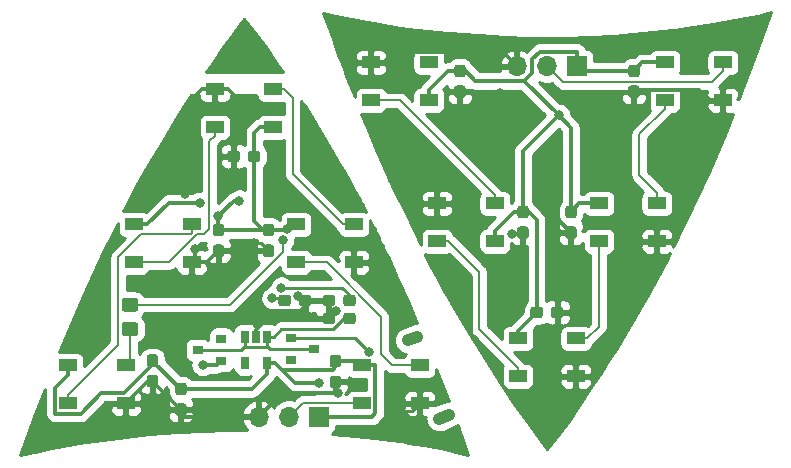
<source format=gbr>
G04 #@! TF.GenerationSoftware,KiCad,Pcbnew,5.1.5-1.fc31*
G04 #@! TF.CreationDate,2020-03-01T23:37:20+00:00*
G04 #@! TF.ProjectId,CatEars,43617445-6172-4732-9e6b-696361645f70,rev?*
G04 #@! TF.SameCoordinates,Original*
G04 #@! TF.FileFunction,Copper,L1,Top*
G04 #@! TF.FilePolarity,Positive*
%FSLAX46Y46*%
G04 Gerber Fmt 4.6, Leading zero omitted, Abs format (unit mm)*
G04 Created by KiCad (PCBNEW 5.1.5-1.fc31) date 2020-03-01 23:37:20*
%MOMM*%
%LPD*%
G04 APERTURE LIST*
%ADD10O,1.700000X1.700000*%
%ADD11R,1.700000X1.700000*%
%ADD12C,0.100000*%
%ADD13R,1.500000X1.000000*%
%ADD14R,0.900000X0.800000*%
%ADD15R,0.650000X1.060000*%
%ADD16C,1.050000*%
%ADD17C,0.800000*%
%ADD18C,0.250000*%
%ADD19C,0.375000*%
%ADD20C,0.200000*%
%ADD21C,0.254000*%
G04 APERTURE END LIST*
D10*
X241808000Y-120904000D03*
X244348000Y-120904000D03*
D11*
X246888000Y-120904000D03*
G04 #@! TA.AperFunction,SMDPad,CuDef*
D12*
G36*
X251974779Y-122525144D02*
G01*
X251997834Y-122528563D01*
X252020443Y-122534227D01*
X252042387Y-122542079D01*
X252063457Y-122552044D01*
X252083448Y-122564026D01*
X252102168Y-122577910D01*
X252119438Y-122593562D01*
X252135090Y-122610832D01*
X252148974Y-122629552D01*
X252160956Y-122649543D01*
X252170921Y-122670613D01*
X252178773Y-122692557D01*
X252184437Y-122715166D01*
X252187856Y-122738221D01*
X252189000Y-122761500D01*
X252189000Y-123336500D01*
X252187856Y-123359779D01*
X252184437Y-123382834D01*
X252178773Y-123405443D01*
X252170921Y-123427387D01*
X252160956Y-123448457D01*
X252148974Y-123468448D01*
X252135090Y-123487168D01*
X252119438Y-123504438D01*
X252102168Y-123520090D01*
X252083448Y-123533974D01*
X252063457Y-123545956D01*
X252042387Y-123555921D01*
X252020443Y-123563773D01*
X251997834Y-123569437D01*
X251974779Y-123572856D01*
X251951500Y-123574000D01*
X251476500Y-123574000D01*
X251453221Y-123572856D01*
X251430166Y-123569437D01*
X251407557Y-123563773D01*
X251385613Y-123555921D01*
X251364543Y-123545956D01*
X251344552Y-123533974D01*
X251325832Y-123520090D01*
X251308562Y-123504438D01*
X251292910Y-123487168D01*
X251279026Y-123468448D01*
X251267044Y-123448457D01*
X251257079Y-123427387D01*
X251249227Y-123405443D01*
X251243563Y-123382834D01*
X251240144Y-123359779D01*
X251239000Y-123336500D01*
X251239000Y-122761500D01*
X251240144Y-122738221D01*
X251243563Y-122715166D01*
X251249227Y-122692557D01*
X251257079Y-122670613D01*
X251267044Y-122649543D01*
X251279026Y-122629552D01*
X251292910Y-122610832D01*
X251308562Y-122593562D01*
X251325832Y-122577910D01*
X251344552Y-122564026D01*
X251364543Y-122552044D01*
X251385613Y-122542079D01*
X251407557Y-122534227D01*
X251430166Y-122528563D01*
X251453221Y-122525144D01*
X251476500Y-122524000D01*
X251951500Y-122524000D01*
X251974779Y-122525144D01*
G37*
G04 #@! TD.AperFunction*
G04 #@! TA.AperFunction,SMDPad,CuDef*
G36*
X251974779Y-120775144D02*
G01*
X251997834Y-120778563D01*
X252020443Y-120784227D01*
X252042387Y-120792079D01*
X252063457Y-120802044D01*
X252083448Y-120814026D01*
X252102168Y-120827910D01*
X252119438Y-120843562D01*
X252135090Y-120860832D01*
X252148974Y-120879552D01*
X252160956Y-120899543D01*
X252170921Y-120920613D01*
X252178773Y-120942557D01*
X252184437Y-120965166D01*
X252187856Y-120988221D01*
X252189000Y-121011500D01*
X252189000Y-121586500D01*
X252187856Y-121609779D01*
X252184437Y-121632834D01*
X252178773Y-121655443D01*
X252170921Y-121677387D01*
X252160956Y-121698457D01*
X252148974Y-121718448D01*
X252135090Y-121737168D01*
X252119438Y-121754438D01*
X252102168Y-121770090D01*
X252083448Y-121783974D01*
X252063457Y-121795956D01*
X252042387Y-121805921D01*
X252020443Y-121813773D01*
X251997834Y-121819437D01*
X251974779Y-121822856D01*
X251951500Y-121824000D01*
X251476500Y-121824000D01*
X251453221Y-121822856D01*
X251430166Y-121819437D01*
X251407557Y-121813773D01*
X251385613Y-121805921D01*
X251364543Y-121795956D01*
X251344552Y-121783974D01*
X251325832Y-121770090D01*
X251308562Y-121754438D01*
X251292910Y-121737168D01*
X251279026Y-121718448D01*
X251267044Y-121698457D01*
X251257079Y-121677387D01*
X251249227Y-121655443D01*
X251243563Y-121632834D01*
X251240144Y-121609779D01*
X251239000Y-121586500D01*
X251239000Y-121011500D01*
X251240144Y-120988221D01*
X251243563Y-120965166D01*
X251249227Y-120942557D01*
X251257079Y-120920613D01*
X251267044Y-120899543D01*
X251279026Y-120879552D01*
X251292910Y-120860832D01*
X251308562Y-120843562D01*
X251325832Y-120827910D01*
X251344552Y-120814026D01*
X251364543Y-120802044D01*
X251385613Y-120792079D01*
X251407557Y-120784227D01*
X251430166Y-120778563D01*
X251453221Y-120775144D01*
X251476500Y-120774000D01*
X251951500Y-120774000D01*
X251974779Y-120775144D01*
G37*
G04 #@! TD.AperFunction*
G04 #@! TA.AperFunction,SMDPad,CuDef*
G36*
X237242779Y-122525144D02*
G01*
X237265834Y-122528563D01*
X237288443Y-122534227D01*
X237310387Y-122542079D01*
X237331457Y-122552044D01*
X237351448Y-122564026D01*
X237370168Y-122577910D01*
X237387438Y-122593562D01*
X237403090Y-122610832D01*
X237416974Y-122629552D01*
X237428956Y-122649543D01*
X237438921Y-122670613D01*
X237446773Y-122692557D01*
X237452437Y-122715166D01*
X237455856Y-122738221D01*
X237457000Y-122761500D01*
X237457000Y-123336500D01*
X237455856Y-123359779D01*
X237452437Y-123382834D01*
X237446773Y-123405443D01*
X237438921Y-123427387D01*
X237428956Y-123448457D01*
X237416974Y-123468448D01*
X237403090Y-123487168D01*
X237387438Y-123504438D01*
X237370168Y-123520090D01*
X237351448Y-123533974D01*
X237331457Y-123545956D01*
X237310387Y-123555921D01*
X237288443Y-123563773D01*
X237265834Y-123569437D01*
X237242779Y-123572856D01*
X237219500Y-123574000D01*
X236744500Y-123574000D01*
X236721221Y-123572856D01*
X236698166Y-123569437D01*
X236675557Y-123563773D01*
X236653613Y-123555921D01*
X236632543Y-123545956D01*
X236612552Y-123533974D01*
X236593832Y-123520090D01*
X236576562Y-123504438D01*
X236560910Y-123487168D01*
X236547026Y-123468448D01*
X236535044Y-123448457D01*
X236525079Y-123427387D01*
X236517227Y-123405443D01*
X236511563Y-123382834D01*
X236508144Y-123359779D01*
X236507000Y-123336500D01*
X236507000Y-122761500D01*
X236508144Y-122738221D01*
X236511563Y-122715166D01*
X236517227Y-122692557D01*
X236525079Y-122670613D01*
X236535044Y-122649543D01*
X236547026Y-122629552D01*
X236560910Y-122610832D01*
X236576562Y-122593562D01*
X236593832Y-122577910D01*
X236612552Y-122564026D01*
X236632543Y-122552044D01*
X236653613Y-122542079D01*
X236675557Y-122534227D01*
X236698166Y-122528563D01*
X236721221Y-122525144D01*
X236744500Y-122524000D01*
X237219500Y-122524000D01*
X237242779Y-122525144D01*
G37*
G04 #@! TD.AperFunction*
G04 #@! TA.AperFunction,SMDPad,CuDef*
G36*
X237242779Y-120775144D02*
G01*
X237265834Y-120778563D01*
X237288443Y-120784227D01*
X237310387Y-120792079D01*
X237331457Y-120802044D01*
X237351448Y-120814026D01*
X237370168Y-120827910D01*
X237387438Y-120843562D01*
X237403090Y-120860832D01*
X237416974Y-120879552D01*
X237428956Y-120899543D01*
X237438921Y-120920613D01*
X237446773Y-120942557D01*
X237452437Y-120965166D01*
X237455856Y-120988221D01*
X237457000Y-121011500D01*
X237457000Y-121586500D01*
X237455856Y-121609779D01*
X237452437Y-121632834D01*
X237446773Y-121655443D01*
X237438921Y-121677387D01*
X237428956Y-121698457D01*
X237416974Y-121718448D01*
X237403090Y-121737168D01*
X237387438Y-121754438D01*
X237370168Y-121770090D01*
X237351448Y-121783974D01*
X237331457Y-121795956D01*
X237310387Y-121805921D01*
X237288443Y-121813773D01*
X237265834Y-121819437D01*
X237242779Y-121822856D01*
X237219500Y-121824000D01*
X236744500Y-121824000D01*
X236721221Y-121822856D01*
X236698166Y-121819437D01*
X236675557Y-121813773D01*
X236653613Y-121805921D01*
X236632543Y-121795956D01*
X236612552Y-121783974D01*
X236593832Y-121770090D01*
X236576562Y-121754438D01*
X236560910Y-121737168D01*
X236547026Y-121718448D01*
X236535044Y-121698457D01*
X236525079Y-121677387D01*
X236517227Y-121655443D01*
X236511563Y-121632834D01*
X236508144Y-121609779D01*
X236507000Y-121586500D01*
X236507000Y-121011500D01*
X236508144Y-120988221D01*
X236511563Y-120965166D01*
X236517227Y-120942557D01*
X236525079Y-120920613D01*
X236535044Y-120899543D01*
X236547026Y-120879552D01*
X236560910Y-120860832D01*
X236576562Y-120843562D01*
X236593832Y-120827910D01*
X236612552Y-120814026D01*
X236632543Y-120802044D01*
X236653613Y-120792079D01*
X236675557Y-120784227D01*
X236698166Y-120778563D01*
X236721221Y-120775144D01*
X236744500Y-120774000D01*
X237219500Y-120774000D01*
X237242779Y-120775144D01*
G37*
G04 #@! TD.AperFunction*
D13*
X254344000Y-120574000D03*
X254344000Y-123774000D03*
X259244000Y-120574000D03*
X259244000Y-123774000D03*
X241898000Y-143942000D03*
X241898000Y-147142000D03*
X246798000Y-143942000D03*
X246798000Y-147142000D03*
G04 #@! TA.AperFunction,SMDPad,CuDef*
D12*
G36*
X246640779Y-134463144D02*
G01*
X246663834Y-134466563D01*
X246686443Y-134472227D01*
X246708387Y-134480079D01*
X246729457Y-134490044D01*
X246749448Y-134502026D01*
X246768168Y-134515910D01*
X246785438Y-134531562D01*
X246801090Y-134548832D01*
X246814974Y-134567552D01*
X246826956Y-134587543D01*
X246836921Y-134608613D01*
X246844773Y-134630557D01*
X246850437Y-134653166D01*
X246853856Y-134676221D01*
X246855000Y-134699500D01*
X246855000Y-135274500D01*
X246853856Y-135297779D01*
X246850437Y-135320834D01*
X246844773Y-135343443D01*
X246836921Y-135365387D01*
X246826956Y-135386457D01*
X246814974Y-135406448D01*
X246801090Y-135425168D01*
X246785438Y-135442438D01*
X246768168Y-135458090D01*
X246749448Y-135471974D01*
X246729457Y-135483956D01*
X246708387Y-135493921D01*
X246686443Y-135501773D01*
X246663834Y-135507437D01*
X246640779Y-135510856D01*
X246617500Y-135512000D01*
X246142500Y-135512000D01*
X246119221Y-135510856D01*
X246096166Y-135507437D01*
X246073557Y-135501773D01*
X246051613Y-135493921D01*
X246030543Y-135483956D01*
X246010552Y-135471974D01*
X245991832Y-135458090D01*
X245974562Y-135442438D01*
X245958910Y-135425168D01*
X245945026Y-135406448D01*
X245933044Y-135386457D01*
X245923079Y-135365387D01*
X245915227Y-135343443D01*
X245909563Y-135320834D01*
X245906144Y-135297779D01*
X245905000Y-135274500D01*
X245905000Y-134699500D01*
X245906144Y-134676221D01*
X245909563Y-134653166D01*
X245915227Y-134630557D01*
X245923079Y-134608613D01*
X245933044Y-134587543D01*
X245945026Y-134567552D01*
X245958910Y-134548832D01*
X245974562Y-134531562D01*
X245991832Y-134515910D01*
X246010552Y-134502026D01*
X246030543Y-134490044D01*
X246051613Y-134480079D01*
X246073557Y-134472227D01*
X246096166Y-134466563D01*
X246119221Y-134463144D01*
X246142500Y-134462000D01*
X246617500Y-134462000D01*
X246640779Y-134463144D01*
G37*
G04 #@! TD.AperFunction*
G04 #@! TA.AperFunction,SMDPad,CuDef*
G36*
X246640779Y-132713144D02*
G01*
X246663834Y-132716563D01*
X246686443Y-132722227D01*
X246708387Y-132730079D01*
X246729457Y-132740044D01*
X246749448Y-132752026D01*
X246768168Y-132765910D01*
X246785438Y-132781562D01*
X246801090Y-132798832D01*
X246814974Y-132817552D01*
X246826956Y-132837543D01*
X246836921Y-132858613D01*
X246844773Y-132880557D01*
X246850437Y-132903166D01*
X246853856Y-132926221D01*
X246855000Y-132949500D01*
X246855000Y-133524500D01*
X246853856Y-133547779D01*
X246850437Y-133570834D01*
X246844773Y-133593443D01*
X246836921Y-133615387D01*
X246826956Y-133636457D01*
X246814974Y-133656448D01*
X246801090Y-133675168D01*
X246785438Y-133692438D01*
X246768168Y-133708090D01*
X246749448Y-133721974D01*
X246729457Y-133733956D01*
X246708387Y-133743921D01*
X246686443Y-133751773D01*
X246663834Y-133757437D01*
X246640779Y-133760856D01*
X246617500Y-133762000D01*
X246142500Y-133762000D01*
X246119221Y-133760856D01*
X246096166Y-133757437D01*
X246073557Y-133751773D01*
X246051613Y-133743921D01*
X246030543Y-133733956D01*
X246010552Y-133721974D01*
X245991832Y-133708090D01*
X245974562Y-133692438D01*
X245958910Y-133675168D01*
X245945026Y-133656448D01*
X245933044Y-133636457D01*
X245923079Y-133615387D01*
X245915227Y-133593443D01*
X245909563Y-133570834D01*
X245906144Y-133547779D01*
X245905000Y-133524500D01*
X245905000Y-132949500D01*
X245906144Y-132926221D01*
X245909563Y-132903166D01*
X245915227Y-132880557D01*
X245923079Y-132858613D01*
X245933044Y-132837543D01*
X245945026Y-132817552D01*
X245958910Y-132798832D01*
X245974562Y-132781562D01*
X245991832Y-132765910D01*
X246010552Y-132752026D01*
X246030543Y-132740044D01*
X246051613Y-132730079D01*
X246073557Y-132722227D01*
X246096166Y-132716563D01*
X246119221Y-132713144D01*
X246142500Y-132712000D01*
X246617500Y-132712000D01*
X246640779Y-132713144D01*
G37*
G04 #@! TD.AperFunction*
G04 #@! TA.AperFunction,SMDPad,CuDef*
G36*
X245533779Y-141258144D02*
G01*
X245556834Y-141261563D01*
X245579443Y-141267227D01*
X245601387Y-141275079D01*
X245622457Y-141285044D01*
X245642448Y-141297026D01*
X245661168Y-141310910D01*
X245678438Y-141326562D01*
X245694090Y-141343832D01*
X245707974Y-141362552D01*
X245719956Y-141382543D01*
X245729921Y-141403613D01*
X245737773Y-141425557D01*
X245743437Y-141448166D01*
X245746856Y-141471221D01*
X245748000Y-141494500D01*
X245748000Y-141969500D01*
X245746856Y-141992779D01*
X245743437Y-142015834D01*
X245737773Y-142038443D01*
X245729921Y-142060387D01*
X245719956Y-142081457D01*
X245707974Y-142101448D01*
X245694090Y-142120168D01*
X245678438Y-142137438D01*
X245661168Y-142153090D01*
X245642448Y-142166974D01*
X245622457Y-142178956D01*
X245601387Y-142188921D01*
X245579443Y-142196773D01*
X245556834Y-142202437D01*
X245533779Y-142205856D01*
X245510500Y-142207000D01*
X244935500Y-142207000D01*
X244912221Y-142205856D01*
X244889166Y-142202437D01*
X244866557Y-142196773D01*
X244844613Y-142188921D01*
X244823543Y-142178956D01*
X244803552Y-142166974D01*
X244784832Y-142153090D01*
X244767562Y-142137438D01*
X244751910Y-142120168D01*
X244738026Y-142101448D01*
X244726044Y-142081457D01*
X244716079Y-142060387D01*
X244708227Y-142038443D01*
X244702563Y-142015834D01*
X244699144Y-141992779D01*
X244698000Y-141969500D01*
X244698000Y-141494500D01*
X244699144Y-141471221D01*
X244702563Y-141448166D01*
X244708227Y-141425557D01*
X244716079Y-141403613D01*
X244726044Y-141382543D01*
X244738026Y-141362552D01*
X244751910Y-141343832D01*
X244767562Y-141326562D01*
X244784832Y-141310910D01*
X244803552Y-141297026D01*
X244823543Y-141285044D01*
X244844613Y-141275079D01*
X244866557Y-141267227D01*
X244889166Y-141261563D01*
X244912221Y-141258144D01*
X244935500Y-141257000D01*
X245510500Y-141257000D01*
X245533779Y-141258144D01*
G37*
G04 #@! TD.AperFunction*
G04 #@! TA.AperFunction,SMDPad,CuDef*
G36*
X243783779Y-141258144D02*
G01*
X243806834Y-141261563D01*
X243829443Y-141267227D01*
X243851387Y-141275079D01*
X243872457Y-141285044D01*
X243892448Y-141297026D01*
X243911168Y-141310910D01*
X243928438Y-141326562D01*
X243944090Y-141343832D01*
X243957974Y-141362552D01*
X243969956Y-141382543D01*
X243979921Y-141403613D01*
X243987773Y-141425557D01*
X243993437Y-141448166D01*
X243996856Y-141471221D01*
X243998000Y-141494500D01*
X243998000Y-141969500D01*
X243996856Y-141992779D01*
X243993437Y-142015834D01*
X243987773Y-142038443D01*
X243979921Y-142060387D01*
X243969956Y-142081457D01*
X243957974Y-142101448D01*
X243944090Y-142120168D01*
X243928438Y-142137438D01*
X243911168Y-142153090D01*
X243892448Y-142166974D01*
X243872457Y-142178956D01*
X243851387Y-142188921D01*
X243829443Y-142196773D01*
X243806834Y-142202437D01*
X243783779Y-142205856D01*
X243760500Y-142207000D01*
X243185500Y-142207000D01*
X243162221Y-142205856D01*
X243139166Y-142202437D01*
X243116557Y-142196773D01*
X243094613Y-142188921D01*
X243073543Y-142178956D01*
X243053552Y-142166974D01*
X243034832Y-142153090D01*
X243017562Y-142137438D01*
X243001910Y-142120168D01*
X242988026Y-142101448D01*
X242976044Y-142081457D01*
X242966079Y-142060387D01*
X242958227Y-142038443D01*
X242952563Y-142015834D01*
X242949144Y-141992779D01*
X242948000Y-141969500D01*
X242948000Y-141494500D01*
X242949144Y-141471221D01*
X242952563Y-141448166D01*
X242958227Y-141425557D01*
X242966079Y-141403613D01*
X242976044Y-141382543D01*
X242988026Y-141362552D01*
X243001910Y-141343832D01*
X243017562Y-141326562D01*
X243034832Y-141310910D01*
X243053552Y-141297026D01*
X243073543Y-141285044D01*
X243094613Y-141275079D01*
X243116557Y-141267227D01*
X243139166Y-141261563D01*
X243162221Y-141258144D01*
X243185500Y-141257000D01*
X243760500Y-141257000D01*
X243783779Y-141258144D01*
G37*
G04 #@! TD.AperFunction*
G04 #@! TA.AperFunction,SMDPad,CuDef*
G36*
X242576779Y-134463144D02*
G01*
X242599834Y-134466563D01*
X242622443Y-134472227D01*
X242644387Y-134480079D01*
X242665457Y-134490044D01*
X242685448Y-134502026D01*
X242704168Y-134515910D01*
X242721438Y-134531562D01*
X242737090Y-134548832D01*
X242750974Y-134567552D01*
X242762956Y-134587543D01*
X242772921Y-134608613D01*
X242780773Y-134630557D01*
X242786437Y-134653166D01*
X242789856Y-134676221D01*
X242791000Y-134699500D01*
X242791000Y-135274500D01*
X242789856Y-135297779D01*
X242786437Y-135320834D01*
X242780773Y-135343443D01*
X242772921Y-135365387D01*
X242762956Y-135386457D01*
X242750974Y-135406448D01*
X242737090Y-135425168D01*
X242721438Y-135442438D01*
X242704168Y-135458090D01*
X242685448Y-135471974D01*
X242665457Y-135483956D01*
X242644387Y-135493921D01*
X242622443Y-135501773D01*
X242599834Y-135507437D01*
X242576779Y-135510856D01*
X242553500Y-135512000D01*
X242078500Y-135512000D01*
X242055221Y-135510856D01*
X242032166Y-135507437D01*
X242009557Y-135501773D01*
X241987613Y-135493921D01*
X241966543Y-135483956D01*
X241946552Y-135471974D01*
X241927832Y-135458090D01*
X241910562Y-135442438D01*
X241894910Y-135425168D01*
X241881026Y-135406448D01*
X241869044Y-135386457D01*
X241859079Y-135365387D01*
X241851227Y-135343443D01*
X241845563Y-135320834D01*
X241842144Y-135297779D01*
X241841000Y-135274500D01*
X241841000Y-134699500D01*
X241842144Y-134676221D01*
X241845563Y-134653166D01*
X241851227Y-134630557D01*
X241859079Y-134608613D01*
X241869044Y-134587543D01*
X241881026Y-134567552D01*
X241894910Y-134548832D01*
X241910562Y-134531562D01*
X241927832Y-134515910D01*
X241946552Y-134502026D01*
X241966543Y-134490044D01*
X241987613Y-134480079D01*
X242009557Y-134472227D01*
X242032166Y-134466563D01*
X242055221Y-134463144D01*
X242078500Y-134462000D01*
X242553500Y-134462000D01*
X242576779Y-134463144D01*
G37*
G04 #@! TD.AperFunction*
G04 #@! TA.AperFunction,SMDPad,CuDef*
G36*
X242576779Y-132713144D02*
G01*
X242599834Y-132716563D01*
X242622443Y-132722227D01*
X242644387Y-132730079D01*
X242665457Y-132740044D01*
X242685448Y-132752026D01*
X242704168Y-132765910D01*
X242721438Y-132781562D01*
X242737090Y-132798832D01*
X242750974Y-132817552D01*
X242762956Y-132837543D01*
X242772921Y-132858613D01*
X242780773Y-132880557D01*
X242786437Y-132903166D01*
X242789856Y-132926221D01*
X242791000Y-132949500D01*
X242791000Y-133524500D01*
X242789856Y-133547779D01*
X242786437Y-133570834D01*
X242780773Y-133593443D01*
X242772921Y-133615387D01*
X242762956Y-133636457D01*
X242750974Y-133656448D01*
X242737090Y-133675168D01*
X242721438Y-133692438D01*
X242704168Y-133708090D01*
X242685448Y-133721974D01*
X242665457Y-133733956D01*
X242644387Y-133743921D01*
X242622443Y-133751773D01*
X242599834Y-133757437D01*
X242576779Y-133760856D01*
X242553500Y-133762000D01*
X242078500Y-133762000D01*
X242055221Y-133760856D01*
X242032166Y-133757437D01*
X242009557Y-133751773D01*
X241987613Y-133743921D01*
X241966543Y-133733956D01*
X241946552Y-133721974D01*
X241927832Y-133708090D01*
X241910562Y-133692438D01*
X241894910Y-133675168D01*
X241881026Y-133656448D01*
X241869044Y-133636457D01*
X241859079Y-133615387D01*
X241851227Y-133593443D01*
X241845563Y-133570834D01*
X241842144Y-133547779D01*
X241841000Y-133524500D01*
X241841000Y-132949500D01*
X241842144Y-132926221D01*
X241845563Y-132903166D01*
X241851227Y-132880557D01*
X241859079Y-132858613D01*
X241869044Y-132837543D01*
X241881026Y-132817552D01*
X241894910Y-132798832D01*
X241910562Y-132781562D01*
X241927832Y-132765910D01*
X241946552Y-132752026D01*
X241966543Y-132740044D01*
X241987613Y-132730079D01*
X242009557Y-132722227D01*
X242032166Y-132716563D01*
X242055221Y-132713144D01*
X242078500Y-132712000D01*
X242553500Y-132712000D01*
X242576779Y-132713144D01*
G37*
G04 #@! TD.AperFunction*
D13*
X248756000Y-132512000D03*
X248756000Y-135712000D03*
X253656000Y-132512000D03*
X253656000Y-135712000D03*
D10*
X219964000Y-150558500D03*
X222504000Y-150558500D03*
D11*
X225044000Y-150558500D03*
D13*
X209386000Y-134290000D03*
X209386000Y-137490000D03*
X214286000Y-134290000D03*
X214286000Y-137490000D03*
D14*
X214773000Y-144907000D03*
X216773000Y-143957000D03*
X216773000Y-145857000D03*
G04 #@! TA.AperFunction,SMDPad,CuDef*
D12*
G36*
X227944279Y-140242144D02*
G01*
X227967334Y-140245563D01*
X227989943Y-140251227D01*
X228011887Y-140259079D01*
X228032957Y-140269044D01*
X228052948Y-140281026D01*
X228071668Y-140294910D01*
X228088938Y-140310562D01*
X228104590Y-140327832D01*
X228118474Y-140346552D01*
X228130456Y-140366543D01*
X228140421Y-140387613D01*
X228148273Y-140409557D01*
X228153937Y-140432166D01*
X228157356Y-140455221D01*
X228158500Y-140478500D01*
X228158500Y-140953500D01*
X228157356Y-140976779D01*
X228153937Y-140999834D01*
X228148273Y-141022443D01*
X228140421Y-141044387D01*
X228130456Y-141065457D01*
X228118474Y-141085448D01*
X228104590Y-141104168D01*
X228088938Y-141121438D01*
X228071668Y-141137090D01*
X228052948Y-141150974D01*
X228032957Y-141162956D01*
X228011887Y-141172921D01*
X227989943Y-141180773D01*
X227967334Y-141186437D01*
X227944279Y-141189856D01*
X227921000Y-141191000D01*
X227346000Y-141191000D01*
X227322721Y-141189856D01*
X227299666Y-141186437D01*
X227277057Y-141180773D01*
X227255113Y-141172921D01*
X227234043Y-141162956D01*
X227214052Y-141150974D01*
X227195332Y-141137090D01*
X227178062Y-141121438D01*
X227162410Y-141104168D01*
X227148526Y-141085448D01*
X227136544Y-141065457D01*
X227126579Y-141044387D01*
X227118727Y-141022443D01*
X227113063Y-140999834D01*
X227109644Y-140976779D01*
X227108500Y-140953500D01*
X227108500Y-140478500D01*
X227109644Y-140455221D01*
X227113063Y-140432166D01*
X227118727Y-140409557D01*
X227126579Y-140387613D01*
X227136544Y-140366543D01*
X227148526Y-140346552D01*
X227162410Y-140327832D01*
X227178062Y-140310562D01*
X227195332Y-140294910D01*
X227214052Y-140281026D01*
X227234043Y-140269044D01*
X227255113Y-140259079D01*
X227277057Y-140251227D01*
X227299666Y-140245563D01*
X227322721Y-140242144D01*
X227346000Y-140241000D01*
X227921000Y-140241000D01*
X227944279Y-140242144D01*
G37*
G04 #@! TD.AperFunction*
G04 #@! TA.AperFunction,SMDPad,CuDef*
G36*
X226194279Y-140242144D02*
G01*
X226217334Y-140245563D01*
X226239943Y-140251227D01*
X226261887Y-140259079D01*
X226282957Y-140269044D01*
X226302948Y-140281026D01*
X226321668Y-140294910D01*
X226338938Y-140310562D01*
X226354590Y-140327832D01*
X226368474Y-140346552D01*
X226380456Y-140366543D01*
X226390421Y-140387613D01*
X226398273Y-140409557D01*
X226403937Y-140432166D01*
X226407356Y-140455221D01*
X226408500Y-140478500D01*
X226408500Y-140953500D01*
X226407356Y-140976779D01*
X226403937Y-140999834D01*
X226398273Y-141022443D01*
X226390421Y-141044387D01*
X226380456Y-141065457D01*
X226368474Y-141085448D01*
X226354590Y-141104168D01*
X226338938Y-141121438D01*
X226321668Y-141137090D01*
X226302948Y-141150974D01*
X226282957Y-141162956D01*
X226261887Y-141172921D01*
X226239943Y-141180773D01*
X226217334Y-141186437D01*
X226194279Y-141189856D01*
X226171000Y-141191000D01*
X225596000Y-141191000D01*
X225572721Y-141189856D01*
X225549666Y-141186437D01*
X225527057Y-141180773D01*
X225505113Y-141172921D01*
X225484043Y-141162956D01*
X225464052Y-141150974D01*
X225445332Y-141137090D01*
X225428062Y-141121438D01*
X225412410Y-141104168D01*
X225398526Y-141085448D01*
X225386544Y-141065457D01*
X225376579Y-141044387D01*
X225368727Y-141022443D01*
X225363063Y-140999834D01*
X225359644Y-140976779D01*
X225358500Y-140953500D01*
X225358500Y-140478500D01*
X225359644Y-140455221D01*
X225363063Y-140432166D01*
X225368727Y-140409557D01*
X225376579Y-140387613D01*
X225386544Y-140366543D01*
X225398526Y-140346552D01*
X225412410Y-140327832D01*
X225428062Y-140310562D01*
X225445332Y-140294910D01*
X225464052Y-140281026D01*
X225484043Y-140269044D01*
X225505113Y-140259079D01*
X225527057Y-140251227D01*
X225549666Y-140245563D01*
X225572721Y-140242144D01*
X225596000Y-140241000D01*
X226171000Y-140241000D01*
X226194279Y-140242144D01*
G37*
G04 #@! TD.AperFunction*
G04 #@! TA.AperFunction,SMDPad,CuDef*
G36*
X216795779Y-135987144D02*
G01*
X216818834Y-135990563D01*
X216841443Y-135996227D01*
X216863387Y-136004079D01*
X216884457Y-136014044D01*
X216904448Y-136026026D01*
X216923168Y-136039910D01*
X216940438Y-136055562D01*
X216956090Y-136072832D01*
X216969974Y-136091552D01*
X216981956Y-136111543D01*
X216991921Y-136132613D01*
X216999773Y-136154557D01*
X217005437Y-136177166D01*
X217008856Y-136200221D01*
X217010000Y-136223500D01*
X217010000Y-136798500D01*
X217008856Y-136821779D01*
X217005437Y-136844834D01*
X216999773Y-136867443D01*
X216991921Y-136889387D01*
X216981956Y-136910457D01*
X216969974Y-136930448D01*
X216956090Y-136949168D01*
X216940438Y-136966438D01*
X216923168Y-136982090D01*
X216904448Y-136995974D01*
X216884457Y-137007956D01*
X216863387Y-137017921D01*
X216841443Y-137025773D01*
X216818834Y-137031437D01*
X216795779Y-137034856D01*
X216772500Y-137036000D01*
X216297500Y-137036000D01*
X216274221Y-137034856D01*
X216251166Y-137031437D01*
X216228557Y-137025773D01*
X216206613Y-137017921D01*
X216185543Y-137007956D01*
X216165552Y-136995974D01*
X216146832Y-136982090D01*
X216129562Y-136966438D01*
X216113910Y-136949168D01*
X216100026Y-136930448D01*
X216088044Y-136910457D01*
X216078079Y-136889387D01*
X216070227Y-136867443D01*
X216064563Y-136844834D01*
X216061144Y-136821779D01*
X216060000Y-136798500D01*
X216060000Y-136223500D01*
X216061144Y-136200221D01*
X216064563Y-136177166D01*
X216070227Y-136154557D01*
X216078079Y-136132613D01*
X216088044Y-136111543D01*
X216100026Y-136091552D01*
X216113910Y-136072832D01*
X216129562Y-136055562D01*
X216146832Y-136039910D01*
X216165552Y-136026026D01*
X216185543Y-136014044D01*
X216206613Y-136004079D01*
X216228557Y-135996227D01*
X216251166Y-135990563D01*
X216274221Y-135987144D01*
X216297500Y-135986000D01*
X216772500Y-135986000D01*
X216795779Y-135987144D01*
G37*
G04 #@! TD.AperFunction*
G04 #@! TA.AperFunction,SMDPad,CuDef*
G36*
X216795779Y-134237144D02*
G01*
X216818834Y-134240563D01*
X216841443Y-134246227D01*
X216863387Y-134254079D01*
X216884457Y-134264044D01*
X216904448Y-134276026D01*
X216923168Y-134289910D01*
X216940438Y-134305562D01*
X216956090Y-134322832D01*
X216969974Y-134341552D01*
X216981956Y-134361543D01*
X216991921Y-134382613D01*
X216999773Y-134404557D01*
X217005437Y-134427166D01*
X217008856Y-134450221D01*
X217010000Y-134473500D01*
X217010000Y-135048500D01*
X217008856Y-135071779D01*
X217005437Y-135094834D01*
X216999773Y-135117443D01*
X216991921Y-135139387D01*
X216981956Y-135160457D01*
X216969974Y-135180448D01*
X216956090Y-135199168D01*
X216940438Y-135216438D01*
X216923168Y-135232090D01*
X216904448Y-135245974D01*
X216884457Y-135257956D01*
X216863387Y-135267921D01*
X216841443Y-135275773D01*
X216818834Y-135281437D01*
X216795779Y-135284856D01*
X216772500Y-135286000D01*
X216297500Y-135286000D01*
X216274221Y-135284856D01*
X216251166Y-135281437D01*
X216228557Y-135275773D01*
X216206613Y-135267921D01*
X216185543Y-135257956D01*
X216165552Y-135245974D01*
X216146832Y-135232090D01*
X216129562Y-135216438D01*
X216113910Y-135199168D01*
X216100026Y-135180448D01*
X216088044Y-135160457D01*
X216078079Y-135139387D01*
X216070227Y-135117443D01*
X216064563Y-135094834D01*
X216061144Y-135071779D01*
X216060000Y-135048500D01*
X216060000Y-134473500D01*
X216061144Y-134450221D01*
X216064563Y-134427166D01*
X216070227Y-134404557D01*
X216078079Y-134382613D01*
X216088044Y-134361543D01*
X216100026Y-134341552D01*
X216113910Y-134322832D01*
X216129562Y-134305562D01*
X216146832Y-134289910D01*
X216165552Y-134276026D01*
X216185543Y-134264044D01*
X216206613Y-134254079D01*
X216228557Y-134246227D01*
X216251166Y-134240563D01*
X216274221Y-134237144D01*
X216297500Y-134236000D01*
X216772500Y-134236000D01*
X216795779Y-134237144D01*
G37*
G04 #@! TD.AperFunction*
D15*
X220660000Y-146007000D03*
X218760000Y-146007000D03*
X218760000Y-143807000D03*
X219710000Y-143807000D03*
X220660000Y-143807000D03*
G04 #@! TA.AperFunction,SMDPad,CuDef*
D12*
G36*
X218129779Y-128050144D02*
G01*
X218152834Y-128053563D01*
X218175443Y-128059227D01*
X218197387Y-128067079D01*
X218218457Y-128077044D01*
X218238448Y-128089026D01*
X218257168Y-128102910D01*
X218274438Y-128118562D01*
X218290090Y-128135832D01*
X218303974Y-128154552D01*
X218315956Y-128174543D01*
X218325921Y-128195613D01*
X218333773Y-128217557D01*
X218339437Y-128240166D01*
X218342856Y-128263221D01*
X218344000Y-128286500D01*
X218344000Y-128761500D01*
X218342856Y-128784779D01*
X218339437Y-128807834D01*
X218333773Y-128830443D01*
X218325921Y-128852387D01*
X218315956Y-128873457D01*
X218303974Y-128893448D01*
X218290090Y-128912168D01*
X218274438Y-128929438D01*
X218257168Y-128945090D01*
X218238448Y-128958974D01*
X218218457Y-128970956D01*
X218197387Y-128980921D01*
X218175443Y-128988773D01*
X218152834Y-128994437D01*
X218129779Y-128997856D01*
X218106500Y-128999000D01*
X217531500Y-128999000D01*
X217508221Y-128997856D01*
X217485166Y-128994437D01*
X217462557Y-128988773D01*
X217440613Y-128980921D01*
X217419543Y-128970956D01*
X217399552Y-128958974D01*
X217380832Y-128945090D01*
X217363562Y-128929438D01*
X217347910Y-128912168D01*
X217334026Y-128893448D01*
X217322044Y-128873457D01*
X217312079Y-128852387D01*
X217304227Y-128830443D01*
X217298563Y-128807834D01*
X217295144Y-128784779D01*
X217294000Y-128761500D01*
X217294000Y-128286500D01*
X217295144Y-128263221D01*
X217298563Y-128240166D01*
X217304227Y-128217557D01*
X217312079Y-128195613D01*
X217322044Y-128174543D01*
X217334026Y-128154552D01*
X217347910Y-128135832D01*
X217363562Y-128118562D01*
X217380832Y-128102910D01*
X217399552Y-128089026D01*
X217419543Y-128077044D01*
X217440613Y-128067079D01*
X217462557Y-128059227D01*
X217485166Y-128053563D01*
X217508221Y-128050144D01*
X217531500Y-128049000D01*
X218106500Y-128049000D01*
X218129779Y-128050144D01*
G37*
G04 #@! TD.AperFunction*
G04 #@! TA.AperFunction,SMDPad,CuDef*
G36*
X219879779Y-128050144D02*
G01*
X219902834Y-128053563D01*
X219925443Y-128059227D01*
X219947387Y-128067079D01*
X219968457Y-128077044D01*
X219988448Y-128089026D01*
X220007168Y-128102910D01*
X220024438Y-128118562D01*
X220040090Y-128135832D01*
X220053974Y-128154552D01*
X220065956Y-128174543D01*
X220075921Y-128195613D01*
X220083773Y-128217557D01*
X220089437Y-128240166D01*
X220092856Y-128263221D01*
X220094000Y-128286500D01*
X220094000Y-128761500D01*
X220092856Y-128784779D01*
X220089437Y-128807834D01*
X220083773Y-128830443D01*
X220075921Y-128852387D01*
X220065956Y-128873457D01*
X220053974Y-128893448D01*
X220040090Y-128912168D01*
X220024438Y-128929438D01*
X220007168Y-128945090D01*
X219988448Y-128958974D01*
X219968457Y-128970956D01*
X219947387Y-128980921D01*
X219925443Y-128988773D01*
X219902834Y-128994437D01*
X219879779Y-128997856D01*
X219856500Y-128999000D01*
X219281500Y-128999000D01*
X219258221Y-128997856D01*
X219235166Y-128994437D01*
X219212557Y-128988773D01*
X219190613Y-128980921D01*
X219169543Y-128970956D01*
X219149552Y-128958974D01*
X219130832Y-128945090D01*
X219113562Y-128929438D01*
X219097910Y-128912168D01*
X219084026Y-128893448D01*
X219072044Y-128873457D01*
X219062079Y-128852387D01*
X219054227Y-128830443D01*
X219048563Y-128807834D01*
X219045144Y-128784779D01*
X219044000Y-128761500D01*
X219044000Y-128286500D01*
X219045144Y-128263221D01*
X219048563Y-128240166D01*
X219054227Y-128217557D01*
X219062079Y-128195613D01*
X219072044Y-128174543D01*
X219084026Y-128154552D01*
X219097910Y-128135832D01*
X219113562Y-128118562D01*
X219130832Y-128102910D01*
X219149552Y-128089026D01*
X219169543Y-128077044D01*
X219190613Y-128067079D01*
X219212557Y-128059227D01*
X219235166Y-128053563D01*
X219258221Y-128050144D01*
X219281500Y-128049000D01*
X219856500Y-128049000D01*
X219879779Y-128050144D01*
G37*
G04 #@! TD.AperFunction*
G04 #@! TA.AperFunction,SMDPad,CuDef*
G36*
X226701779Y-147099644D02*
G01*
X226724834Y-147103063D01*
X226747443Y-147108727D01*
X226769387Y-147116579D01*
X226790457Y-147126544D01*
X226810448Y-147138526D01*
X226829168Y-147152410D01*
X226846438Y-147168062D01*
X226862090Y-147185332D01*
X226875974Y-147204052D01*
X226887956Y-147224043D01*
X226897921Y-147245113D01*
X226905773Y-147267057D01*
X226911437Y-147289666D01*
X226914856Y-147312721D01*
X226916000Y-147336000D01*
X226916000Y-147911000D01*
X226914856Y-147934279D01*
X226911437Y-147957334D01*
X226905773Y-147979943D01*
X226897921Y-148001887D01*
X226887956Y-148022957D01*
X226875974Y-148042948D01*
X226862090Y-148061668D01*
X226846438Y-148078938D01*
X226829168Y-148094590D01*
X226810448Y-148108474D01*
X226790457Y-148120456D01*
X226769387Y-148130421D01*
X226747443Y-148138273D01*
X226724834Y-148143937D01*
X226701779Y-148147356D01*
X226678500Y-148148500D01*
X226203500Y-148148500D01*
X226180221Y-148147356D01*
X226157166Y-148143937D01*
X226134557Y-148138273D01*
X226112613Y-148130421D01*
X226091543Y-148120456D01*
X226071552Y-148108474D01*
X226052832Y-148094590D01*
X226035562Y-148078938D01*
X226019910Y-148061668D01*
X226006026Y-148042948D01*
X225994044Y-148022957D01*
X225984079Y-148001887D01*
X225976227Y-147979943D01*
X225970563Y-147957334D01*
X225967144Y-147934279D01*
X225966000Y-147911000D01*
X225966000Y-147336000D01*
X225967144Y-147312721D01*
X225970563Y-147289666D01*
X225976227Y-147267057D01*
X225984079Y-147245113D01*
X225994044Y-147224043D01*
X226006026Y-147204052D01*
X226019910Y-147185332D01*
X226035562Y-147168062D01*
X226052832Y-147152410D01*
X226071552Y-147138526D01*
X226091543Y-147126544D01*
X226112613Y-147116579D01*
X226134557Y-147108727D01*
X226157166Y-147103063D01*
X226180221Y-147099644D01*
X226203500Y-147098500D01*
X226678500Y-147098500D01*
X226701779Y-147099644D01*
G37*
G04 #@! TD.AperFunction*
G04 #@! TA.AperFunction,SMDPad,CuDef*
G36*
X226701779Y-145349644D02*
G01*
X226724834Y-145353063D01*
X226747443Y-145358727D01*
X226769387Y-145366579D01*
X226790457Y-145376544D01*
X226810448Y-145388526D01*
X226829168Y-145402410D01*
X226846438Y-145418062D01*
X226862090Y-145435332D01*
X226875974Y-145454052D01*
X226887956Y-145474043D01*
X226897921Y-145495113D01*
X226905773Y-145517057D01*
X226911437Y-145539666D01*
X226914856Y-145562721D01*
X226916000Y-145586000D01*
X226916000Y-146161000D01*
X226914856Y-146184279D01*
X226911437Y-146207334D01*
X226905773Y-146229943D01*
X226897921Y-146251887D01*
X226887956Y-146272957D01*
X226875974Y-146292948D01*
X226862090Y-146311668D01*
X226846438Y-146328938D01*
X226829168Y-146344590D01*
X226810448Y-146358474D01*
X226790457Y-146370456D01*
X226769387Y-146380421D01*
X226747443Y-146388273D01*
X226724834Y-146393937D01*
X226701779Y-146397356D01*
X226678500Y-146398500D01*
X226203500Y-146398500D01*
X226180221Y-146397356D01*
X226157166Y-146393937D01*
X226134557Y-146388273D01*
X226112613Y-146380421D01*
X226091543Y-146370456D01*
X226071552Y-146358474D01*
X226052832Y-146344590D01*
X226035562Y-146328938D01*
X226019910Y-146311668D01*
X226006026Y-146292948D01*
X225994044Y-146272957D01*
X225984079Y-146251887D01*
X225976227Y-146229943D01*
X225970563Y-146207334D01*
X225967144Y-146184279D01*
X225966000Y-146161000D01*
X225966000Y-145586000D01*
X225967144Y-145562721D01*
X225970563Y-145539666D01*
X225976227Y-145517057D01*
X225984079Y-145495113D01*
X225994044Y-145474043D01*
X226006026Y-145454052D01*
X226019910Y-145435332D01*
X226035562Y-145418062D01*
X226052832Y-145402410D01*
X226071552Y-145388526D01*
X226091543Y-145376544D01*
X226112613Y-145366579D01*
X226134557Y-145358727D01*
X226157166Y-145353063D01*
X226180221Y-145349644D01*
X226203500Y-145348500D01*
X226678500Y-145348500D01*
X226701779Y-145349644D01*
G37*
G04 #@! TD.AperFunction*
G04 #@! TA.AperFunction,SMDPad,CuDef*
G36*
X224197779Y-140242144D02*
G01*
X224220834Y-140245563D01*
X224243443Y-140251227D01*
X224265387Y-140259079D01*
X224286457Y-140269044D01*
X224306448Y-140281026D01*
X224325168Y-140294910D01*
X224342438Y-140310562D01*
X224358090Y-140327832D01*
X224371974Y-140346552D01*
X224383956Y-140366543D01*
X224393921Y-140387613D01*
X224401773Y-140409557D01*
X224407437Y-140432166D01*
X224410856Y-140455221D01*
X224412000Y-140478500D01*
X224412000Y-140953500D01*
X224410856Y-140976779D01*
X224407437Y-140999834D01*
X224401773Y-141022443D01*
X224393921Y-141044387D01*
X224383956Y-141065457D01*
X224371974Y-141085448D01*
X224358090Y-141104168D01*
X224342438Y-141121438D01*
X224325168Y-141137090D01*
X224306448Y-141150974D01*
X224286457Y-141162956D01*
X224265387Y-141172921D01*
X224243443Y-141180773D01*
X224220834Y-141186437D01*
X224197779Y-141189856D01*
X224174500Y-141191000D01*
X223599500Y-141191000D01*
X223576221Y-141189856D01*
X223553166Y-141186437D01*
X223530557Y-141180773D01*
X223508613Y-141172921D01*
X223487543Y-141162956D01*
X223467552Y-141150974D01*
X223448832Y-141137090D01*
X223431562Y-141121438D01*
X223415910Y-141104168D01*
X223402026Y-141085448D01*
X223390044Y-141065457D01*
X223380079Y-141044387D01*
X223372227Y-141022443D01*
X223366563Y-140999834D01*
X223363144Y-140976779D01*
X223362000Y-140953500D01*
X223362000Y-140478500D01*
X223363144Y-140455221D01*
X223366563Y-140432166D01*
X223372227Y-140409557D01*
X223380079Y-140387613D01*
X223390044Y-140366543D01*
X223402026Y-140346552D01*
X223415910Y-140327832D01*
X223431562Y-140310562D01*
X223448832Y-140294910D01*
X223467552Y-140281026D01*
X223487543Y-140269044D01*
X223508613Y-140259079D01*
X223530557Y-140251227D01*
X223553166Y-140245563D01*
X223576221Y-140242144D01*
X223599500Y-140241000D01*
X224174500Y-140241000D01*
X224197779Y-140242144D01*
G37*
G04 #@! TD.AperFunction*
G04 #@! TA.AperFunction,SMDPad,CuDef*
G36*
X222447779Y-140242144D02*
G01*
X222470834Y-140245563D01*
X222493443Y-140251227D01*
X222515387Y-140259079D01*
X222536457Y-140269044D01*
X222556448Y-140281026D01*
X222575168Y-140294910D01*
X222592438Y-140310562D01*
X222608090Y-140327832D01*
X222621974Y-140346552D01*
X222633956Y-140366543D01*
X222643921Y-140387613D01*
X222651773Y-140409557D01*
X222657437Y-140432166D01*
X222660856Y-140455221D01*
X222662000Y-140478500D01*
X222662000Y-140953500D01*
X222660856Y-140976779D01*
X222657437Y-140999834D01*
X222651773Y-141022443D01*
X222643921Y-141044387D01*
X222633956Y-141065457D01*
X222621974Y-141085448D01*
X222608090Y-141104168D01*
X222592438Y-141121438D01*
X222575168Y-141137090D01*
X222556448Y-141150974D01*
X222536457Y-141162956D01*
X222515387Y-141172921D01*
X222493443Y-141180773D01*
X222470834Y-141186437D01*
X222447779Y-141189856D01*
X222424500Y-141191000D01*
X221849500Y-141191000D01*
X221826221Y-141189856D01*
X221803166Y-141186437D01*
X221780557Y-141180773D01*
X221758613Y-141172921D01*
X221737543Y-141162956D01*
X221717552Y-141150974D01*
X221698832Y-141137090D01*
X221681562Y-141121438D01*
X221665910Y-141104168D01*
X221652026Y-141085448D01*
X221640044Y-141065457D01*
X221630079Y-141044387D01*
X221622227Y-141022443D01*
X221616563Y-140999834D01*
X221613144Y-140976779D01*
X221612000Y-140953500D01*
X221612000Y-140478500D01*
X221613144Y-140455221D01*
X221616563Y-140432166D01*
X221622227Y-140409557D01*
X221630079Y-140387613D01*
X221640044Y-140366543D01*
X221652026Y-140346552D01*
X221665910Y-140327832D01*
X221681562Y-140310562D01*
X221698832Y-140294910D01*
X221717552Y-140281026D01*
X221737543Y-140269044D01*
X221758613Y-140259079D01*
X221780557Y-140251227D01*
X221803166Y-140245563D01*
X221826221Y-140242144D01*
X221849500Y-140241000D01*
X222424500Y-140241000D01*
X222447779Y-140242144D01*
G37*
G04 #@! TD.AperFunction*
D13*
X221144000Y-126060000D03*
X221144000Y-122860000D03*
X216244000Y-126060000D03*
X216244000Y-122860000D03*
X203798000Y-146228000D03*
X203798000Y-149428000D03*
X208698000Y-146228000D03*
X208698000Y-149428000D03*
G04 #@! TA.AperFunction,SMDPad,CuDef*
D12*
G36*
X226194279Y-141766144D02*
G01*
X226217334Y-141769563D01*
X226239943Y-141775227D01*
X226261887Y-141783079D01*
X226282957Y-141793044D01*
X226302948Y-141805026D01*
X226321668Y-141818910D01*
X226338938Y-141834562D01*
X226354590Y-141851832D01*
X226368474Y-141870552D01*
X226380456Y-141890543D01*
X226390421Y-141911613D01*
X226398273Y-141933557D01*
X226403937Y-141956166D01*
X226407356Y-141979221D01*
X226408500Y-142002500D01*
X226408500Y-142477500D01*
X226407356Y-142500779D01*
X226403937Y-142523834D01*
X226398273Y-142546443D01*
X226390421Y-142568387D01*
X226380456Y-142589457D01*
X226368474Y-142609448D01*
X226354590Y-142628168D01*
X226338938Y-142645438D01*
X226321668Y-142661090D01*
X226302948Y-142674974D01*
X226282957Y-142686956D01*
X226261887Y-142696921D01*
X226239943Y-142704773D01*
X226217334Y-142710437D01*
X226194279Y-142713856D01*
X226171000Y-142715000D01*
X225596000Y-142715000D01*
X225572721Y-142713856D01*
X225549666Y-142710437D01*
X225527057Y-142704773D01*
X225505113Y-142696921D01*
X225484043Y-142686956D01*
X225464052Y-142674974D01*
X225445332Y-142661090D01*
X225428062Y-142645438D01*
X225412410Y-142628168D01*
X225398526Y-142609448D01*
X225386544Y-142589457D01*
X225376579Y-142568387D01*
X225368727Y-142546443D01*
X225363063Y-142523834D01*
X225359644Y-142500779D01*
X225358500Y-142477500D01*
X225358500Y-142002500D01*
X225359644Y-141979221D01*
X225363063Y-141956166D01*
X225368727Y-141933557D01*
X225376579Y-141911613D01*
X225386544Y-141890543D01*
X225398526Y-141870552D01*
X225412410Y-141851832D01*
X225428062Y-141834562D01*
X225445332Y-141818910D01*
X225464052Y-141805026D01*
X225484043Y-141793044D01*
X225505113Y-141783079D01*
X225527057Y-141775227D01*
X225549666Y-141769563D01*
X225572721Y-141766144D01*
X225596000Y-141765000D01*
X226171000Y-141765000D01*
X226194279Y-141766144D01*
G37*
G04 #@! TD.AperFunction*
G04 #@! TA.AperFunction,SMDPad,CuDef*
G36*
X227944279Y-141766144D02*
G01*
X227967334Y-141769563D01*
X227989943Y-141775227D01*
X228011887Y-141783079D01*
X228032957Y-141793044D01*
X228052948Y-141805026D01*
X228071668Y-141818910D01*
X228088938Y-141834562D01*
X228104590Y-141851832D01*
X228118474Y-141870552D01*
X228130456Y-141890543D01*
X228140421Y-141911613D01*
X228148273Y-141933557D01*
X228153937Y-141956166D01*
X228157356Y-141979221D01*
X228158500Y-142002500D01*
X228158500Y-142477500D01*
X228157356Y-142500779D01*
X228153937Y-142523834D01*
X228148273Y-142546443D01*
X228140421Y-142568387D01*
X228130456Y-142589457D01*
X228118474Y-142609448D01*
X228104590Y-142628168D01*
X228088938Y-142645438D01*
X228071668Y-142661090D01*
X228052948Y-142674974D01*
X228032957Y-142686956D01*
X228011887Y-142696921D01*
X227989943Y-142704773D01*
X227967334Y-142710437D01*
X227944279Y-142713856D01*
X227921000Y-142715000D01*
X227346000Y-142715000D01*
X227322721Y-142713856D01*
X227299666Y-142710437D01*
X227277057Y-142704773D01*
X227255113Y-142696921D01*
X227234043Y-142686956D01*
X227214052Y-142674974D01*
X227195332Y-142661090D01*
X227178062Y-142645438D01*
X227162410Y-142628168D01*
X227148526Y-142609448D01*
X227136544Y-142589457D01*
X227126579Y-142568387D01*
X227118727Y-142546443D01*
X227113063Y-142523834D01*
X227109644Y-142500779D01*
X227108500Y-142477500D01*
X227108500Y-142002500D01*
X227109644Y-141979221D01*
X227113063Y-141956166D01*
X227118727Y-141933557D01*
X227126579Y-141911613D01*
X227136544Y-141890543D01*
X227148526Y-141870552D01*
X227162410Y-141851832D01*
X227178062Y-141834562D01*
X227195332Y-141818910D01*
X227214052Y-141805026D01*
X227234043Y-141793044D01*
X227255113Y-141783079D01*
X227277057Y-141775227D01*
X227299666Y-141769563D01*
X227322721Y-141766144D01*
X227346000Y-141765000D01*
X227921000Y-141765000D01*
X227944279Y-141766144D01*
G37*
G04 #@! TD.AperFunction*
G04 #@! TA.AperFunction,SMDPad,CuDef*
G36*
X211207779Y-147036144D02*
G01*
X211230834Y-147039563D01*
X211253443Y-147045227D01*
X211275387Y-147053079D01*
X211296457Y-147063044D01*
X211316448Y-147075026D01*
X211335168Y-147088910D01*
X211352438Y-147104562D01*
X211368090Y-147121832D01*
X211381974Y-147140552D01*
X211393956Y-147160543D01*
X211403921Y-147181613D01*
X211411773Y-147203557D01*
X211417437Y-147226166D01*
X211420856Y-147249221D01*
X211422000Y-147272500D01*
X211422000Y-147847500D01*
X211420856Y-147870779D01*
X211417437Y-147893834D01*
X211411773Y-147916443D01*
X211403921Y-147938387D01*
X211393956Y-147959457D01*
X211381974Y-147979448D01*
X211368090Y-147998168D01*
X211352438Y-148015438D01*
X211335168Y-148031090D01*
X211316448Y-148044974D01*
X211296457Y-148056956D01*
X211275387Y-148066921D01*
X211253443Y-148074773D01*
X211230834Y-148080437D01*
X211207779Y-148083856D01*
X211184500Y-148085000D01*
X210709500Y-148085000D01*
X210686221Y-148083856D01*
X210663166Y-148080437D01*
X210640557Y-148074773D01*
X210618613Y-148066921D01*
X210597543Y-148056956D01*
X210577552Y-148044974D01*
X210558832Y-148031090D01*
X210541562Y-148015438D01*
X210525910Y-147998168D01*
X210512026Y-147979448D01*
X210500044Y-147959457D01*
X210490079Y-147938387D01*
X210482227Y-147916443D01*
X210476563Y-147893834D01*
X210473144Y-147870779D01*
X210472000Y-147847500D01*
X210472000Y-147272500D01*
X210473144Y-147249221D01*
X210476563Y-147226166D01*
X210482227Y-147203557D01*
X210490079Y-147181613D01*
X210500044Y-147160543D01*
X210512026Y-147140552D01*
X210525910Y-147121832D01*
X210541562Y-147104562D01*
X210558832Y-147088910D01*
X210577552Y-147075026D01*
X210597543Y-147063044D01*
X210618613Y-147053079D01*
X210640557Y-147045227D01*
X210663166Y-147039563D01*
X210686221Y-147036144D01*
X210709500Y-147035000D01*
X211184500Y-147035000D01*
X211207779Y-147036144D01*
G37*
G04 #@! TD.AperFunction*
G04 #@! TA.AperFunction,SMDPad,CuDef*
G36*
X211207779Y-145286144D02*
G01*
X211230834Y-145289563D01*
X211253443Y-145295227D01*
X211275387Y-145303079D01*
X211296457Y-145313044D01*
X211316448Y-145325026D01*
X211335168Y-145338910D01*
X211352438Y-145354562D01*
X211368090Y-145371832D01*
X211381974Y-145390552D01*
X211393956Y-145410543D01*
X211403921Y-145431613D01*
X211411773Y-145453557D01*
X211417437Y-145476166D01*
X211420856Y-145499221D01*
X211422000Y-145522500D01*
X211422000Y-146097500D01*
X211420856Y-146120779D01*
X211417437Y-146143834D01*
X211411773Y-146166443D01*
X211403921Y-146188387D01*
X211393956Y-146209457D01*
X211381974Y-146229448D01*
X211368090Y-146248168D01*
X211352438Y-146265438D01*
X211335168Y-146281090D01*
X211316448Y-146294974D01*
X211296457Y-146306956D01*
X211275387Y-146316921D01*
X211253443Y-146324773D01*
X211230834Y-146330437D01*
X211207779Y-146333856D01*
X211184500Y-146335000D01*
X210709500Y-146335000D01*
X210686221Y-146333856D01*
X210663166Y-146330437D01*
X210640557Y-146324773D01*
X210618613Y-146316921D01*
X210597543Y-146306956D01*
X210577552Y-146294974D01*
X210558832Y-146281090D01*
X210541562Y-146265438D01*
X210525910Y-146248168D01*
X210512026Y-146229448D01*
X210500044Y-146209457D01*
X210490079Y-146188387D01*
X210482227Y-146166443D01*
X210476563Y-146143834D01*
X210473144Y-146120779D01*
X210472000Y-146097500D01*
X210472000Y-145522500D01*
X210473144Y-145499221D01*
X210476563Y-145476166D01*
X210482227Y-145453557D01*
X210490079Y-145431613D01*
X210500044Y-145410543D01*
X210512026Y-145390552D01*
X210525910Y-145371832D01*
X210541562Y-145354562D01*
X210558832Y-145338910D01*
X210577552Y-145325026D01*
X210597543Y-145313044D01*
X210618613Y-145303079D01*
X210640557Y-145295227D01*
X210663166Y-145289563D01*
X210686221Y-145286144D01*
X210709500Y-145285000D01*
X211184500Y-145285000D01*
X211207779Y-145286144D01*
G37*
G04 #@! TD.AperFunction*
G04 #@! TA.AperFunction,SMDPad,CuDef*
G36*
X221050279Y-135987144D02*
G01*
X221073334Y-135990563D01*
X221095943Y-135996227D01*
X221117887Y-136004079D01*
X221138957Y-136014044D01*
X221158948Y-136026026D01*
X221177668Y-136039910D01*
X221194938Y-136055562D01*
X221210590Y-136072832D01*
X221224474Y-136091552D01*
X221236456Y-136111543D01*
X221246421Y-136132613D01*
X221254273Y-136154557D01*
X221259937Y-136177166D01*
X221263356Y-136200221D01*
X221264500Y-136223500D01*
X221264500Y-136798500D01*
X221263356Y-136821779D01*
X221259937Y-136844834D01*
X221254273Y-136867443D01*
X221246421Y-136889387D01*
X221236456Y-136910457D01*
X221224474Y-136930448D01*
X221210590Y-136949168D01*
X221194938Y-136966438D01*
X221177668Y-136982090D01*
X221158948Y-136995974D01*
X221138957Y-137007956D01*
X221117887Y-137017921D01*
X221095943Y-137025773D01*
X221073334Y-137031437D01*
X221050279Y-137034856D01*
X221027000Y-137036000D01*
X220552000Y-137036000D01*
X220528721Y-137034856D01*
X220505666Y-137031437D01*
X220483057Y-137025773D01*
X220461113Y-137017921D01*
X220440043Y-137007956D01*
X220420052Y-136995974D01*
X220401332Y-136982090D01*
X220384062Y-136966438D01*
X220368410Y-136949168D01*
X220354526Y-136930448D01*
X220342544Y-136910457D01*
X220332579Y-136889387D01*
X220324727Y-136867443D01*
X220319063Y-136844834D01*
X220315644Y-136821779D01*
X220314500Y-136798500D01*
X220314500Y-136223500D01*
X220315644Y-136200221D01*
X220319063Y-136177166D01*
X220324727Y-136154557D01*
X220332579Y-136132613D01*
X220342544Y-136111543D01*
X220354526Y-136091552D01*
X220368410Y-136072832D01*
X220384062Y-136055562D01*
X220401332Y-136039910D01*
X220420052Y-136026026D01*
X220440043Y-136014044D01*
X220461113Y-136004079D01*
X220483057Y-135996227D01*
X220505666Y-135990563D01*
X220528721Y-135987144D01*
X220552000Y-135986000D01*
X221027000Y-135986000D01*
X221050279Y-135987144D01*
G37*
G04 #@! TD.AperFunction*
G04 #@! TA.AperFunction,SMDPad,CuDef*
G36*
X221050279Y-134237144D02*
G01*
X221073334Y-134240563D01*
X221095943Y-134246227D01*
X221117887Y-134254079D01*
X221138957Y-134264044D01*
X221158948Y-134276026D01*
X221177668Y-134289910D01*
X221194938Y-134305562D01*
X221210590Y-134322832D01*
X221224474Y-134341552D01*
X221236456Y-134361543D01*
X221246421Y-134382613D01*
X221254273Y-134404557D01*
X221259937Y-134427166D01*
X221263356Y-134450221D01*
X221264500Y-134473500D01*
X221264500Y-135048500D01*
X221263356Y-135071779D01*
X221259937Y-135094834D01*
X221254273Y-135117443D01*
X221246421Y-135139387D01*
X221236456Y-135160457D01*
X221224474Y-135180448D01*
X221210590Y-135199168D01*
X221194938Y-135216438D01*
X221177668Y-135232090D01*
X221158948Y-135245974D01*
X221138957Y-135257956D01*
X221117887Y-135267921D01*
X221095943Y-135275773D01*
X221073334Y-135281437D01*
X221050279Y-135284856D01*
X221027000Y-135286000D01*
X220552000Y-135286000D01*
X220528721Y-135284856D01*
X220505666Y-135281437D01*
X220483057Y-135275773D01*
X220461113Y-135267921D01*
X220440043Y-135257956D01*
X220420052Y-135245974D01*
X220401332Y-135232090D01*
X220384062Y-135216438D01*
X220368410Y-135199168D01*
X220354526Y-135180448D01*
X220342544Y-135160457D01*
X220332579Y-135139387D01*
X220324727Y-135117443D01*
X220319063Y-135094834D01*
X220315644Y-135071779D01*
X220314500Y-135048500D01*
X220314500Y-134473500D01*
X220315644Y-134450221D01*
X220319063Y-134427166D01*
X220324727Y-134404557D01*
X220332579Y-134382613D01*
X220342544Y-134361543D01*
X220354526Y-134341552D01*
X220368410Y-134322832D01*
X220384062Y-134305562D01*
X220401332Y-134289910D01*
X220420052Y-134276026D01*
X220440043Y-134264044D01*
X220461113Y-134254079D01*
X220483057Y-134246227D01*
X220505666Y-134240563D01*
X220528721Y-134237144D01*
X220552000Y-134236000D01*
X221027000Y-134236000D01*
X221050279Y-134237144D01*
G37*
G04 #@! TD.AperFunction*
G04 #@! TA.AperFunction,SMDPad,CuDef*
G36*
X213620779Y-147699144D02*
G01*
X213643834Y-147702563D01*
X213666443Y-147708227D01*
X213688387Y-147716079D01*
X213709457Y-147726044D01*
X213729448Y-147738026D01*
X213748168Y-147751910D01*
X213765438Y-147767562D01*
X213781090Y-147784832D01*
X213794974Y-147803552D01*
X213806956Y-147823543D01*
X213816921Y-147844613D01*
X213824773Y-147866557D01*
X213830437Y-147889166D01*
X213833856Y-147912221D01*
X213835000Y-147935500D01*
X213835000Y-148510500D01*
X213833856Y-148533779D01*
X213830437Y-148556834D01*
X213824773Y-148579443D01*
X213816921Y-148601387D01*
X213806956Y-148622457D01*
X213794974Y-148642448D01*
X213781090Y-148661168D01*
X213765438Y-148678438D01*
X213748168Y-148694090D01*
X213729448Y-148707974D01*
X213709457Y-148719956D01*
X213688387Y-148729921D01*
X213666443Y-148737773D01*
X213643834Y-148743437D01*
X213620779Y-148746856D01*
X213597500Y-148748000D01*
X213122500Y-148748000D01*
X213099221Y-148746856D01*
X213076166Y-148743437D01*
X213053557Y-148737773D01*
X213031613Y-148729921D01*
X213010543Y-148719956D01*
X212990552Y-148707974D01*
X212971832Y-148694090D01*
X212954562Y-148678438D01*
X212938910Y-148661168D01*
X212925026Y-148642448D01*
X212913044Y-148622457D01*
X212903079Y-148601387D01*
X212895227Y-148579443D01*
X212889563Y-148556834D01*
X212886144Y-148533779D01*
X212885000Y-148510500D01*
X212885000Y-147935500D01*
X212886144Y-147912221D01*
X212889563Y-147889166D01*
X212895227Y-147866557D01*
X212903079Y-147844613D01*
X212913044Y-147823543D01*
X212925026Y-147803552D01*
X212938910Y-147784832D01*
X212954562Y-147767562D01*
X212971832Y-147751910D01*
X212990552Y-147738026D01*
X213010543Y-147726044D01*
X213031613Y-147716079D01*
X213053557Y-147708227D01*
X213076166Y-147702563D01*
X213099221Y-147699144D01*
X213122500Y-147698000D01*
X213597500Y-147698000D01*
X213620779Y-147699144D01*
G37*
G04 #@! TD.AperFunction*
G04 #@! TA.AperFunction,SMDPad,CuDef*
G36*
X213620779Y-149449144D02*
G01*
X213643834Y-149452563D01*
X213666443Y-149458227D01*
X213688387Y-149466079D01*
X213709457Y-149476044D01*
X213729448Y-149488026D01*
X213748168Y-149501910D01*
X213765438Y-149517562D01*
X213781090Y-149534832D01*
X213794974Y-149553552D01*
X213806956Y-149573543D01*
X213816921Y-149594613D01*
X213824773Y-149616557D01*
X213830437Y-149639166D01*
X213833856Y-149662221D01*
X213835000Y-149685500D01*
X213835000Y-150260500D01*
X213833856Y-150283779D01*
X213830437Y-150306834D01*
X213824773Y-150329443D01*
X213816921Y-150351387D01*
X213806956Y-150372457D01*
X213794974Y-150392448D01*
X213781090Y-150411168D01*
X213765438Y-150428438D01*
X213748168Y-150444090D01*
X213729448Y-150457974D01*
X213709457Y-150469956D01*
X213688387Y-150479921D01*
X213666443Y-150487773D01*
X213643834Y-150493437D01*
X213620779Y-150496856D01*
X213597500Y-150498000D01*
X213122500Y-150498000D01*
X213099221Y-150496856D01*
X213076166Y-150493437D01*
X213053557Y-150487773D01*
X213031613Y-150479921D01*
X213010543Y-150469956D01*
X212990552Y-150457974D01*
X212971832Y-150444090D01*
X212954562Y-150428438D01*
X212938910Y-150411168D01*
X212925026Y-150392448D01*
X212913044Y-150372457D01*
X212903079Y-150351387D01*
X212895227Y-150329443D01*
X212889563Y-150306834D01*
X212886144Y-150283779D01*
X212885000Y-150260500D01*
X212885000Y-149685500D01*
X212886144Y-149662221D01*
X212889563Y-149639166D01*
X212895227Y-149616557D01*
X212903079Y-149594613D01*
X212913044Y-149573543D01*
X212925026Y-149553552D01*
X212938910Y-149534832D01*
X212954562Y-149517562D01*
X212971832Y-149501910D01*
X212990552Y-149488026D01*
X213010543Y-149476044D01*
X213031613Y-149466079D01*
X213053557Y-149458227D01*
X213076166Y-149452563D01*
X213099221Y-149449144D01*
X213122500Y-149448000D01*
X213597500Y-149448000D01*
X213620779Y-149449144D01*
G37*
G04 #@! TD.AperFunction*
G04 #@! TA.AperFunction,SMDPad,CuDef*
G36*
X209516505Y-142564204D02*
G01*
X209540773Y-142567804D01*
X209564572Y-142573765D01*
X209587671Y-142582030D01*
X209609850Y-142592520D01*
X209630893Y-142605132D01*
X209650599Y-142619747D01*
X209668777Y-142636223D01*
X209685253Y-142654401D01*
X209699868Y-142674107D01*
X209712480Y-142695150D01*
X209722970Y-142717329D01*
X209731235Y-142740428D01*
X209737196Y-142764227D01*
X209740796Y-142788495D01*
X209742000Y-142812999D01*
X209742000Y-143463001D01*
X209740796Y-143487505D01*
X209737196Y-143511773D01*
X209731235Y-143535572D01*
X209722970Y-143558671D01*
X209712480Y-143580850D01*
X209699868Y-143601893D01*
X209685253Y-143621599D01*
X209668777Y-143639777D01*
X209650599Y-143656253D01*
X209630893Y-143670868D01*
X209609850Y-143683480D01*
X209587671Y-143693970D01*
X209564572Y-143702235D01*
X209540773Y-143708196D01*
X209516505Y-143711796D01*
X209492001Y-143713000D01*
X208591999Y-143713000D01*
X208567495Y-143711796D01*
X208543227Y-143708196D01*
X208519428Y-143702235D01*
X208496329Y-143693970D01*
X208474150Y-143683480D01*
X208453107Y-143670868D01*
X208433401Y-143656253D01*
X208415223Y-143639777D01*
X208398747Y-143621599D01*
X208384132Y-143601893D01*
X208371520Y-143580850D01*
X208361030Y-143558671D01*
X208352765Y-143535572D01*
X208346804Y-143511773D01*
X208343204Y-143487505D01*
X208342000Y-143463001D01*
X208342000Y-142812999D01*
X208343204Y-142788495D01*
X208346804Y-142764227D01*
X208352765Y-142740428D01*
X208361030Y-142717329D01*
X208371520Y-142695150D01*
X208384132Y-142674107D01*
X208398747Y-142654401D01*
X208415223Y-142636223D01*
X208433401Y-142619747D01*
X208453107Y-142605132D01*
X208474150Y-142592520D01*
X208496329Y-142582030D01*
X208519428Y-142573765D01*
X208543227Y-142567804D01*
X208567495Y-142564204D01*
X208591999Y-142563000D01*
X209492001Y-142563000D01*
X209516505Y-142564204D01*
G37*
G04 #@! TD.AperFunction*
G04 #@! TA.AperFunction,SMDPad,CuDef*
G36*
X209516505Y-140514204D02*
G01*
X209540773Y-140517804D01*
X209564572Y-140523765D01*
X209587671Y-140532030D01*
X209609850Y-140542520D01*
X209630893Y-140555132D01*
X209650599Y-140569747D01*
X209668777Y-140586223D01*
X209685253Y-140604401D01*
X209699868Y-140624107D01*
X209712480Y-140645150D01*
X209722970Y-140667329D01*
X209731235Y-140690428D01*
X209737196Y-140714227D01*
X209740796Y-140738495D01*
X209742000Y-140762999D01*
X209742000Y-141413001D01*
X209740796Y-141437505D01*
X209737196Y-141461773D01*
X209731235Y-141485572D01*
X209722970Y-141508671D01*
X209712480Y-141530850D01*
X209699868Y-141551893D01*
X209685253Y-141571599D01*
X209668777Y-141589777D01*
X209650599Y-141606253D01*
X209630893Y-141620868D01*
X209609850Y-141633480D01*
X209587671Y-141643970D01*
X209564572Y-141652235D01*
X209540773Y-141658196D01*
X209516505Y-141661796D01*
X209492001Y-141663000D01*
X208591999Y-141663000D01*
X208567495Y-141661796D01*
X208543227Y-141658196D01*
X208519428Y-141652235D01*
X208496329Y-141643970D01*
X208474150Y-141633480D01*
X208453107Y-141620868D01*
X208433401Y-141606253D01*
X208415223Y-141589777D01*
X208398747Y-141571599D01*
X208384132Y-141551893D01*
X208371520Y-141530850D01*
X208361030Y-141508671D01*
X208352765Y-141485572D01*
X208346804Y-141461773D01*
X208343204Y-141437505D01*
X208342000Y-141413001D01*
X208342000Y-140762999D01*
X208343204Y-140738495D01*
X208346804Y-140714227D01*
X208352765Y-140690428D01*
X208361030Y-140667329D01*
X208371520Y-140645150D01*
X208384132Y-140624107D01*
X208398747Y-140604401D01*
X208415223Y-140586223D01*
X208433401Y-140569747D01*
X208453107Y-140555132D01*
X208474150Y-140542520D01*
X208496329Y-140532030D01*
X208519428Y-140523765D01*
X208543227Y-140517804D01*
X208567495Y-140514204D01*
X208591999Y-140513000D01*
X209492001Y-140513000D01*
X209516505Y-140514204D01*
G37*
G04 #@! TD.AperFunction*
D14*
X224647000Y-144843500D03*
X222647000Y-145793500D03*
X222647000Y-143893500D03*
D13*
X228690000Y-146228000D03*
X228690000Y-149428000D03*
X233590000Y-146228000D03*
X233590000Y-149428000D03*
D16*
X236017892Y-150406946D02*
X235229786Y-150725362D01*
X232551349Y-144095998D02*
X233339455Y-143777582D01*
D13*
X234352000Y-123774000D03*
X234352000Y-120574000D03*
X229452000Y-123774000D03*
X229452000Y-120574000D03*
X239940000Y-135712000D03*
X239940000Y-132512000D03*
X235040000Y-135712000D03*
X235040000Y-132512000D03*
X223102000Y-134290000D03*
X223102000Y-137490000D03*
X228002000Y-134290000D03*
X228002000Y-137490000D03*
D17*
X231521000Y-150114000D03*
X219583000Y-135826500D03*
X223266000Y-140361500D03*
X226695000Y-148590000D03*
X224917000Y-127952500D03*
X204914500Y-143319500D03*
X226504500Y-141605000D03*
X207200500Y-149796500D03*
X220154500Y-124269500D03*
X213677500Y-131673500D03*
X214565000Y-136398000D03*
X221043500Y-130683000D03*
X221107000Y-140525500D03*
X225044000Y-147701000D03*
X222372815Y-134690998D03*
X214947500Y-132461000D03*
X216533524Y-133602524D03*
X218313000Y-132270500D03*
X229254075Y-145053075D03*
X215201500Y-146177000D03*
X218694000Y-117983000D03*
X221996000Y-135636000D03*
X221869000Y-139636500D03*
X240347500Y-123190000D03*
X244665500Y-132334000D03*
X241363500Y-135064500D03*
X245364000Y-125031500D03*
D18*
X232904000Y-150114000D02*
X233590000Y-149428000D01*
X231521000Y-150114000D02*
X232904000Y-150114000D01*
X220105000Y-135826500D02*
X220789500Y-136511000D01*
X219583000Y-135826500D02*
X220105000Y-135826500D01*
D19*
X223887000Y-141191000D02*
X223887000Y-140716000D01*
X223499490Y-141578510D02*
X223887000Y-141191000D01*
X221335988Y-141578510D02*
X223499490Y-141578510D01*
X219710000Y-143807000D02*
X219710000Y-143204498D01*
X219710000Y-143204498D02*
X221335988Y-141578510D01*
X223887000Y-140716000D02*
X225883500Y-140716000D01*
X225883500Y-140716000D02*
X225883500Y-142240000D01*
X223887000Y-140716000D02*
X223620500Y-140716000D01*
X223620500Y-140716000D02*
X223266000Y-140361500D01*
X226441000Y-147623500D02*
X226441000Y-148336000D01*
X226441000Y-148336000D02*
X226695000Y-148590000D01*
X225883500Y-142240000D02*
X225883500Y-142226000D01*
X225883500Y-142226000D02*
X226504500Y-141605000D01*
X221932500Y-148590000D02*
X226695000Y-148590000D01*
X219964000Y-150558500D02*
X221932500Y-148590000D01*
X213360000Y-150498000D02*
X213360000Y-149973000D01*
X219964000Y-150558500D02*
X213420500Y-150558500D01*
X213420500Y-150558500D02*
X213360000Y-150498000D01*
X213360000Y-149973000D02*
X210947000Y-147560000D01*
X210566000Y-147560000D02*
X208698000Y-149428000D01*
X210947000Y-147560000D02*
X210566000Y-147560000D01*
X208698000Y-149428000D02*
X207569000Y-149428000D01*
X207569000Y-149428000D02*
X207200500Y-149796500D01*
X217819000Y-128049000D02*
X217819000Y-128524000D01*
X217819000Y-123310000D02*
X217819000Y-128049000D01*
X216244000Y-122860000D02*
X217369000Y-122860000D01*
X217369000Y-122860000D02*
X217819000Y-123310000D01*
X217819000Y-128524000D02*
X217819000Y-126605000D01*
X217819000Y-126605000D02*
X220154500Y-124269500D01*
X213677500Y-124301500D02*
X213677500Y-131673500D01*
X216244000Y-122860000D02*
X215119000Y-122860000D01*
X215119000Y-122860000D02*
X213677500Y-124301500D01*
X214565000Y-137211000D02*
X214286000Y-137490000D01*
X214565000Y-136398000D02*
X214565000Y-137211000D01*
X215556000Y-137490000D02*
X216535000Y-136511000D01*
X214286000Y-137490000D02*
X215556000Y-137490000D01*
X226441000Y-146398500D02*
X226441000Y-145873500D01*
X226258499Y-146581001D02*
X226441000Y-146398500D01*
X221934001Y-146581001D02*
X226258499Y-146581001D01*
X220660000Y-146007000D02*
X221360000Y-146007000D01*
X221360000Y-146007000D02*
X221934001Y-146581001D01*
X228335500Y-145873500D02*
X228690000Y-146228000D01*
X226441000Y-145873500D02*
X228335500Y-145873500D01*
X226269000Y-150558500D02*
X225044000Y-150558500D01*
X229815000Y-146228000D02*
X229827501Y-146240501D01*
X228690000Y-146228000D02*
X229815000Y-146228000D01*
X229827501Y-146240501D02*
X229827501Y-150238001D01*
X229827501Y-150238001D02*
X229507002Y-150558500D01*
X229507002Y-150558500D02*
X226269000Y-150558500D01*
X220660000Y-146912000D02*
X220660000Y-146007000D01*
X213360000Y-148223000D02*
X219349000Y-148223000D01*
X219349000Y-148223000D02*
X220660000Y-146912000D01*
X213360000Y-148223000D02*
X210947000Y-145810000D01*
X202737999Y-150315501D02*
X202660499Y-150238001D01*
X210947000Y-146151100D02*
X208557601Y-148540499D01*
X210947000Y-145810000D02*
X210947000Y-146151100D01*
X208557601Y-148540499D02*
X206633003Y-148540499D01*
X206633003Y-148540499D02*
X204858001Y-150315501D01*
X202660499Y-150238001D02*
X202660499Y-148177001D01*
X204858001Y-150315501D02*
X202737999Y-150315501D01*
X202660499Y-148177001D02*
X203835000Y-147002500D01*
X203798000Y-146965500D02*
X203798000Y-146228000D01*
X203835000Y-147002500D02*
X203798000Y-146965500D01*
X220019000Y-126060000D02*
X221144000Y-126060000D01*
X219569000Y-128524000D02*
X219569000Y-126510000D01*
X219569000Y-126510000D02*
X220019000Y-126060000D01*
X220314500Y-134761000D02*
X220789500Y-134761000D01*
X219569000Y-128524000D02*
X219569000Y-134015500D01*
X219569000Y-134015500D02*
X220314500Y-134761000D01*
X220789500Y-134761000D02*
X216535000Y-134761000D01*
X222631000Y-134761000D02*
X223102000Y-134290000D01*
X220789500Y-134761000D02*
X222631000Y-134761000D01*
D18*
X221946500Y-140525500D02*
X222137000Y-140716000D01*
X221107000Y-140525500D02*
X221946500Y-140525500D01*
D19*
X223054000Y-147701000D02*
X225044000Y-147701000D01*
X221360000Y-146007000D02*
X223054000Y-147701000D01*
X212340000Y-132461000D02*
X214947500Y-132461000D01*
X209386000Y-134290000D02*
X210511000Y-134290000D01*
X210511000Y-134290000D02*
X212340000Y-132461000D01*
X216533524Y-134759524D02*
X216535000Y-134761000D01*
X216533524Y-133602524D02*
X216533524Y-134759524D01*
X217865548Y-132270500D02*
X216533524Y-133602524D01*
X218313000Y-132270500D02*
X217865548Y-132270500D01*
D20*
X223353999Y-149708501D02*
X222504000Y-150558500D01*
X223654001Y-149408499D02*
X223353999Y-149708501D01*
X227720499Y-149408499D02*
X223654001Y-149408499D01*
X228690000Y-149428000D02*
X227740000Y-149428000D01*
X227740000Y-149428000D02*
X227720499Y-149408499D01*
D18*
X228094500Y-143893500D02*
X222647000Y-143893500D01*
X229254075Y-145053075D02*
X228094500Y-143893500D01*
D19*
X216453000Y-146177000D02*
X216773000Y-145857000D01*
X215201500Y-146177000D02*
X216453000Y-146177000D01*
D20*
X221996000Y-136589656D02*
X221996000Y-135636000D01*
X209042000Y-141088000D02*
X217497656Y-141088000D01*
X217497656Y-141088000D02*
X221996000Y-136589656D01*
D18*
X227029000Y-139636500D02*
X221869000Y-139636500D01*
X227633500Y-140716000D02*
X227633500Y-140241000D01*
X227633500Y-140241000D02*
X227029000Y-139636500D01*
X218760000Y-144587000D02*
X218760000Y-143807000D01*
X214773000Y-144907000D02*
X218440000Y-144907000D01*
X218440000Y-144907000D02*
X218760000Y-144587000D01*
X220660000Y-144587000D02*
X220660000Y-143807000D01*
X220584999Y-144662001D02*
X220660000Y-144587000D01*
X218760000Y-144587000D02*
X218835001Y-144662001D01*
X218835001Y-144662001D02*
X220584999Y-144662001D01*
X223947000Y-144843500D02*
X224647000Y-144843500D01*
X220660000Y-144587000D02*
X220916500Y-144843500D01*
X220916500Y-144843500D02*
X223947000Y-144843500D01*
X221235000Y-143807000D02*
X220660000Y-143807000D01*
X221873501Y-143168499D02*
X221235000Y-143807000D01*
X226275511Y-143168499D02*
X221873501Y-143168499D01*
X227633500Y-142240000D02*
X227204010Y-142240000D01*
X227204010Y-142240000D02*
X226275511Y-143168499D01*
D20*
X214185999Y-135090001D02*
X214286000Y-134990000D01*
X209995997Y-135090001D02*
X214185999Y-135090001D01*
X203798000Y-148728000D02*
X208041990Y-144484010D01*
X203798000Y-149428000D02*
X203798000Y-148728000D01*
X214286000Y-134990000D02*
X214286000Y-134290000D01*
X208041990Y-144484010D02*
X208041990Y-137044008D01*
X208041990Y-137044008D02*
X209995997Y-135090001D01*
X209042000Y-143138000D02*
X209042000Y-143002000D01*
X209042000Y-145884000D02*
X208698000Y-146228000D01*
X209042000Y-143138000D02*
X209042000Y-145884000D01*
X216244000Y-126760000D02*
X216244000Y-126060000D01*
X215759990Y-127244010D02*
X216244000Y-126760000D01*
X212351699Y-137490000D02*
X214751698Y-135090001D01*
X209386000Y-137490000D02*
X212351699Y-137490000D01*
X214751698Y-135090001D02*
X215353489Y-135090001D01*
X215353489Y-135090001D02*
X215759990Y-134683500D01*
X215759990Y-134683500D02*
X215759990Y-127244010D01*
X222094000Y-122860000D02*
X222821500Y-123587500D01*
X221144000Y-122860000D02*
X222094000Y-122860000D01*
X227052000Y-134290000D02*
X228002000Y-134290000D01*
X222821500Y-123587500D02*
X222821500Y-130059500D01*
X222821500Y-130059500D02*
X227052000Y-134290000D01*
X225692656Y-137490000D02*
X230314500Y-142111844D01*
X223102000Y-137490000D02*
X225692656Y-137490000D01*
X230314500Y-142111844D02*
X230314500Y-145288000D01*
X231254500Y-146228000D02*
X233590000Y-146228000D01*
X230314500Y-145288000D02*
X231254500Y-146228000D01*
X254344000Y-124474000D02*
X252158500Y-126659500D01*
X254344000Y-123774000D02*
X254344000Y-124474000D01*
X252158500Y-126659500D02*
X252158500Y-130111500D01*
X253656000Y-131609000D02*
X253656000Y-132512000D01*
X252158500Y-130111500D02*
X253656000Y-131609000D01*
X259244000Y-121274000D02*
X259244000Y-120574000D01*
X258294010Y-122223990D02*
X259244000Y-121274000D01*
X244348000Y-120904000D02*
X245667990Y-122223990D01*
X245667990Y-122223990D02*
X258294010Y-122223990D01*
X247748000Y-143942000D02*
X246798000Y-143942000D01*
X248756000Y-135712000D02*
X248756000Y-142934000D01*
X248756000Y-142934000D02*
X247748000Y-143942000D01*
X241898000Y-146442000D02*
X238633000Y-143177000D01*
X241898000Y-147142000D02*
X241898000Y-146442000D01*
X235990000Y-135712000D02*
X235040000Y-135712000D01*
X238633000Y-143177000D02*
X238633000Y-138355000D01*
X238633000Y-138355000D02*
X235990000Y-135712000D01*
X230402000Y-123774000D02*
X229452000Y-123774000D01*
X239940000Y-131812000D02*
X231902000Y-123774000D01*
X231902000Y-123774000D02*
X230402000Y-123774000D01*
X239940000Y-132512000D02*
X239940000Y-131812000D01*
D19*
X240958001Y-120054001D02*
X241808000Y-120904000D01*
X240590499Y-119686499D02*
X240958001Y-120054001D01*
X231464501Y-119686499D02*
X240590499Y-119686499D01*
X229452000Y-120574000D02*
X230577000Y-120574000D01*
X230577000Y-120574000D02*
X231464501Y-119686499D01*
X252189000Y-123049000D02*
X251714000Y-123049000D01*
X252351501Y-122886499D02*
X252189000Y-123049000D01*
X257231499Y-122886499D02*
X252351501Y-122886499D01*
X259244000Y-123774000D02*
X258119000Y-123774000D01*
X258119000Y-123774000D02*
X257231499Y-122886499D01*
X236982000Y-123049000D02*
X240206500Y-123049000D01*
X240206500Y-123049000D02*
X240347500Y-123190000D01*
X246380000Y-134987000D02*
X244665500Y-133272500D01*
X244665500Y-133272500D02*
X244665500Y-132334000D01*
X242238500Y-135064500D02*
X242316000Y-134987000D01*
X241363500Y-135064500D02*
X242238500Y-135064500D01*
X236507000Y-121299000D02*
X236982000Y-121299000D01*
X235952000Y-121299000D02*
X236507000Y-121299000D01*
X234352000Y-123774000D02*
X234352000Y-122899000D01*
X234352000Y-122899000D02*
X235952000Y-121299000D01*
X246888000Y-119679000D02*
X246888000Y-120904000D01*
X246875499Y-119666499D02*
X246888000Y-119679000D01*
X238299501Y-122141501D02*
X242402001Y-122141501D01*
X237457000Y-121299000D02*
X238299501Y-122141501D01*
X236982000Y-121299000D02*
X237457000Y-121299000D01*
X242402001Y-122141501D02*
X243110499Y-121433003D01*
X243753999Y-119666499D02*
X246875499Y-119666499D01*
X243110499Y-120309999D02*
X243753999Y-119666499D01*
X243110499Y-121433003D02*
X243110499Y-120309999D01*
X252439000Y-120574000D02*
X251714000Y-121299000D01*
X254344000Y-120574000D02*
X252439000Y-120574000D01*
X247283000Y-121299000D02*
X246888000Y-120904000D01*
X251714000Y-121299000D02*
X247283000Y-121299000D01*
X246380000Y-133237000D02*
X246380000Y-126119500D01*
X242316000Y-128079500D02*
X245364000Y-125031500D01*
X242316000Y-133237000D02*
X242316000Y-128079500D01*
X246380000Y-126119500D02*
X245364000Y-125031500D01*
X245364000Y-125031500D02*
X242402001Y-122141501D01*
X243473000Y-141257000D02*
X243473000Y-141732000D01*
X243473000Y-133919000D02*
X243473000Y-141257000D01*
X242316000Y-133237000D02*
X242791000Y-133237000D01*
X242791000Y-133237000D02*
X243473000Y-133919000D01*
X241898000Y-143307000D02*
X243473000Y-141732000D01*
X241898000Y-143942000D02*
X241898000Y-143307000D01*
X247105000Y-132512000D02*
X246380000Y-133237000D01*
X248756000Y-132512000D02*
X247105000Y-132512000D01*
X241841000Y-133237000D02*
X242316000Y-133237000D01*
X241540000Y-133237000D02*
X241841000Y-133237000D01*
X239940000Y-135712000D02*
X239940000Y-134837000D01*
X239940000Y-134837000D02*
X241540000Y-133237000D01*
D21*
G36*
X219711953Y-118160560D02*
G01*
X220529270Y-119285464D01*
X221508801Y-120689696D01*
X221992431Y-121412000D01*
X215462569Y-121412000D01*
X215949501Y-120682637D01*
X216923860Y-119280781D01*
X217737878Y-118155691D01*
X218384035Y-117297607D01*
X218719006Y-116870114D01*
X219711953Y-118160560D01*
G37*
X219711953Y-118160560D02*
X220529270Y-119285464D01*
X221508801Y-120689696D01*
X221992431Y-121412000D01*
X215462569Y-121412000D01*
X215949501Y-120682637D01*
X216923860Y-119280781D01*
X217737878Y-118155691D01*
X218384035Y-117297607D01*
X218719006Y-116870114D01*
X219711953Y-118160560D01*
G36*
X222443839Y-148254030D02*
G01*
X222469591Y-148285409D01*
X222594833Y-148388192D01*
X222713741Y-148451750D01*
X222737720Y-148464567D01*
X222892762Y-148511598D01*
X223054000Y-148527479D01*
X223094398Y-148523500D01*
X224412008Y-148523500D01*
X224553744Y-148618205D01*
X224687235Y-148673499D01*
X223690106Y-148673499D01*
X223654001Y-148669943D01*
X223617896Y-148673499D01*
X223509916Y-148684134D01*
X223371368Y-148726162D01*
X223243681Y-148794412D01*
X223131763Y-148886261D01*
X223108742Y-148914312D01*
X222899898Y-149123156D01*
X222650260Y-149073500D01*
X222357740Y-149073500D01*
X222070842Y-149130568D01*
X221800589Y-149242510D01*
X221557368Y-149405025D01*
X221350525Y-149611868D01*
X221228805Y-149794034D01*
X221159178Y-149677145D01*
X220964269Y-149460912D01*
X220730920Y-149286859D01*
X220468099Y-149161675D01*
X220320890Y-149117024D01*
X220091000Y-149238345D01*
X220091000Y-150431500D01*
X220111000Y-150431500D01*
X220111000Y-150685500D01*
X220091000Y-150685500D01*
X220091000Y-150705500D01*
X219837000Y-150705500D01*
X219837000Y-150685500D01*
X218643186Y-150685500D01*
X218522519Y-150915391D01*
X218619843Y-151189752D01*
X218768822Y-151439855D01*
X218963731Y-151656088D01*
X218993854Y-151678556D01*
X218770399Y-151675870D01*
X218766272Y-151675464D01*
X218762724Y-151675464D01*
X218759195Y-151675153D01*
X218733064Y-151675422D01*
X218706963Y-151675108D01*
X218702841Y-151675464D01*
X218698692Y-151675464D01*
X218695164Y-151675812D01*
X217198816Y-151691201D01*
X217191685Y-151690721D01*
X217165043Y-151691548D01*
X217138391Y-151691822D01*
X217131286Y-151692596D01*
X215298331Y-151749486D01*
X215290479Y-151749138D01*
X215264567Y-151750534D01*
X215238640Y-151751339D01*
X215230849Y-151752351D01*
X213111144Y-151866573D01*
X213102389Y-151866407D01*
X213077437Y-151868389D01*
X213052419Y-151869737D01*
X213043756Y-151871064D01*
X210684089Y-152058489D01*
X210674219Y-152058585D01*
X210650403Y-152061165D01*
X210626554Y-152063059D01*
X210616851Y-152064799D01*
X208063918Y-152341328D01*
X208052718Y-152341801D01*
X208030321Y-152344967D01*
X208007866Y-152347399D01*
X207996908Y-152349689D01*
X205297345Y-152731263D01*
X205284563Y-152732281D01*
X205263908Y-152735989D01*
X205243131Y-152738926D01*
X205230674Y-152741956D01*
X202434948Y-153243882D01*
X202424213Y-153245076D01*
X202401690Y-153249853D01*
X202379057Y-153253916D01*
X202368675Y-153256854D01*
X200975560Y-153552302D01*
X200967669Y-153553365D01*
X200942505Y-153559312D01*
X200917237Y-153564671D01*
X200909654Y-153567076D01*
X199765092Y-153837581D01*
X201104905Y-150114312D01*
X201836343Y-148200589D01*
X201838000Y-148217409D01*
X201837999Y-150197602D01*
X201834020Y-150238001D01*
X201849901Y-150399239D01*
X201867889Y-150458537D01*
X201896932Y-150554280D01*
X201973307Y-150697167D01*
X202076090Y-150822410D01*
X202107474Y-150848166D01*
X202127834Y-150868526D01*
X202153590Y-150899910D01*
X202278832Y-151002693D01*
X202421719Y-151079068D01*
X202576761Y-151126099D01*
X202697601Y-151138001D01*
X202737999Y-151141980D01*
X202778397Y-151138001D01*
X204817603Y-151138001D01*
X204858001Y-151141980D01*
X204898399Y-151138001D01*
X205019239Y-151126099D01*
X205174281Y-151079068D01*
X205317168Y-151002693D01*
X205442410Y-150899910D01*
X205468166Y-150868526D01*
X206408692Y-149928000D01*
X207309928Y-149928000D01*
X207322188Y-150052482D01*
X207358498Y-150172180D01*
X207417463Y-150282494D01*
X207496815Y-150379185D01*
X207593506Y-150458537D01*
X207703820Y-150517502D01*
X207823518Y-150553812D01*
X207948000Y-150566072D01*
X208412250Y-150563000D01*
X208571000Y-150404250D01*
X208571000Y-149555000D01*
X208825000Y-149555000D01*
X208825000Y-150404250D01*
X208983750Y-150563000D01*
X209448000Y-150566072D01*
X209572482Y-150553812D01*
X209692180Y-150517502D01*
X209728665Y-150498000D01*
X212246928Y-150498000D01*
X212259188Y-150622482D01*
X212295498Y-150742180D01*
X212354463Y-150852494D01*
X212433815Y-150949185D01*
X212530506Y-151028537D01*
X212640820Y-151087502D01*
X212760518Y-151123812D01*
X212885000Y-151136072D01*
X213074250Y-151133000D01*
X213233000Y-150974250D01*
X213233000Y-150100000D01*
X213487000Y-150100000D01*
X213487000Y-150974250D01*
X213645750Y-151133000D01*
X213835000Y-151136072D01*
X213959482Y-151123812D01*
X214079180Y-151087502D01*
X214189494Y-151028537D01*
X214286185Y-150949185D01*
X214365537Y-150852494D01*
X214424502Y-150742180D01*
X214460812Y-150622482D01*
X214473072Y-150498000D01*
X214470000Y-150258750D01*
X214412859Y-150201609D01*
X218522519Y-150201609D01*
X218643186Y-150431500D01*
X219837000Y-150431500D01*
X219837000Y-149238345D01*
X219607110Y-149117024D01*
X219459901Y-149161675D01*
X219197080Y-149286859D01*
X218963731Y-149460912D01*
X218768822Y-149677145D01*
X218619843Y-149927248D01*
X218522519Y-150201609D01*
X214412859Y-150201609D01*
X214311250Y-150100000D01*
X213487000Y-150100000D01*
X213233000Y-150100000D01*
X212408750Y-150100000D01*
X212250000Y-150258750D01*
X212246928Y-150498000D01*
X209728665Y-150498000D01*
X209802494Y-150458537D01*
X209899185Y-150379185D01*
X209978537Y-150282494D01*
X210037502Y-150172180D01*
X210073812Y-150052482D01*
X210086072Y-149928000D01*
X210083000Y-149713750D01*
X209924250Y-149555000D01*
X208825000Y-149555000D01*
X208571000Y-149555000D01*
X207471750Y-149555000D01*
X207313000Y-149713750D01*
X207309928Y-149928000D01*
X206408692Y-149928000D01*
X206973694Y-149362999D01*
X208517203Y-149362999D01*
X208557601Y-149366978D01*
X208597999Y-149362999D01*
X208718839Y-149351097D01*
X208873881Y-149304066D01*
X208879617Y-149301000D01*
X209924250Y-149301000D01*
X210083000Y-149142250D01*
X210086072Y-148928000D01*
X210073812Y-148803518D01*
X210037502Y-148683820D01*
X209978537Y-148573506D01*
X209899185Y-148476815D01*
X209836181Y-148425109D01*
X209899779Y-148361511D01*
X209941463Y-148439494D01*
X210020815Y-148536185D01*
X210117506Y-148615537D01*
X210227820Y-148674502D01*
X210347518Y-148710812D01*
X210472000Y-148723072D01*
X210661250Y-148720000D01*
X210820000Y-148561250D01*
X210820000Y-147687000D01*
X210800000Y-147687000D01*
X210800000Y-147461290D01*
X210848290Y-147413000D01*
X211074000Y-147413000D01*
X211074000Y-147433000D01*
X211094000Y-147433000D01*
X211094000Y-147687000D01*
X211074000Y-147687000D01*
X211074000Y-148561250D01*
X211232750Y-148720000D01*
X211422000Y-148723072D01*
X211546482Y-148710812D01*
X211666180Y-148674502D01*
X211776494Y-148615537D01*
X211873185Y-148536185D01*
X211952537Y-148439494D01*
X212011502Y-148329180D01*
X212047812Y-148209482D01*
X212059959Y-148086149D01*
X212246928Y-148273118D01*
X212246928Y-148510500D01*
X212263752Y-148681316D01*
X212313577Y-148845567D01*
X212394488Y-148996942D01*
X212414099Y-149020839D01*
X212354463Y-149093506D01*
X212295498Y-149203820D01*
X212259188Y-149323518D01*
X212246928Y-149448000D01*
X212250000Y-149687250D01*
X212408750Y-149846000D01*
X213233000Y-149846000D01*
X213233000Y-149826000D01*
X213487000Y-149826000D01*
X213487000Y-149846000D01*
X214311250Y-149846000D01*
X214470000Y-149687250D01*
X214473072Y-149448000D01*
X214460812Y-149323518D01*
X214424502Y-149203820D01*
X214365537Y-149093506D01*
X214326140Y-149045500D01*
X219308602Y-149045500D01*
X219349000Y-149049479D01*
X219389398Y-149045500D01*
X219510238Y-149033598D01*
X219665280Y-148986567D01*
X219808167Y-148910192D01*
X219933409Y-148807409D01*
X219959165Y-148776025D01*
X221213031Y-147522160D01*
X221244409Y-147496409D01*
X221347192Y-147371167D01*
X221421659Y-147231849D01*
X222443839Y-148254030D01*
G37*
X222443839Y-148254030D02*
X222469591Y-148285409D01*
X222594833Y-148388192D01*
X222713741Y-148451750D01*
X222737720Y-148464567D01*
X222892762Y-148511598D01*
X223054000Y-148527479D01*
X223094398Y-148523500D01*
X224412008Y-148523500D01*
X224553744Y-148618205D01*
X224687235Y-148673499D01*
X223690106Y-148673499D01*
X223654001Y-148669943D01*
X223617896Y-148673499D01*
X223509916Y-148684134D01*
X223371368Y-148726162D01*
X223243681Y-148794412D01*
X223131763Y-148886261D01*
X223108742Y-148914312D01*
X222899898Y-149123156D01*
X222650260Y-149073500D01*
X222357740Y-149073500D01*
X222070842Y-149130568D01*
X221800589Y-149242510D01*
X221557368Y-149405025D01*
X221350525Y-149611868D01*
X221228805Y-149794034D01*
X221159178Y-149677145D01*
X220964269Y-149460912D01*
X220730920Y-149286859D01*
X220468099Y-149161675D01*
X220320890Y-149117024D01*
X220091000Y-149238345D01*
X220091000Y-150431500D01*
X220111000Y-150431500D01*
X220111000Y-150685500D01*
X220091000Y-150685500D01*
X220091000Y-150705500D01*
X219837000Y-150705500D01*
X219837000Y-150685500D01*
X218643186Y-150685500D01*
X218522519Y-150915391D01*
X218619843Y-151189752D01*
X218768822Y-151439855D01*
X218963731Y-151656088D01*
X218993854Y-151678556D01*
X218770399Y-151675870D01*
X218766272Y-151675464D01*
X218762724Y-151675464D01*
X218759195Y-151675153D01*
X218733064Y-151675422D01*
X218706963Y-151675108D01*
X218702841Y-151675464D01*
X218698692Y-151675464D01*
X218695164Y-151675812D01*
X217198816Y-151691201D01*
X217191685Y-151690721D01*
X217165043Y-151691548D01*
X217138391Y-151691822D01*
X217131286Y-151692596D01*
X215298331Y-151749486D01*
X215290479Y-151749138D01*
X215264567Y-151750534D01*
X215238640Y-151751339D01*
X215230849Y-151752351D01*
X213111144Y-151866573D01*
X213102389Y-151866407D01*
X213077437Y-151868389D01*
X213052419Y-151869737D01*
X213043756Y-151871064D01*
X210684089Y-152058489D01*
X210674219Y-152058585D01*
X210650403Y-152061165D01*
X210626554Y-152063059D01*
X210616851Y-152064799D01*
X208063918Y-152341328D01*
X208052718Y-152341801D01*
X208030321Y-152344967D01*
X208007866Y-152347399D01*
X207996908Y-152349689D01*
X205297345Y-152731263D01*
X205284563Y-152732281D01*
X205263908Y-152735989D01*
X205243131Y-152738926D01*
X205230674Y-152741956D01*
X202434948Y-153243882D01*
X202424213Y-153245076D01*
X202401690Y-153249853D01*
X202379057Y-153253916D01*
X202368675Y-153256854D01*
X200975560Y-153552302D01*
X200967669Y-153553365D01*
X200942505Y-153559312D01*
X200917237Y-153564671D01*
X200909654Y-153567076D01*
X199765092Y-153837581D01*
X201104905Y-150114312D01*
X201836343Y-148200589D01*
X201838000Y-148217409D01*
X201837999Y-150197602D01*
X201834020Y-150238001D01*
X201849901Y-150399239D01*
X201867889Y-150458537D01*
X201896932Y-150554280D01*
X201973307Y-150697167D01*
X202076090Y-150822410D01*
X202107474Y-150848166D01*
X202127834Y-150868526D01*
X202153590Y-150899910D01*
X202278832Y-151002693D01*
X202421719Y-151079068D01*
X202576761Y-151126099D01*
X202697601Y-151138001D01*
X202737999Y-151141980D01*
X202778397Y-151138001D01*
X204817603Y-151138001D01*
X204858001Y-151141980D01*
X204898399Y-151138001D01*
X205019239Y-151126099D01*
X205174281Y-151079068D01*
X205317168Y-151002693D01*
X205442410Y-150899910D01*
X205468166Y-150868526D01*
X206408692Y-149928000D01*
X207309928Y-149928000D01*
X207322188Y-150052482D01*
X207358498Y-150172180D01*
X207417463Y-150282494D01*
X207496815Y-150379185D01*
X207593506Y-150458537D01*
X207703820Y-150517502D01*
X207823518Y-150553812D01*
X207948000Y-150566072D01*
X208412250Y-150563000D01*
X208571000Y-150404250D01*
X208571000Y-149555000D01*
X208825000Y-149555000D01*
X208825000Y-150404250D01*
X208983750Y-150563000D01*
X209448000Y-150566072D01*
X209572482Y-150553812D01*
X209692180Y-150517502D01*
X209728665Y-150498000D01*
X212246928Y-150498000D01*
X212259188Y-150622482D01*
X212295498Y-150742180D01*
X212354463Y-150852494D01*
X212433815Y-150949185D01*
X212530506Y-151028537D01*
X212640820Y-151087502D01*
X212760518Y-151123812D01*
X212885000Y-151136072D01*
X213074250Y-151133000D01*
X213233000Y-150974250D01*
X213233000Y-150100000D01*
X213487000Y-150100000D01*
X213487000Y-150974250D01*
X213645750Y-151133000D01*
X213835000Y-151136072D01*
X213959482Y-151123812D01*
X214079180Y-151087502D01*
X214189494Y-151028537D01*
X214286185Y-150949185D01*
X214365537Y-150852494D01*
X214424502Y-150742180D01*
X214460812Y-150622482D01*
X214473072Y-150498000D01*
X214470000Y-150258750D01*
X214412859Y-150201609D01*
X218522519Y-150201609D01*
X218643186Y-150431500D01*
X219837000Y-150431500D01*
X219837000Y-149238345D01*
X219607110Y-149117024D01*
X219459901Y-149161675D01*
X219197080Y-149286859D01*
X218963731Y-149460912D01*
X218768822Y-149677145D01*
X218619843Y-149927248D01*
X218522519Y-150201609D01*
X214412859Y-150201609D01*
X214311250Y-150100000D01*
X213487000Y-150100000D01*
X213233000Y-150100000D01*
X212408750Y-150100000D01*
X212250000Y-150258750D01*
X212246928Y-150498000D01*
X209728665Y-150498000D01*
X209802494Y-150458537D01*
X209899185Y-150379185D01*
X209978537Y-150282494D01*
X210037502Y-150172180D01*
X210073812Y-150052482D01*
X210086072Y-149928000D01*
X210083000Y-149713750D01*
X209924250Y-149555000D01*
X208825000Y-149555000D01*
X208571000Y-149555000D01*
X207471750Y-149555000D01*
X207313000Y-149713750D01*
X207309928Y-149928000D01*
X206408692Y-149928000D01*
X206973694Y-149362999D01*
X208517203Y-149362999D01*
X208557601Y-149366978D01*
X208597999Y-149362999D01*
X208718839Y-149351097D01*
X208873881Y-149304066D01*
X208879617Y-149301000D01*
X209924250Y-149301000D01*
X210083000Y-149142250D01*
X210086072Y-148928000D01*
X210073812Y-148803518D01*
X210037502Y-148683820D01*
X209978537Y-148573506D01*
X209899185Y-148476815D01*
X209836181Y-148425109D01*
X209899779Y-148361511D01*
X209941463Y-148439494D01*
X210020815Y-148536185D01*
X210117506Y-148615537D01*
X210227820Y-148674502D01*
X210347518Y-148710812D01*
X210472000Y-148723072D01*
X210661250Y-148720000D01*
X210820000Y-148561250D01*
X210820000Y-147687000D01*
X210800000Y-147687000D01*
X210800000Y-147461290D01*
X210848290Y-147413000D01*
X211074000Y-147413000D01*
X211074000Y-147433000D01*
X211094000Y-147433000D01*
X211094000Y-147687000D01*
X211074000Y-147687000D01*
X211074000Y-148561250D01*
X211232750Y-148720000D01*
X211422000Y-148723072D01*
X211546482Y-148710812D01*
X211666180Y-148674502D01*
X211776494Y-148615537D01*
X211873185Y-148536185D01*
X211952537Y-148439494D01*
X212011502Y-148329180D01*
X212047812Y-148209482D01*
X212059959Y-148086149D01*
X212246928Y-148273118D01*
X212246928Y-148510500D01*
X212263752Y-148681316D01*
X212313577Y-148845567D01*
X212394488Y-148996942D01*
X212414099Y-149020839D01*
X212354463Y-149093506D01*
X212295498Y-149203820D01*
X212259188Y-149323518D01*
X212246928Y-149448000D01*
X212250000Y-149687250D01*
X212408750Y-149846000D01*
X213233000Y-149846000D01*
X213233000Y-149826000D01*
X213487000Y-149826000D01*
X213487000Y-149846000D01*
X214311250Y-149846000D01*
X214470000Y-149687250D01*
X214473072Y-149448000D01*
X214460812Y-149323518D01*
X214424502Y-149203820D01*
X214365537Y-149093506D01*
X214326140Y-149045500D01*
X219308602Y-149045500D01*
X219349000Y-149049479D01*
X219389398Y-149045500D01*
X219510238Y-149033598D01*
X219665280Y-148986567D01*
X219808167Y-148910192D01*
X219933409Y-148807409D01*
X219959165Y-148776025D01*
X221213031Y-147522160D01*
X221244409Y-147496409D01*
X221347192Y-147371167D01*
X221421659Y-147231849D01*
X222443839Y-148254030D01*
G36*
X235492070Y-147836728D02*
G01*
X236027057Y-149241469D01*
X235800477Y-149261791D01*
X235636177Y-149310069D01*
X234877746Y-149616496D01*
X234816250Y-149555000D01*
X233717000Y-149555000D01*
X233717000Y-150404250D01*
X233875750Y-150563000D01*
X234080405Y-150564354D01*
X234064219Y-150715192D01*
X234084631Y-150942776D01*
X234149050Y-151162008D01*
X234255002Y-151364460D01*
X234398414Y-151542350D01*
X234573775Y-151688845D01*
X234774346Y-151798313D01*
X234992420Y-151866549D01*
X235219616Y-151890929D01*
X235447200Y-151870517D01*
X235611500Y-151822239D01*
X236505266Y-151461134D01*
X236656990Y-151381730D01*
X236785613Y-151278036D01*
X236893040Y-151569132D01*
X237685945Y-153805860D01*
X236687854Y-153555017D01*
X236678125Y-153551850D01*
X236655115Y-153546789D01*
X236632249Y-153541042D01*
X236622122Y-153539532D01*
X235338821Y-153257259D01*
X235330245Y-153254712D01*
X235305836Y-153250004D01*
X235281559Y-153244664D01*
X235272676Y-153243608D01*
X233967453Y-152991852D01*
X233959846Y-152989781D01*
X233934290Y-152985456D01*
X233908841Y-152980547D01*
X233900991Y-152979820D01*
X232583881Y-152756901D01*
X232577086Y-152755198D01*
X232550574Y-152751263D01*
X232524155Y-152746792D01*
X232517169Y-152746306D01*
X231198284Y-152550572D01*
X231192173Y-152549158D01*
X231164859Y-152545611D01*
X231137637Y-152541571D01*
X231131378Y-152541263D01*
X229818378Y-152370756D01*
X229810350Y-152369099D01*
X229784870Y-152366405D01*
X229759485Y-152363108D01*
X229751299Y-152362854D01*
X227132305Y-152085899D01*
X227123019Y-152084246D01*
X227098716Y-152082347D01*
X227074480Y-152079784D01*
X227065050Y-152079716D01*
X226113836Y-152005387D01*
X226138180Y-151998002D01*
X226248494Y-151939037D01*
X226345185Y-151859685D01*
X226424537Y-151762994D01*
X226483502Y-151652680D01*
X226519812Y-151532982D01*
X226532072Y-151408500D01*
X226532072Y-151381000D01*
X229466604Y-151381000D01*
X229507002Y-151384979D01*
X229547400Y-151381000D01*
X229668240Y-151369098D01*
X229823282Y-151322067D01*
X229966169Y-151245692D01*
X230091411Y-151142909D01*
X230117167Y-151111525D01*
X230380526Y-150848166D01*
X230411910Y-150822410D01*
X230514693Y-150697168D01*
X230591068Y-150554281D01*
X230605671Y-150506141D01*
X230638099Y-150399240D01*
X230653980Y-150238002D01*
X230650001Y-150197603D01*
X230650001Y-149928000D01*
X232201928Y-149928000D01*
X232214188Y-150052482D01*
X232250498Y-150172180D01*
X232309463Y-150282494D01*
X232388815Y-150379185D01*
X232485506Y-150458537D01*
X232595820Y-150517502D01*
X232715518Y-150553812D01*
X232840000Y-150566072D01*
X233304250Y-150563000D01*
X233463000Y-150404250D01*
X233463000Y-149555000D01*
X232363750Y-149555000D01*
X232205000Y-149713750D01*
X232201928Y-149928000D01*
X230650001Y-149928000D01*
X230650001Y-148928000D01*
X232201928Y-148928000D01*
X232205000Y-149142250D01*
X232363750Y-149301000D01*
X233463000Y-149301000D01*
X233463000Y-148451750D01*
X233717000Y-148451750D01*
X233717000Y-149301000D01*
X234816250Y-149301000D01*
X234975000Y-149142250D01*
X234978072Y-148928000D01*
X234965812Y-148803518D01*
X234929502Y-148683820D01*
X234870537Y-148573506D01*
X234791185Y-148476815D01*
X234694494Y-148397463D01*
X234584180Y-148338498D01*
X234464482Y-148302188D01*
X234340000Y-148289928D01*
X233875750Y-148293000D01*
X233717000Y-148451750D01*
X233463000Y-148451750D01*
X233304250Y-148293000D01*
X232840000Y-148289928D01*
X232715518Y-148302188D01*
X232595820Y-148338498D01*
X232485506Y-148397463D01*
X232388815Y-148476815D01*
X232309463Y-148573506D01*
X232250498Y-148683820D01*
X232214188Y-148803518D01*
X232201928Y-148928000D01*
X230650001Y-148928000D01*
X230650001Y-146662948D01*
X230709246Y-146722193D01*
X230732262Y-146750238D01*
X230837706Y-146836774D01*
X230844180Y-146842087D01*
X230971866Y-146910337D01*
X231110415Y-146952365D01*
X231254500Y-146966556D01*
X231290605Y-146963000D01*
X232247713Y-146963000D01*
X232250498Y-146972180D01*
X232309463Y-147082494D01*
X232388815Y-147179185D01*
X232485506Y-147258537D01*
X232595820Y-147317502D01*
X232715518Y-147353812D01*
X232840000Y-147366072D01*
X234340000Y-147366072D01*
X234464482Y-147353812D01*
X234584180Y-147317502D01*
X234694494Y-147258537D01*
X234791185Y-147179185D01*
X234870537Y-147082494D01*
X234929502Y-146972180D01*
X234965812Y-146852482D01*
X234978072Y-146728000D01*
X234978072Y-146532881D01*
X235492070Y-147836728D01*
G37*
X235492070Y-147836728D02*
X236027057Y-149241469D01*
X235800477Y-149261791D01*
X235636177Y-149310069D01*
X234877746Y-149616496D01*
X234816250Y-149555000D01*
X233717000Y-149555000D01*
X233717000Y-150404250D01*
X233875750Y-150563000D01*
X234080405Y-150564354D01*
X234064219Y-150715192D01*
X234084631Y-150942776D01*
X234149050Y-151162008D01*
X234255002Y-151364460D01*
X234398414Y-151542350D01*
X234573775Y-151688845D01*
X234774346Y-151798313D01*
X234992420Y-151866549D01*
X235219616Y-151890929D01*
X235447200Y-151870517D01*
X235611500Y-151822239D01*
X236505266Y-151461134D01*
X236656990Y-151381730D01*
X236785613Y-151278036D01*
X236893040Y-151569132D01*
X237685945Y-153805860D01*
X236687854Y-153555017D01*
X236678125Y-153551850D01*
X236655115Y-153546789D01*
X236632249Y-153541042D01*
X236622122Y-153539532D01*
X235338821Y-153257259D01*
X235330245Y-153254712D01*
X235305836Y-153250004D01*
X235281559Y-153244664D01*
X235272676Y-153243608D01*
X233967453Y-152991852D01*
X233959846Y-152989781D01*
X233934290Y-152985456D01*
X233908841Y-152980547D01*
X233900991Y-152979820D01*
X232583881Y-152756901D01*
X232577086Y-152755198D01*
X232550574Y-152751263D01*
X232524155Y-152746792D01*
X232517169Y-152746306D01*
X231198284Y-152550572D01*
X231192173Y-152549158D01*
X231164859Y-152545611D01*
X231137637Y-152541571D01*
X231131378Y-152541263D01*
X229818378Y-152370756D01*
X229810350Y-152369099D01*
X229784870Y-152366405D01*
X229759485Y-152363108D01*
X229751299Y-152362854D01*
X227132305Y-152085899D01*
X227123019Y-152084246D01*
X227098716Y-152082347D01*
X227074480Y-152079784D01*
X227065050Y-152079716D01*
X226113836Y-152005387D01*
X226138180Y-151998002D01*
X226248494Y-151939037D01*
X226345185Y-151859685D01*
X226424537Y-151762994D01*
X226483502Y-151652680D01*
X226519812Y-151532982D01*
X226532072Y-151408500D01*
X226532072Y-151381000D01*
X229466604Y-151381000D01*
X229507002Y-151384979D01*
X229547400Y-151381000D01*
X229668240Y-151369098D01*
X229823282Y-151322067D01*
X229966169Y-151245692D01*
X230091411Y-151142909D01*
X230117167Y-151111525D01*
X230380526Y-150848166D01*
X230411910Y-150822410D01*
X230514693Y-150697168D01*
X230591068Y-150554281D01*
X230605671Y-150506141D01*
X230638099Y-150399240D01*
X230653980Y-150238002D01*
X230650001Y-150197603D01*
X230650001Y-149928000D01*
X232201928Y-149928000D01*
X232214188Y-150052482D01*
X232250498Y-150172180D01*
X232309463Y-150282494D01*
X232388815Y-150379185D01*
X232485506Y-150458537D01*
X232595820Y-150517502D01*
X232715518Y-150553812D01*
X232840000Y-150566072D01*
X233304250Y-150563000D01*
X233463000Y-150404250D01*
X233463000Y-149555000D01*
X232363750Y-149555000D01*
X232205000Y-149713750D01*
X232201928Y-149928000D01*
X230650001Y-149928000D01*
X230650001Y-148928000D01*
X232201928Y-148928000D01*
X232205000Y-149142250D01*
X232363750Y-149301000D01*
X233463000Y-149301000D01*
X233463000Y-148451750D01*
X233717000Y-148451750D01*
X233717000Y-149301000D01*
X234816250Y-149301000D01*
X234975000Y-149142250D01*
X234978072Y-148928000D01*
X234965812Y-148803518D01*
X234929502Y-148683820D01*
X234870537Y-148573506D01*
X234791185Y-148476815D01*
X234694494Y-148397463D01*
X234584180Y-148338498D01*
X234464482Y-148302188D01*
X234340000Y-148289928D01*
X233875750Y-148293000D01*
X233717000Y-148451750D01*
X233463000Y-148451750D01*
X233304250Y-148293000D01*
X232840000Y-148289928D01*
X232715518Y-148302188D01*
X232595820Y-148338498D01*
X232485506Y-148397463D01*
X232388815Y-148476815D01*
X232309463Y-148573506D01*
X232250498Y-148683820D01*
X232214188Y-148803518D01*
X232201928Y-148928000D01*
X230650001Y-148928000D01*
X230650001Y-146662948D01*
X230709246Y-146722193D01*
X230732262Y-146750238D01*
X230837706Y-146836774D01*
X230844180Y-146842087D01*
X230971866Y-146910337D01*
X231110415Y-146952365D01*
X231254500Y-146966556D01*
X231290605Y-146963000D01*
X232247713Y-146963000D01*
X232250498Y-146972180D01*
X232309463Y-147082494D01*
X232388815Y-147179185D01*
X232485506Y-147258537D01*
X232595820Y-147317502D01*
X232715518Y-147353812D01*
X232840000Y-147366072D01*
X234340000Y-147366072D01*
X234464482Y-147353812D01*
X234584180Y-147317502D01*
X234694494Y-147258537D01*
X234791185Y-147179185D01*
X234870537Y-147082494D01*
X234929502Y-146972180D01*
X234965812Y-146852482D01*
X234978072Y-146728000D01*
X234978072Y-146532881D01*
X235492070Y-147836728D01*
G36*
X227585506Y-147258537D02*
G01*
X227695820Y-147317502D01*
X227815518Y-147353812D01*
X227940000Y-147366072D01*
X229005001Y-147366072D01*
X229005002Y-148289928D01*
X227940000Y-148289928D01*
X227815518Y-148302188D01*
X227695820Y-148338498D01*
X227585506Y-148397463D01*
X227488815Y-148476815D01*
X227409463Y-148573506D01*
X227356015Y-148673499D01*
X227277242Y-148673499D01*
X227367185Y-148599685D01*
X227446537Y-148502994D01*
X227505502Y-148392680D01*
X227541812Y-148272982D01*
X227554072Y-148148500D01*
X227551000Y-147909250D01*
X227392250Y-147750500D01*
X226568000Y-147750500D01*
X226568000Y-147770500D01*
X226314000Y-147770500D01*
X226314000Y-147750500D01*
X226294000Y-147750500D01*
X226294000Y-147496500D01*
X226314000Y-147496500D01*
X226314000Y-147476500D01*
X226568000Y-147476500D01*
X226568000Y-147496500D01*
X227392250Y-147496500D01*
X227551000Y-147337750D01*
X227552366Y-147231340D01*
X227585506Y-147258537D01*
G37*
X227585506Y-147258537D02*
X227695820Y-147317502D01*
X227815518Y-147353812D01*
X227940000Y-147366072D01*
X229005001Y-147366072D01*
X229005002Y-148289928D01*
X227940000Y-148289928D01*
X227815518Y-148302188D01*
X227695820Y-148338498D01*
X227585506Y-148397463D01*
X227488815Y-148476815D01*
X227409463Y-148573506D01*
X227356015Y-148673499D01*
X227277242Y-148673499D01*
X227367185Y-148599685D01*
X227446537Y-148502994D01*
X227505502Y-148392680D01*
X227541812Y-148272982D01*
X227554072Y-148148500D01*
X227551000Y-147909250D01*
X227392250Y-147750500D01*
X226568000Y-147750500D01*
X226568000Y-147770500D01*
X226314000Y-147770500D01*
X226314000Y-147750500D01*
X226294000Y-147750500D01*
X226294000Y-147496500D01*
X226314000Y-147496500D01*
X226314000Y-147476500D01*
X226568000Y-147476500D01*
X226568000Y-147496500D01*
X227392250Y-147496500D01*
X227551000Y-147337750D01*
X227552366Y-147231340D01*
X227585506Y-147258537D01*
G36*
X226616749Y-148673499D02*
G01*
X226568002Y-148673499D01*
X226568002Y-148624752D01*
X226616749Y-148673499D01*
G37*
X226616749Y-148673499D02*
X226568002Y-148673499D01*
X226568002Y-148624752D01*
X226616749Y-148673499D01*
G36*
X221713928Y-137990000D02*
G01*
X221726188Y-138114482D01*
X221762498Y-138234180D01*
X221821463Y-138344494D01*
X221900815Y-138441185D01*
X221997506Y-138520537D01*
X222107820Y-138579502D01*
X222227518Y-138615812D01*
X222352000Y-138628072D01*
X223852000Y-138628072D01*
X223976482Y-138615812D01*
X224096180Y-138579502D01*
X224206494Y-138520537D01*
X224303185Y-138441185D01*
X224382537Y-138344494D01*
X224441502Y-138234180D01*
X224444287Y-138225000D01*
X225388210Y-138225000D01*
X226039710Y-138876500D01*
X222572711Y-138876500D01*
X222528774Y-138832563D01*
X222359256Y-138719295D01*
X222170898Y-138641274D01*
X221970939Y-138601500D01*
X221767061Y-138601500D01*
X221567102Y-138641274D01*
X221378744Y-138719295D01*
X221209226Y-138832563D01*
X221065063Y-138976726D01*
X220951795Y-139146244D01*
X220873774Y-139334602D01*
X220836078Y-139524112D01*
X220805102Y-139530274D01*
X220616744Y-139608295D01*
X220447226Y-139721563D01*
X220303063Y-139865726D01*
X220189795Y-140035244D01*
X220111774Y-140223602D01*
X220072000Y-140423561D01*
X220072000Y-140627439D01*
X220111774Y-140827398D01*
X220189795Y-141015756D01*
X220303063Y-141185274D01*
X220447226Y-141329437D01*
X220616744Y-141442705D01*
X220805102Y-141520726D01*
X221005061Y-141560500D01*
X221208939Y-141560500D01*
X221218816Y-141558535D01*
X221230377Y-141572623D01*
X221363058Y-141681512D01*
X221514433Y-141762423D01*
X221678684Y-141812248D01*
X221849500Y-141829072D01*
X222424500Y-141829072D01*
X222595316Y-141812248D01*
X222759567Y-141762423D01*
X222910942Y-141681512D01*
X222934839Y-141661901D01*
X223007506Y-141721537D01*
X223117820Y-141780502D01*
X223237518Y-141816812D01*
X223362000Y-141829072D01*
X223601250Y-141826000D01*
X223760000Y-141667250D01*
X223760000Y-140843000D01*
X224014000Y-140843000D01*
X224014000Y-141667250D01*
X224172750Y-141826000D01*
X224412000Y-141829072D01*
X224536482Y-141816812D01*
X224656180Y-141780502D01*
X224722387Y-141745113D01*
X224720428Y-141765000D01*
X224723500Y-141954250D01*
X224882250Y-142113000D01*
X225756500Y-142113000D01*
X225756500Y-140843000D01*
X224014000Y-140843000D01*
X223760000Y-140843000D01*
X223740000Y-140843000D01*
X223740000Y-140589000D01*
X223760000Y-140589000D01*
X223760000Y-140569000D01*
X224014000Y-140569000D01*
X224014000Y-140589000D01*
X225756500Y-140589000D01*
X225756500Y-140569000D01*
X226010500Y-140569000D01*
X226010500Y-140589000D01*
X226030500Y-140589000D01*
X226030500Y-140843000D01*
X226010500Y-140843000D01*
X226010500Y-142113000D01*
X226030500Y-142113000D01*
X226030500Y-142338709D01*
X225982209Y-142387000D01*
X225756500Y-142387000D01*
X225756500Y-142367000D01*
X224882250Y-142367000D01*
X224840751Y-142408499D01*
X221910826Y-142408499D01*
X221873501Y-142404823D01*
X221836176Y-142408499D01*
X221836168Y-142408499D01*
X221724515Y-142419496D01*
X221581254Y-142462953D01*
X221449225Y-142533525D01*
X221333500Y-142628498D01*
X221309701Y-142657497D01*
X221262102Y-142705096D01*
X221229180Y-142687498D01*
X221109482Y-142651188D01*
X220985000Y-142638928D01*
X220335000Y-142638928D01*
X220210518Y-142651188D01*
X220185000Y-142658929D01*
X220159482Y-142651188D01*
X220035000Y-142638928D01*
X219995750Y-142642000D01*
X219837000Y-142800750D01*
X219837000Y-142882859D01*
X219804463Y-142922506D01*
X219745498Y-143032820D01*
X219710000Y-143149841D01*
X219674502Y-143032820D01*
X219615537Y-142922506D01*
X219583000Y-142882859D01*
X219583000Y-142800750D01*
X219424250Y-142642000D01*
X219385000Y-142638928D01*
X219260518Y-142651188D01*
X219235000Y-142658929D01*
X219209482Y-142651188D01*
X219085000Y-142638928D01*
X218435000Y-142638928D01*
X218310518Y-142651188D01*
X218190820Y-142687498D01*
X218080506Y-142746463D01*
X217983815Y-142825815D01*
X217904463Y-142922506D01*
X217845498Y-143032820D01*
X217809188Y-143152518D01*
X217796928Y-143277000D01*
X217796928Y-143283684D01*
X217753537Y-143202506D01*
X217674185Y-143105815D01*
X217577494Y-143026463D01*
X217467180Y-142967498D01*
X217347482Y-142931188D01*
X217223000Y-142918928D01*
X216323000Y-142918928D01*
X216198518Y-142931188D01*
X216078820Y-142967498D01*
X215968506Y-143026463D01*
X215871815Y-143105815D01*
X215792463Y-143202506D01*
X215733498Y-143312820D01*
X215697188Y-143432518D01*
X215684928Y-143557000D01*
X215684928Y-144068905D01*
X215674185Y-144055815D01*
X215577494Y-143976463D01*
X215467180Y-143917498D01*
X215347482Y-143881188D01*
X215223000Y-143868928D01*
X214323000Y-143868928D01*
X214198518Y-143881188D01*
X214078820Y-143917498D01*
X213968506Y-143976463D01*
X213871815Y-144055815D01*
X213792463Y-144152506D01*
X213733498Y-144262820D01*
X213697188Y-144382518D01*
X213684928Y-144507000D01*
X213684928Y-145307000D01*
X213697188Y-145431482D01*
X213733498Y-145551180D01*
X213792463Y-145661494D01*
X213871815Y-145758185D01*
X213968506Y-145837537D01*
X214078820Y-145896502D01*
X214195007Y-145931747D01*
X214166500Y-146075061D01*
X214166500Y-146278939D01*
X214206274Y-146478898D01*
X214284295Y-146667256D01*
X214397563Y-146836774D01*
X214541726Y-146980937D01*
X214711244Y-147094205D01*
X214899602Y-147172226D01*
X215099561Y-147212000D01*
X215303439Y-147212000D01*
X215503398Y-147172226D01*
X215691756Y-147094205D01*
X215833492Y-146999500D01*
X216412602Y-146999500D01*
X216453000Y-147003479D01*
X216493398Y-146999500D01*
X216614238Y-146987598D01*
X216769280Y-146940567D01*
X216854395Y-146895072D01*
X217223000Y-146895072D01*
X217347482Y-146882812D01*
X217467180Y-146846502D01*
X217577494Y-146787537D01*
X217674185Y-146708185D01*
X217753537Y-146611494D01*
X217796928Y-146530316D01*
X217796928Y-146537000D01*
X217809188Y-146661482D01*
X217845498Y-146781180D01*
X217904463Y-146891494D01*
X217983815Y-146988185D01*
X218080506Y-147067537D01*
X218190820Y-147126502D01*
X218310518Y-147162812D01*
X218435000Y-147175072D01*
X219085000Y-147175072D01*
X219209482Y-147162812D01*
X219261898Y-147146912D01*
X219008310Y-147400500D01*
X214285661Y-147400500D01*
X214216623Y-147316377D01*
X214083942Y-147207488D01*
X213932567Y-147126577D01*
X213768316Y-147076752D01*
X213597500Y-147059928D01*
X213360118Y-147059928D01*
X212060072Y-145759882D01*
X212060072Y-145522500D01*
X212043248Y-145351684D01*
X211993423Y-145187433D01*
X211912512Y-145036058D01*
X211803623Y-144903377D01*
X211670942Y-144794488D01*
X211519567Y-144713577D01*
X211355316Y-144663752D01*
X211184500Y-144646928D01*
X210709500Y-144646928D01*
X210538684Y-144663752D01*
X210374433Y-144713577D01*
X210223058Y-144794488D01*
X210090377Y-144903377D01*
X209981488Y-145036058D01*
X209900577Y-145187433D01*
X209878590Y-145259913D01*
X209802494Y-145197463D01*
X209777000Y-145183836D01*
X209777000Y-144300111D01*
X209831851Y-144283472D01*
X209985387Y-144201405D01*
X210119962Y-144090962D01*
X210230405Y-143956387D01*
X210312472Y-143802851D01*
X210363008Y-143636255D01*
X210380072Y-143463001D01*
X210380072Y-142812999D01*
X210363008Y-142639745D01*
X210312472Y-142473149D01*
X210230405Y-142319613D01*
X210119962Y-142185038D01*
X210032184Y-142113000D01*
X210119962Y-142040962D01*
X210230405Y-141906387D01*
X210274976Y-141823000D01*
X217461551Y-141823000D01*
X217497656Y-141826556D01*
X217533761Y-141823000D01*
X217641741Y-141812365D01*
X217780289Y-141770337D01*
X217907976Y-141702087D01*
X218019894Y-141610238D01*
X218042915Y-141582187D01*
X221713928Y-137911175D01*
X221713928Y-137990000D01*
G37*
X221713928Y-137990000D02*
X221726188Y-138114482D01*
X221762498Y-138234180D01*
X221821463Y-138344494D01*
X221900815Y-138441185D01*
X221997506Y-138520537D01*
X222107820Y-138579502D01*
X222227518Y-138615812D01*
X222352000Y-138628072D01*
X223852000Y-138628072D01*
X223976482Y-138615812D01*
X224096180Y-138579502D01*
X224206494Y-138520537D01*
X224303185Y-138441185D01*
X224382537Y-138344494D01*
X224441502Y-138234180D01*
X224444287Y-138225000D01*
X225388210Y-138225000D01*
X226039710Y-138876500D01*
X222572711Y-138876500D01*
X222528774Y-138832563D01*
X222359256Y-138719295D01*
X222170898Y-138641274D01*
X221970939Y-138601500D01*
X221767061Y-138601500D01*
X221567102Y-138641274D01*
X221378744Y-138719295D01*
X221209226Y-138832563D01*
X221065063Y-138976726D01*
X220951795Y-139146244D01*
X220873774Y-139334602D01*
X220836078Y-139524112D01*
X220805102Y-139530274D01*
X220616744Y-139608295D01*
X220447226Y-139721563D01*
X220303063Y-139865726D01*
X220189795Y-140035244D01*
X220111774Y-140223602D01*
X220072000Y-140423561D01*
X220072000Y-140627439D01*
X220111774Y-140827398D01*
X220189795Y-141015756D01*
X220303063Y-141185274D01*
X220447226Y-141329437D01*
X220616744Y-141442705D01*
X220805102Y-141520726D01*
X221005061Y-141560500D01*
X221208939Y-141560500D01*
X221218816Y-141558535D01*
X221230377Y-141572623D01*
X221363058Y-141681512D01*
X221514433Y-141762423D01*
X221678684Y-141812248D01*
X221849500Y-141829072D01*
X222424500Y-141829072D01*
X222595316Y-141812248D01*
X222759567Y-141762423D01*
X222910942Y-141681512D01*
X222934839Y-141661901D01*
X223007506Y-141721537D01*
X223117820Y-141780502D01*
X223237518Y-141816812D01*
X223362000Y-141829072D01*
X223601250Y-141826000D01*
X223760000Y-141667250D01*
X223760000Y-140843000D01*
X224014000Y-140843000D01*
X224014000Y-141667250D01*
X224172750Y-141826000D01*
X224412000Y-141829072D01*
X224536482Y-141816812D01*
X224656180Y-141780502D01*
X224722387Y-141745113D01*
X224720428Y-141765000D01*
X224723500Y-141954250D01*
X224882250Y-142113000D01*
X225756500Y-142113000D01*
X225756500Y-140843000D01*
X224014000Y-140843000D01*
X223760000Y-140843000D01*
X223740000Y-140843000D01*
X223740000Y-140589000D01*
X223760000Y-140589000D01*
X223760000Y-140569000D01*
X224014000Y-140569000D01*
X224014000Y-140589000D01*
X225756500Y-140589000D01*
X225756500Y-140569000D01*
X226010500Y-140569000D01*
X226010500Y-140589000D01*
X226030500Y-140589000D01*
X226030500Y-140843000D01*
X226010500Y-140843000D01*
X226010500Y-142113000D01*
X226030500Y-142113000D01*
X226030500Y-142338709D01*
X225982209Y-142387000D01*
X225756500Y-142387000D01*
X225756500Y-142367000D01*
X224882250Y-142367000D01*
X224840751Y-142408499D01*
X221910826Y-142408499D01*
X221873501Y-142404823D01*
X221836176Y-142408499D01*
X221836168Y-142408499D01*
X221724515Y-142419496D01*
X221581254Y-142462953D01*
X221449225Y-142533525D01*
X221333500Y-142628498D01*
X221309701Y-142657497D01*
X221262102Y-142705096D01*
X221229180Y-142687498D01*
X221109482Y-142651188D01*
X220985000Y-142638928D01*
X220335000Y-142638928D01*
X220210518Y-142651188D01*
X220185000Y-142658929D01*
X220159482Y-142651188D01*
X220035000Y-142638928D01*
X219995750Y-142642000D01*
X219837000Y-142800750D01*
X219837000Y-142882859D01*
X219804463Y-142922506D01*
X219745498Y-143032820D01*
X219710000Y-143149841D01*
X219674502Y-143032820D01*
X219615537Y-142922506D01*
X219583000Y-142882859D01*
X219583000Y-142800750D01*
X219424250Y-142642000D01*
X219385000Y-142638928D01*
X219260518Y-142651188D01*
X219235000Y-142658929D01*
X219209482Y-142651188D01*
X219085000Y-142638928D01*
X218435000Y-142638928D01*
X218310518Y-142651188D01*
X218190820Y-142687498D01*
X218080506Y-142746463D01*
X217983815Y-142825815D01*
X217904463Y-142922506D01*
X217845498Y-143032820D01*
X217809188Y-143152518D01*
X217796928Y-143277000D01*
X217796928Y-143283684D01*
X217753537Y-143202506D01*
X217674185Y-143105815D01*
X217577494Y-143026463D01*
X217467180Y-142967498D01*
X217347482Y-142931188D01*
X217223000Y-142918928D01*
X216323000Y-142918928D01*
X216198518Y-142931188D01*
X216078820Y-142967498D01*
X215968506Y-143026463D01*
X215871815Y-143105815D01*
X215792463Y-143202506D01*
X215733498Y-143312820D01*
X215697188Y-143432518D01*
X215684928Y-143557000D01*
X215684928Y-144068905D01*
X215674185Y-144055815D01*
X215577494Y-143976463D01*
X215467180Y-143917498D01*
X215347482Y-143881188D01*
X215223000Y-143868928D01*
X214323000Y-143868928D01*
X214198518Y-143881188D01*
X214078820Y-143917498D01*
X213968506Y-143976463D01*
X213871815Y-144055815D01*
X213792463Y-144152506D01*
X213733498Y-144262820D01*
X213697188Y-144382518D01*
X213684928Y-144507000D01*
X213684928Y-145307000D01*
X213697188Y-145431482D01*
X213733498Y-145551180D01*
X213792463Y-145661494D01*
X213871815Y-145758185D01*
X213968506Y-145837537D01*
X214078820Y-145896502D01*
X214195007Y-145931747D01*
X214166500Y-146075061D01*
X214166500Y-146278939D01*
X214206274Y-146478898D01*
X214284295Y-146667256D01*
X214397563Y-146836774D01*
X214541726Y-146980937D01*
X214711244Y-147094205D01*
X214899602Y-147172226D01*
X215099561Y-147212000D01*
X215303439Y-147212000D01*
X215503398Y-147172226D01*
X215691756Y-147094205D01*
X215833492Y-146999500D01*
X216412602Y-146999500D01*
X216453000Y-147003479D01*
X216493398Y-146999500D01*
X216614238Y-146987598D01*
X216769280Y-146940567D01*
X216854395Y-146895072D01*
X217223000Y-146895072D01*
X217347482Y-146882812D01*
X217467180Y-146846502D01*
X217577494Y-146787537D01*
X217674185Y-146708185D01*
X217753537Y-146611494D01*
X217796928Y-146530316D01*
X217796928Y-146537000D01*
X217809188Y-146661482D01*
X217845498Y-146781180D01*
X217904463Y-146891494D01*
X217983815Y-146988185D01*
X218080506Y-147067537D01*
X218190820Y-147126502D01*
X218310518Y-147162812D01*
X218435000Y-147175072D01*
X219085000Y-147175072D01*
X219209482Y-147162812D01*
X219261898Y-147146912D01*
X219008310Y-147400500D01*
X214285661Y-147400500D01*
X214216623Y-147316377D01*
X214083942Y-147207488D01*
X213932567Y-147126577D01*
X213768316Y-147076752D01*
X213597500Y-147059928D01*
X213360118Y-147059928D01*
X212060072Y-145759882D01*
X212060072Y-145522500D01*
X212043248Y-145351684D01*
X211993423Y-145187433D01*
X211912512Y-145036058D01*
X211803623Y-144903377D01*
X211670942Y-144794488D01*
X211519567Y-144713577D01*
X211355316Y-144663752D01*
X211184500Y-144646928D01*
X210709500Y-144646928D01*
X210538684Y-144663752D01*
X210374433Y-144713577D01*
X210223058Y-144794488D01*
X210090377Y-144903377D01*
X209981488Y-145036058D01*
X209900577Y-145187433D01*
X209878590Y-145259913D01*
X209802494Y-145197463D01*
X209777000Y-145183836D01*
X209777000Y-144300111D01*
X209831851Y-144283472D01*
X209985387Y-144201405D01*
X210119962Y-144090962D01*
X210230405Y-143956387D01*
X210312472Y-143802851D01*
X210363008Y-143636255D01*
X210380072Y-143463001D01*
X210380072Y-142812999D01*
X210363008Y-142639745D01*
X210312472Y-142473149D01*
X210230405Y-142319613D01*
X210119962Y-142185038D01*
X210032184Y-142113000D01*
X210119962Y-142040962D01*
X210230405Y-141906387D01*
X210274976Y-141823000D01*
X217461551Y-141823000D01*
X217497656Y-141826556D01*
X217533761Y-141823000D01*
X217641741Y-141812365D01*
X217780289Y-141770337D01*
X217907976Y-141702087D01*
X218019894Y-141610238D01*
X218042915Y-141582187D01*
X221713928Y-137911175D01*
X221713928Y-137990000D01*
G36*
X207997928Y-134790000D02*
G01*
X208010188Y-134914482D01*
X208046498Y-135034180D01*
X208105463Y-135144494D01*
X208184815Y-135241185D01*
X208281506Y-135320537D01*
X208391820Y-135379502D01*
X208511518Y-135415812D01*
X208620050Y-135426501D01*
X207547798Y-136498754D01*
X207519753Y-136521770D01*
X207427904Y-136633688D01*
X207367087Y-136747469D01*
X207359654Y-136761375D01*
X207317625Y-136899923D01*
X207303434Y-137044008D01*
X207306991Y-137080123D01*
X207306990Y-144179563D01*
X205186072Y-146300482D01*
X205186072Y-145728000D01*
X205173812Y-145603518D01*
X205137502Y-145483820D01*
X205078537Y-145373506D01*
X204999185Y-145276815D01*
X204902494Y-145197463D01*
X204792180Y-145138498D01*
X204672482Y-145102188D01*
X204548000Y-145089928D01*
X203067729Y-145089928D01*
X203538395Y-143919404D01*
X205067135Y-140334057D01*
X206770601Y-136603981D01*
X207997928Y-134127180D01*
X207997928Y-134790000D01*
G37*
X207997928Y-134790000D02*
X208010188Y-134914482D01*
X208046498Y-135034180D01*
X208105463Y-135144494D01*
X208184815Y-135241185D01*
X208281506Y-135320537D01*
X208391820Y-135379502D01*
X208511518Y-135415812D01*
X208620050Y-135426501D01*
X207547798Y-136498754D01*
X207519753Y-136521770D01*
X207427904Y-136633688D01*
X207367087Y-136747469D01*
X207359654Y-136761375D01*
X207317625Y-136899923D01*
X207303434Y-137044008D01*
X207306991Y-137080123D01*
X207306990Y-144179563D01*
X205186072Y-146300482D01*
X205186072Y-145728000D01*
X205173812Y-145603518D01*
X205137502Y-145483820D01*
X205078537Y-145373506D01*
X204999185Y-145276815D01*
X204902494Y-145197463D01*
X204792180Y-145138498D01*
X204672482Y-145102188D01*
X204548000Y-145089928D01*
X203067729Y-145089928D01*
X203538395Y-143919404D01*
X205067135Y-140334057D01*
X206770601Y-136603981D01*
X207997928Y-134127180D01*
X207997928Y-134790000D01*
G36*
X222086501Y-130023385D02*
G01*
X222082944Y-130059500D01*
X222097135Y-130203585D01*
X222139164Y-130342133D01*
X222207414Y-130469820D01*
X222299263Y-130581738D01*
X222327308Y-130604754D01*
X226506746Y-134784193D01*
X226529762Y-134812238D01*
X226623712Y-134889341D01*
X226626188Y-134914482D01*
X226662498Y-135034180D01*
X226721463Y-135144494D01*
X226800815Y-135241185D01*
X226897506Y-135320537D01*
X227007820Y-135379502D01*
X227127518Y-135415812D01*
X227252000Y-135428072D01*
X228752000Y-135428072D01*
X228876482Y-135415812D01*
X228996180Y-135379502D01*
X229106494Y-135320537D01*
X229203185Y-135241185D01*
X229282537Y-135144494D01*
X229341502Y-135034180D01*
X229377812Y-134914482D01*
X229390072Y-134790000D01*
X229390072Y-133944124D01*
X229391704Y-133947388D01*
X229400010Y-133989145D01*
X229466723Y-134150205D01*
X229563576Y-134295155D01*
X229567599Y-134299178D01*
X229751728Y-134667436D01*
X229781010Y-134814645D01*
X229847723Y-134975705D01*
X229944576Y-135120655D01*
X230012100Y-135188179D01*
X230128000Y-135419979D01*
X230128000Y-135469165D01*
X230162010Y-135640145D01*
X230228723Y-135801205D01*
X230325576Y-135946155D01*
X230448845Y-136069424D01*
X230454668Y-136073315D01*
X230509000Y-136181979D01*
X230509000Y-136294665D01*
X230543010Y-136465645D01*
X230609723Y-136626705D01*
X230706576Y-136771655D01*
X230829845Y-136894924D01*
X230883347Y-136930673D01*
X230962080Y-137088139D01*
X230963304Y-137094981D01*
X230967420Y-137109557D01*
X230970024Y-137124526D01*
X230974752Y-137141582D01*
X230978678Y-137158843D01*
X230983543Y-137173435D01*
X230986905Y-137188521D01*
X230992401Y-137205249D01*
X230997109Y-137222233D01*
X231002750Y-137236837D01*
X231006883Y-137251982D01*
X231013148Y-137268397D01*
X231018630Y-137285083D01*
X231025044Y-137299617D01*
X231029957Y-137314762D01*
X231036973Y-137330824D01*
X231043225Y-137347204D01*
X231043234Y-137347223D01*
X231049123Y-137366635D01*
X231068244Y-137402409D01*
X231070884Y-137408451D01*
X231074885Y-137415603D01*
X231256385Y-137805531D01*
X231406416Y-138130089D01*
X231412236Y-138149273D01*
X231432828Y-138187798D01*
X232579711Y-140749768D01*
X233376321Y-142614880D01*
X233349625Y-142612015D01*
X233122040Y-142632427D01*
X232957740Y-142680705D01*
X232063975Y-143041810D01*
X231912251Y-143121214D01*
X231734361Y-143264626D01*
X231587866Y-143439987D01*
X231478398Y-143640558D01*
X231410162Y-143858632D01*
X231385782Y-144085828D01*
X231406194Y-144313412D01*
X231470613Y-144532644D01*
X231576565Y-144735096D01*
X231719977Y-144912986D01*
X231895338Y-145059481D01*
X232095909Y-145168949D01*
X232313983Y-145237185D01*
X232422867Y-145248869D01*
X232388815Y-145276815D01*
X232309463Y-145373506D01*
X232250498Y-145483820D01*
X232247713Y-145493000D01*
X231558947Y-145493000D01*
X231049500Y-144983554D01*
X231049500Y-142147938D01*
X231053055Y-142111843D01*
X231049500Y-142075748D01*
X231049500Y-142075739D01*
X231038865Y-141967759D01*
X230996837Y-141829211D01*
X230928587Y-141701524D01*
X230871229Y-141631634D01*
X230859753Y-141617650D01*
X230859750Y-141617647D01*
X230836737Y-141589606D01*
X230808697Y-141566595D01*
X227791676Y-138549574D01*
X227875000Y-138466250D01*
X227875000Y-137617000D01*
X228129000Y-137617000D01*
X228129000Y-138466250D01*
X228287750Y-138625000D01*
X228752000Y-138628072D01*
X228876482Y-138615812D01*
X228996180Y-138579502D01*
X229106494Y-138520537D01*
X229203185Y-138441185D01*
X229282537Y-138344494D01*
X229341502Y-138234180D01*
X229377812Y-138114482D01*
X229390072Y-137990000D01*
X229387000Y-137775750D01*
X229228250Y-137617000D01*
X228129000Y-137617000D01*
X227875000Y-137617000D01*
X227855000Y-137617000D01*
X227855000Y-137363000D01*
X227875000Y-137363000D01*
X227875000Y-136513750D01*
X228129000Y-136513750D01*
X228129000Y-137363000D01*
X229228250Y-137363000D01*
X229387000Y-137204250D01*
X229390072Y-136990000D01*
X229377812Y-136865518D01*
X229341502Y-136745820D01*
X229282537Y-136635506D01*
X229203185Y-136538815D01*
X229106494Y-136459463D01*
X228996180Y-136400498D01*
X228876482Y-136364188D01*
X228752000Y-136351928D01*
X228287750Y-136355000D01*
X228129000Y-136513750D01*
X227875000Y-136513750D01*
X227716250Y-136355000D01*
X227252000Y-136351928D01*
X227127518Y-136364188D01*
X227007820Y-136400498D01*
X226897506Y-136459463D01*
X226800815Y-136538815D01*
X226721463Y-136635506D01*
X226662498Y-136745820D01*
X226626188Y-136865518D01*
X226613928Y-136990000D01*
X226617000Y-137204250D01*
X226775748Y-137362998D01*
X226617000Y-137362998D01*
X226617000Y-137374898D01*
X226237915Y-136995813D01*
X226214894Y-136967762D01*
X226102976Y-136875913D01*
X225975289Y-136807663D01*
X225836741Y-136765635D01*
X225728761Y-136755000D01*
X225692656Y-136751444D01*
X225656551Y-136755000D01*
X224444287Y-136755000D01*
X224441502Y-136745820D01*
X224382537Y-136635506D01*
X224303185Y-136538815D01*
X224206494Y-136459463D01*
X224096180Y-136400498D01*
X223976482Y-136364188D01*
X223852000Y-136351928D01*
X222743783Y-136351928D01*
X222799937Y-136295774D01*
X222913205Y-136126256D01*
X222991226Y-135937898D01*
X223031000Y-135737939D01*
X223031000Y-135534061D01*
X223024317Y-135500462D01*
X223032589Y-135494935D01*
X223066890Y-135460634D01*
X223090167Y-135448192D01*
X223114683Y-135428072D01*
X223852000Y-135428072D01*
X223976482Y-135415812D01*
X224096180Y-135379502D01*
X224206494Y-135320537D01*
X224303185Y-135241185D01*
X224382537Y-135144494D01*
X224441502Y-135034180D01*
X224477812Y-134914482D01*
X224490072Y-134790000D01*
X224490072Y-133790000D01*
X224477812Y-133665518D01*
X224441502Y-133545820D01*
X224382537Y-133435506D01*
X224303185Y-133338815D01*
X224206494Y-133259463D01*
X224096180Y-133200498D01*
X223976482Y-133164188D01*
X223852000Y-133151928D01*
X222352000Y-133151928D01*
X222227518Y-133164188D01*
X222107820Y-133200498D01*
X221997506Y-133259463D01*
X221900815Y-133338815D01*
X221821463Y-133435506D01*
X221762498Y-133545820D01*
X221726188Y-133665518D01*
X221713928Y-133790000D01*
X221713928Y-133886468D01*
X221713041Y-133887061D01*
X221691019Y-133909083D01*
X221646123Y-133854377D01*
X221513442Y-133745488D01*
X221362067Y-133664577D01*
X221197816Y-133614752D01*
X221027000Y-133597928D01*
X220552000Y-133597928D01*
X220391500Y-133613736D01*
X220391500Y-129449661D01*
X220475623Y-129380623D01*
X220584512Y-129247942D01*
X220665423Y-129096567D01*
X220715248Y-128932316D01*
X220732072Y-128761500D01*
X220732072Y-128286500D01*
X220715248Y-128115684D01*
X220665423Y-127951433D01*
X220584512Y-127800058D01*
X220475623Y-127667377D01*
X220391500Y-127598339D01*
X220391500Y-127197826D01*
X220394000Y-127198072D01*
X221894000Y-127198072D01*
X222018482Y-127185812D01*
X222086501Y-127165179D01*
X222086501Y-130023385D01*
G37*
X222086501Y-130023385D02*
X222082944Y-130059500D01*
X222097135Y-130203585D01*
X222139164Y-130342133D01*
X222207414Y-130469820D01*
X222299263Y-130581738D01*
X222327308Y-130604754D01*
X226506746Y-134784193D01*
X226529762Y-134812238D01*
X226623712Y-134889341D01*
X226626188Y-134914482D01*
X226662498Y-135034180D01*
X226721463Y-135144494D01*
X226800815Y-135241185D01*
X226897506Y-135320537D01*
X227007820Y-135379502D01*
X227127518Y-135415812D01*
X227252000Y-135428072D01*
X228752000Y-135428072D01*
X228876482Y-135415812D01*
X228996180Y-135379502D01*
X229106494Y-135320537D01*
X229203185Y-135241185D01*
X229282537Y-135144494D01*
X229341502Y-135034180D01*
X229377812Y-134914482D01*
X229390072Y-134790000D01*
X229390072Y-133944124D01*
X229391704Y-133947388D01*
X229400010Y-133989145D01*
X229466723Y-134150205D01*
X229563576Y-134295155D01*
X229567599Y-134299178D01*
X229751728Y-134667436D01*
X229781010Y-134814645D01*
X229847723Y-134975705D01*
X229944576Y-135120655D01*
X230012100Y-135188179D01*
X230128000Y-135419979D01*
X230128000Y-135469165D01*
X230162010Y-135640145D01*
X230228723Y-135801205D01*
X230325576Y-135946155D01*
X230448845Y-136069424D01*
X230454668Y-136073315D01*
X230509000Y-136181979D01*
X230509000Y-136294665D01*
X230543010Y-136465645D01*
X230609723Y-136626705D01*
X230706576Y-136771655D01*
X230829845Y-136894924D01*
X230883347Y-136930673D01*
X230962080Y-137088139D01*
X230963304Y-137094981D01*
X230967420Y-137109557D01*
X230970024Y-137124526D01*
X230974752Y-137141582D01*
X230978678Y-137158843D01*
X230983543Y-137173435D01*
X230986905Y-137188521D01*
X230992401Y-137205249D01*
X230997109Y-137222233D01*
X231002750Y-137236837D01*
X231006883Y-137251982D01*
X231013148Y-137268397D01*
X231018630Y-137285083D01*
X231025044Y-137299617D01*
X231029957Y-137314762D01*
X231036973Y-137330824D01*
X231043225Y-137347204D01*
X231043234Y-137347223D01*
X231049123Y-137366635D01*
X231068244Y-137402409D01*
X231070884Y-137408451D01*
X231074885Y-137415603D01*
X231256385Y-137805531D01*
X231406416Y-138130089D01*
X231412236Y-138149273D01*
X231432828Y-138187798D01*
X232579711Y-140749768D01*
X233376321Y-142614880D01*
X233349625Y-142612015D01*
X233122040Y-142632427D01*
X232957740Y-142680705D01*
X232063975Y-143041810D01*
X231912251Y-143121214D01*
X231734361Y-143264626D01*
X231587866Y-143439987D01*
X231478398Y-143640558D01*
X231410162Y-143858632D01*
X231385782Y-144085828D01*
X231406194Y-144313412D01*
X231470613Y-144532644D01*
X231576565Y-144735096D01*
X231719977Y-144912986D01*
X231895338Y-145059481D01*
X232095909Y-145168949D01*
X232313983Y-145237185D01*
X232422867Y-145248869D01*
X232388815Y-145276815D01*
X232309463Y-145373506D01*
X232250498Y-145483820D01*
X232247713Y-145493000D01*
X231558947Y-145493000D01*
X231049500Y-144983554D01*
X231049500Y-142147938D01*
X231053055Y-142111843D01*
X231049500Y-142075748D01*
X231049500Y-142075739D01*
X231038865Y-141967759D01*
X230996837Y-141829211D01*
X230928587Y-141701524D01*
X230871229Y-141631634D01*
X230859753Y-141617650D01*
X230859750Y-141617647D01*
X230836737Y-141589606D01*
X230808697Y-141566595D01*
X227791676Y-138549574D01*
X227875000Y-138466250D01*
X227875000Y-137617000D01*
X228129000Y-137617000D01*
X228129000Y-138466250D01*
X228287750Y-138625000D01*
X228752000Y-138628072D01*
X228876482Y-138615812D01*
X228996180Y-138579502D01*
X229106494Y-138520537D01*
X229203185Y-138441185D01*
X229282537Y-138344494D01*
X229341502Y-138234180D01*
X229377812Y-138114482D01*
X229390072Y-137990000D01*
X229387000Y-137775750D01*
X229228250Y-137617000D01*
X228129000Y-137617000D01*
X227875000Y-137617000D01*
X227855000Y-137617000D01*
X227855000Y-137363000D01*
X227875000Y-137363000D01*
X227875000Y-136513750D01*
X228129000Y-136513750D01*
X228129000Y-137363000D01*
X229228250Y-137363000D01*
X229387000Y-137204250D01*
X229390072Y-136990000D01*
X229377812Y-136865518D01*
X229341502Y-136745820D01*
X229282537Y-136635506D01*
X229203185Y-136538815D01*
X229106494Y-136459463D01*
X228996180Y-136400498D01*
X228876482Y-136364188D01*
X228752000Y-136351928D01*
X228287750Y-136355000D01*
X228129000Y-136513750D01*
X227875000Y-136513750D01*
X227716250Y-136355000D01*
X227252000Y-136351928D01*
X227127518Y-136364188D01*
X227007820Y-136400498D01*
X226897506Y-136459463D01*
X226800815Y-136538815D01*
X226721463Y-136635506D01*
X226662498Y-136745820D01*
X226626188Y-136865518D01*
X226613928Y-136990000D01*
X226617000Y-137204250D01*
X226775748Y-137362998D01*
X226617000Y-137362998D01*
X226617000Y-137374898D01*
X226237915Y-136995813D01*
X226214894Y-136967762D01*
X226102976Y-136875913D01*
X225975289Y-136807663D01*
X225836741Y-136765635D01*
X225728761Y-136755000D01*
X225692656Y-136751444D01*
X225656551Y-136755000D01*
X224444287Y-136755000D01*
X224441502Y-136745820D01*
X224382537Y-136635506D01*
X224303185Y-136538815D01*
X224206494Y-136459463D01*
X224096180Y-136400498D01*
X223976482Y-136364188D01*
X223852000Y-136351928D01*
X222743783Y-136351928D01*
X222799937Y-136295774D01*
X222913205Y-136126256D01*
X222991226Y-135937898D01*
X223031000Y-135737939D01*
X223031000Y-135534061D01*
X223024317Y-135500462D01*
X223032589Y-135494935D01*
X223066890Y-135460634D01*
X223090167Y-135448192D01*
X223114683Y-135428072D01*
X223852000Y-135428072D01*
X223976482Y-135415812D01*
X224096180Y-135379502D01*
X224206494Y-135320537D01*
X224303185Y-135241185D01*
X224382537Y-135144494D01*
X224441502Y-135034180D01*
X224477812Y-134914482D01*
X224490072Y-134790000D01*
X224490072Y-133790000D01*
X224477812Y-133665518D01*
X224441502Y-133545820D01*
X224382537Y-133435506D01*
X224303185Y-133338815D01*
X224206494Y-133259463D01*
X224096180Y-133200498D01*
X223976482Y-133164188D01*
X223852000Y-133151928D01*
X222352000Y-133151928D01*
X222227518Y-133164188D01*
X222107820Y-133200498D01*
X221997506Y-133259463D01*
X221900815Y-133338815D01*
X221821463Y-133435506D01*
X221762498Y-133545820D01*
X221726188Y-133665518D01*
X221713928Y-133790000D01*
X221713928Y-133886468D01*
X221713041Y-133887061D01*
X221691019Y-133909083D01*
X221646123Y-133854377D01*
X221513442Y-133745488D01*
X221362067Y-133664577D01*
X221197816Y-133614752D01*
X221027000Y-133597928D01*
X220552000Y-133597928D01*
X220391500Y-133613736D01*
X220391500Y-129449661D01*
X220475623Y-129380623D01*
X220584512Y-129247942D01*
X220665423Y-129096567D01*
X220715248Y-128932316D01*
X220732072Y-128761500D01*
X220732072Y-128286500D01*
X220715248Y-128115684D01*
X220665423Y-127951433D01*
X220584512Y-127800058D01*
X220475623Y-127667377D01*
X220391500Y-127598339D01*
X220391500Y-127197826D01*
X220394000Y-127198072D01*
X221894000Y-127198072D01*
X222018482Y-127185812D01*
X222086501Y-127165179D01*
X222086501Y-130023385D01*
G36*
X219783963Y-135631506D02*
G01*
X219724998Y-135741820D01*
X219688688Y-135861518D01*
X219676428Y-135986000D01*
X219679500Y-136225250D01*
X219838250Y-136384000D01*
X220662500Y-136384000D01*
X220662500Y-136364000D01*
X220916500Y-136364000D01*
X220916500Y-136384000D01*
X220936500Y-136384000D01*
X220936500Y-136609709D01*
X220888209Y-136658000D01*
X220662500Y-136658000D01*
X220662500Y-136638000D01*
X219838250Y-136638000D01*
X219679500Y-136796750D01*
X219676428Y-137036000D01*
X219688688Y-137160482D01*
X219724998Y-137280180D01*
X219783963Y-137390494D01*
X219863315Y-137487185D01*
X219960006Y-137566537D01*
X219972822Y-137573387D01*
X217193210Y-140353000D01*
X210274976Y-140353000D01*
X210230405Y-140269613D01*
X210119962Y-140135038D01*
X209985387Y-140024595D01*
X209831851Y-139942528D01*
X209665255Y-139891992D01*
X209492001Y-139874928D01*
X208776990Y-139874928D01*
X208776990Y-138628072D01*
X210136000Y-138628072D01*
X210260482Y-138615812D01*
X210380180Y-138579502D01*
X210490494Y-138520537D01*
X210587185Y-138441185D01*
X210666537Y-138344494D01*
X210725502Y-138234180D01*
X210728287Y-138225000D01*
X212315594Y-138225000D01*
X212351699Y-138228556D01*
X212387804Y-138225000D01*
X212495784Y-138214365D01*
X212634332Y-138172337D01*
X212762019Y-138104087D01*
X212873937Y-138012238D01*
X212896958Y-137984188D01*
X212898027Y-137983118D01*
X212897928Y-137990000D01*
X212910188Y-138114482D01*
X212946498Y-138234180D01*
X213005463Y-138344494D01*
X213084815Y-138441185D01*
X213181506Y-138520537D01*
X213291820Y-138579502D01*
X213411518Y-138615812D01*
X213536000Y-138628072D01*
X214000250Y-138625000D01*
X214159000Y-138466250D01*
X214159000Y-137617000D01*
X214139000Y-137617000D01*
X214139000Y-137363000D01*
X214159000Y-137363000D01*
X214159000Y-137343000D01*
X214413000Y-137343000D01*
X214413000Y-137363000D01*
X214433000Y-137363000D01*
X214433000Y-137617000D01*
X214413000Y-137617000D01*
X214413000Y-138466250D01*
X214571750Y-138625000D01*
X215036000Y-138628072D01*
X215160482Y-138615812D01*
X215280180Y-138579502D01*
X215390494Y-138520537D01*
X215487185Y-138441185D01*
X215566537Y-138344494D01*
X215625502Y-138234180D01*
X215661812Y-138114482D01*
X215674072Y-137990000D01*
X215671000Y-137775750D01*
X215512252Y-137617002D01*
X215671000Y-137617002D01*
X215671000Y-137538219D01*
X215705506Y-137566537D01*
X215815820Y-137625502D01*
X215935518Y-137661812D01*
X216060000Y-137674072D01*
X216249250Y-137671000D01*
X216408000Y-137512250D01*
X216408000Y-136638000D01*
X216662000Y-136638000D01*
X216662000Y-137512250D01*
X216820750Y-137671000D01*
X217010000Y-137674072D01*
X217134482Y-137661812D01*
X217254180Y-137625502D01*
X217364494Y-137566537D01*
X217461185Y-137487185D01*
X217540537Y-137390494D01*
X217599502Y-137280180D01*
X217635812Y-137160482D01*
X217648072Y-137036000D01*
X217645000Y-136796750D01*
X217486250Y-136638000D01*
X216662000Y-136638000D01*
X216408000Y-136638000D01*
X216388000Y-136638000D01*
X216388000Y-136384000D01*
X216408000Y-136384000D01*
X216408000Y-136364000D01*
X216662000Y-136364000D01*
X216662000Y-136384000D01*
X217486250Y-136384000D01*
X217645000Y-136225250D01*
X217648072Y-135986000D01*
X217635812Y-135861518D01*
X217599502Y-135741820D01*
X217540537Y-135631506D01*
X217501140Y-135583500D01*
X219823360Y-135583500D01*
X219783963Y-135631506D01*
G37*
X219783963Y-135631506D02*
X219724998Y-135741820D01*
X219688688Y-135861518D01*
X219676428Y-135986000D01*
X219679500Y-136225250D01*
X219838250Y-136384000D01*
X220662500Y-136384000D01*
X220662500Y-136364000D01*
X220916500Y-136364000D01*
X220916500Y-136384000D01*
X220936500Y-136384000D01*
X220936500Y-136609709D01*
X220888209Y-136658000D01*
X220662500Y-136658000D01*
X220662500Y-136638000D01*
X219838250Y-136638000D01*
X219679500Y-136796750D01*
X219676428Y-137036000D01*
X219688688Y-137160482D01*
X219724998Y-137280180D01*
X219783963Y-137390494D01*
X219863315Y-137487185D01*
X219960006Y-137566537D01*
X219972822Y-137573387D01*
X217193210Y-140353000D01*
X210274976Y-140353000D01*
X210230405Y-140269613D01*
X210119962Y-140135038D01*
X209985387Y-140024595D01*
X209831851Y-139942528D01*
X209665255Y-139891992D01*
X209492001Y-139874928D01*
X208776990Y-139874928D01*
X208776990Y-138628072D01*
X210136000Y-138628072D01*
X210260482Y-138615812D01*
X210380180Y-138579502D01*
X210490494Y-138520537D01*
X210587185Y-138441185D01*
X210666537Y-138344494D01*
X210725502Y-138234180D01*
X210728287Y-138225000D01*
X212315594Y-138225000D01*
X212351699Y-138228556D01*
X212387804Y-138225000D01*
X212495784Y-138214365D01*
X212634332Y-138172337D01*
X212762019Y-138104087D01*
X212873937Y-138012238D01*
X212896958Y-137984188D01*
X212898027Y-137983118D01*
X212897928Y-137990000D01*
X212910188Y-138114482D01*
X212946498Y-138234180D01*
X213005463Y-138344494D01*
X213084815Y-138441185D01*
X213181506Y-138520537D01*
X213291820Y-138579502D01*
X213411518Y-138615812D01*
X213536000Y-138628072D01*
X214000250Y-138625000D01*
X214159000Y-138466250D01*
X214159000Y-137617000D01*
X214139000Y-137617000D01*
X214139000Y-137363000D01*
X214159000Y-137363000D01*
X214159000Y-137343000D01*
X214413000Y-137343000D01*
X214413000Y-137363000D01*
X214433000Y-137363000D01*
X214433000Y-137617000D01*
X214413000Y-137617000D01*
X214413000Y-138466250D01*
X214571750Y-138625000D01*
X215036000Y-138628072D01*
X215160482Y-138615812D01*
X215280180Y-138579502D01*
X215390494Y-138520537D01*
X215487185Y-138441185D01*
X215566537Y-138344494D01*
X215625502Y-138234180D01*
X215661812Y-138114482D01*
X215674072Y-137990000D01*
X215671000Y-137775750D01*
X215512252Y-137617002D01*
X215671000Y-137617002D01*
X215671000Y-137538219D01*
X215705506Y-137566537D01*
X215815820Y-137625502D01*
X215935518Y-137661812D01*
X216060000Y-137674072D01*
X216249250Y-137671000D01*
X216408000Y-137512250D01*
X216408000Y-136638000D01*
X216662000Y-136638000D01*
X216662000Y-137512250D01*
X216820750Y-137671000D01*
X217010000Y-137674072D01*
X217134482Y-137661812D01*
X217254180Y-137625502D01*
X217364494Y-137566537D01*
X217461185Y-137487185D01*
X217540537Y-137390494D01*
X217599502Y-137280180D01*
X217635812Y-137160482D01*
X217648072Y-137036000D01*
X217645000Y-136796750D01*
X217486250Y-136638000D01*
X216662000Y-136638000D01*
X216408000Y-136638000D01*
X216388000Y-136638000D01*
X216388000Y-136384000D01*
X216408000Y-136384000D01*
X216408000Y-136364000D01*
X216662000Y-136364000D01*
X216662000Y-136384000D01*
X217486250Y-136384000D01*
X217645000Y-136225250D01*
X217648072Y-135986000D01*
X217635812Y-135861518D01*
X217599502Y-135741820D01*
X217540537Y-135631506D01*
X217501140Y-135583500D01*
X219823360Y-135583500D01*
X219783963Y-135631506D01*
G36*
X215434188Y-135861518D02*
G01*
X215421928Y-135986000D01*
X215425000Y-136225250D01*
X215583748Y-136383998D01*
X215425000Y-136383998D01*
X215425000Y-136487781D01*
X215390494Y-136459463D01*
X215280180Y-136400498D01*
X215160482Y-136364188D01*
X215036000Y-136351928D01*
X214571750Y-136355000D01*
X214413002Y-136513748D01*
X214413002Y-136468144D01*
X215056145Y-135825001D01*
X215317384Y-135825001D01*
X215353489Y-135828557D01*
X215389594Y-135825001D01*
X215446980Y-135819349D01*
X215434188Y-135861518D01*
G37*
X215434188Y-135861518D02*
X215421928Y-135986000D01*
X215425000Y-136225250D01*
X215583748Y-136383998D01*
X215425000Y-136383998D01*
X215425000Y-136487781D01*
X215390494Y-136459463D01*
X215280180Y-136400498D01*
X215160482Y-136364188D01*
X215036000Y-136351928D01*
X214571750Y-136355000D01*
X214413002Y-136513748D01*
X214413002Y-136468144D01*
X215056145Y-135825001D01*
X215317384Y-135825001D01*
X215353489Y-135828557D01*
X215389594Y-135825001D01*
X215446980Y-135819349D01*
X215434188Y-135861518D01*
G36*
X214855928Y-123360000D02*
G01*
X214868188Y-123484482D01*
X214904498Y-123604180D01*
X214963463Y-123714494D01*
X215042815Y-123811185D01*
X215139506Y-123890537D01*
X215249820Y-123949502D01*
X215369518Y-123985812D01*
X215494000Y-123998072D01*
X215958250Y-123995000D01*
X216117000Y-123836250D01*
X216117000Y-123317000D01*
X216371000Y-123317000D01*
X216371000Y-123836250D01*
X216529750Y-123995000D01*
X216994000Y-123998072D01*
X217118482Y-123985812D01*
X217238180Y-123949502D01*
X217348494Y-123890537D01*
X217445185Y-123811185D01*
X217524537Y-123714494D01*
X217583502Y-123604180D01*
X217619812Y-123484482D01*
X217632072Y-123360000D01*
X217631455Y-123317000D01*
X219755928Y-123317000D01*
X219755928Y-123360000D01*
X219768188Y-123484482D01*
X219804498Y-123604180D01*
X219863463Y-123714494D01*
X219942815Y-123811185D01*
X220039506Y-123890537D01*
X220149820Y-123949502D01*
X220269518Y-123985812D01*
X220394000Y-123998072D01*
X221894000Y-123998072D01*
X222018482Y-123985812D01*
X222086500Y-123965179D01*
X222086500Y-124954821D01*
X222018482Y-124934188D01*
X221894000Y-124921928D01*
X220394000Y-124921928D01*
X220269518Y-124934188D01*
X220149820Y-124970498D01*
X220039506Y-125029463D01*
X219942815Y-125108815D01*
X219863463Y-125205506D01*
X219836563Y-125255832D01*
X219702720Y-125296433D01*
X219559833Y-125372808D01*
X219434591Y-125475591D01*
X219408831Y-125506980D01*
X219015971Y-125899839D01*
X218984592Y-125925591D01*
X218881809Y-126050833D01*
X218867468Y-126077663D01*
X218805433Y-126193721D01*
X218758402Y-126348762D01*
X218742521Y-126510000D01*
X218746501Y-126550408D01*
X218746500Y-127557861D01*
X218698494Y-127518463D01*
X218588180Y-127459498D01*
X218468482Y-127423188D01*
X218344000Y-127410928D01*
X218104750Y-127414000D01*
X217946000Y-127572750D01*
X217946000Y-128397000D01*
X217966000Y-128397000D01*
X217966000Y-128651000D01*
X217946000Y-128651000D01*
X217946000Y-129475250D01*
X218104750Y-129634000D01*
X218344000Y-129637072D01*
X218468482Y-129624812D01*
X218588180Y-129588502D01*
X218698494Y-129529537D01*
X218746500Y-129490139D01*
X218746501Y-131329786D01*
X218614898Y-131275274D01*
X218414939Y-131235500D01*
X218211061Y-131235500D01*
X218011102Y-131275274D01*
X217822744Y-131353295D01*
X217653226Y-131466563D01*
X217640544Y-131479245D01*
X217549268Y-131506933D01*
X217406381Y-131583308D01*
X217281139Y-131686091D01*
X217255383Y-131717475D01*
X216494990Y-132477868D01*
X216494990Y-128999000D01*
X216655928Y-128999000D01*
X216668188Y-129123482D01*
X216704498Y-129243180D01*
X216763463Y-129353494D01*
X216842815Y-129450185D01*
X216939506Y-129529537D01*
X217049820Y-129588502D01*
X217169518Y-129624812D01*
X217294000Y-129637072D01*
X217533250Y-129634000D01*
X217692000Y-129475250D01*
X217692000Y-128651000D01*
X216817750Y-128651000D01*
X216659000Y-128809750D01*
X216655928Y-128999000D01*
X216494990Y-128999000D01*
X216494990Y-128049000D01*
X216655928Y-128049000D01*
X216659000Y-128238250D01*
X216817750Y-128397000D01*
X217692000Y-128397000D01*
X217692000Y-127572750D01*
X217533250Y-127414000D01*
X217294000Y-127410928D01*
X217169518Y-127423188D01*
X217049820Y-127459498D01*
X216939506Y-127518463D01*
X216842815Y-127597815D01*
X216763463Y-127694506D01*
X216704498Y-127804820D01*
X216668188Y-127924518D01*
X216655928Y-128049000D01*
X216494990Y-128049000D01*
X216494990Y-127548456D01*
X216738192Y-127305254D01*
X216766237Y-127282238D01*
X216835311Y-127198072D01*
X216994000Y-127198072D01*
X217118482Y-127185812D01*
X217238180Y-127149502D01*
X217348494Y-127090537D01*
X217445185Y-127011185D01*
X217524537Y-126914494D01*
X217583502Y-126804180D01*
X217619812Y-126684482D01*
X217632072Y-126560000D01*
X217632072Y-125560000D01*
X217619812Y-125435518D01*
X217583502Y-125315820D01*
X217524537Y-125205506D01*
X217445185Y-125108815D01*
X217348494Y-125029463D01*
X217238180Y-124970498D01*
X217118482Y-124934188D01*
X216994000Y-124921928D01*
X215494000Y-124921928D01*
X215369518Y-124934188D01*
X215249820Y-124970498D01*
X215139506Y-125029463D01*
X215042815Y-125108815D01*
X214963463Y-125205506D01*
X214904498Y-125315820D01*
X214868188Y-125435518D01*
X214855928Y-125560000D01*
X214855928Y-126560000D01*
X214868188Y-126684482D01*
X214904498Y-126804180D01*
X214963463Y-126914494D01*
X215042815Y-127011185D01*
X215058612Y-127024149D01*
X215035625Y-127099925D01*
X215021434Y-127244010D01*
X215024991Y-127280125D01*
X215024990Y-131426000D01*
X214845561Y-131426000D01*
X214645602Y-131465774D01*
X214457244Y-131543795D01*
X214315508Y-131638500D01*
X212380398Y-131638500D01*
X212340000Y-131634521D01*
X212178762Y-131650402D01*
X212023720Y-131697433D01*
X211880833Y-131773808D01*
X211792901Y-131845972D01*
X211755591Y-131876591D01*
X211729839Y-131907970D01*
X210417411Y-133220399D01*
X210380180Y-133200498D01*
X210260482Y-133164188D01*
X210136000Y-133151928D01*
X208636000Y-133151928D01*
X208511518Y-133164188D01*
X208468679Y-133177183D01*
X208625359Y-132860995D01*
X209598511Y-131032787D01*
X210575611Y-129295190D01*
X210580316Y-129289457D01*
X210606007Y-129241392D01*
X211386475Y-127907519D01*
X212140545Y-126644905D01*
X212862098Y-125461180D01*
X213550209Y-124355091D01*
X214203965Y-123325375D01*
X214209391Y-123317000D01*
X214856545Y-123317000D01*
X214855928Y-123360000D01*
G37*
X214855928Y-123360000D02*
X214868188Y-123484482D01*
X214904498Y-123604180D01*
X214963463Y-123714494D01*
X215042815Y-123811185D01*
X215139506Y-123890537D01*
X215249820Y-123949502D01*
X215369518Y-123985812D01*
X215494000Y-123998072D01*
X215958250Y-123995000D01*
X216117000Y-123836250D01*
X216117000Y-123317000D01*
X216371000Y-123317000D01*
X216371000Y-123836250D01*
X216529750Y-123995000D01*
X216994000Y-123998072D01*
X217118482Y-123985812D01*
X217238180Y-123949502D01*
X217348494Y-123890537D01*
X217445185Y-123811185D01*
X217524537Y-123714494D01*
X217583502Y-123604180D01*
X217619812Y-123484482D01*
X217632072Y-123360000D01*
X217631455Y-123317000D01*
X219755928Y-123317000D01*
X219755928Y-123360000D01*
X219768188Y-123484482D01*
X219804498Y-123604180D01*
X219863463Y-123714494D01*
X219942815Y-123811185D01*
X220039506Y-123890537D01*
X220149820Y-123949502D01*
X220269518Y-123985812D01*
X220394000Y-123998072D01*
X221894000Y-123998072D01*
X222018482Y-123985812D01*
X222086500Y-123965179D01*
X222086500Y-124954821D01*
X222018482Y-124934188D01*
X221894000Y-124921928D01*
X220394000Y-124921928D01*
X220269518Y-124934188D01*
X220149820Y-124970498D01*
X220039506Y-125029463D01*
X219942815Y-125108815D01*
X219863463Y-125205506D01*
X219836563Y-125255832D01*
X219702720Y-125296433D01*
X219559833Y-125372808D01*
X219434591Y-125475591D01*
X219408831Y-125506980D01*
X219015971Y-125899839D01*
X218984592Y-125925591D01*
X218881809Y-126050833D01*
X218867468Y-126077663D01*
X218805433Y-126193721D01*
X218758402Y-126348762D01*
X218742521Y-126510000D01*
X218746501Y-126550408D01*
X218746500Y-127557861D01*
X218698494Y-127518463D01*
X218588180Y-127459498D01*
X218468482Y-127423188D01*
X218344000Y-127410928D01*
X218104750Y-127414000D01*
X217946000Y-127572750D01*
X217946000Y-128397000D01*
X217966000Y-128397000D01*
X217966000Y-128651000D01*
X217946000Y-128651000D01*
X217946000Y-129475250D01*
X218104750Y-129634000D01*
X218344000Y-129637072D01*
X218468482Y-129624812D01*
X218588180Y-129588502D01*
X218698494Y-129529537D01*
X218746500Y-129490139D01*
X218746501Y-131329786D01*
X218614898Y-131275274D01*
X218414939Y-131235500D01*
X218211061Y-131235500D01*
X218011102Y-131275274D01*
X217822744Y-131353295D01*
X217653226Y-131466563D01*
X217640544Y-131479245D01*
X217549268Y-131506933D01*
X217406381Y-131583308D01*
X217281139Y-131686091D01*
X217255383Y-131717475D01*
X216494990Y-132477868D01*
X216494990Y-128999000D01*
X216655928Y-128999000D01*
X216668188Y-129123482D01*
X216704498Y-129243180D01*
X216763463Y-129353494D01*
X216842815Y-129450185D01*
X216939506Y-129529537D01*
X217049820Y-129588502D01*
X217169518Y-129624812D01*
X217294000Y-129637072D01*
X217533250Y-129634000D01*
X217692000Y-129475250D01*
X217692000Y-128651000D01*
X216817750Y-128651000D01*
X216659000Y-128809750D01*
X216655928Y-128999000D01*
X216494990Y-128999000D01*
X216494990Y-128049000D01*
X216655928Y-128049000D01*
X216659000Y-128238250D01*
X216817750Y-128397000D01*
X217692000Y-128397000D01*
X217692000Y-127572750D01*
X217533250Y-127414000D01*
X217294000Y-127410928D01*
X217169518Y-127423188D01*
X217049820Y-127459498D01*
X216939506Y-127518463D01*
X216842815Y-127597815D01*
X216763463Y-127694506D01*
X216704498Y-127804820D01*
X216668188Y-127924518D01*
X216655928Y-128049000D01*
X216494990Y-128049000D01*
X216494990Y-127548456D01*
X216738192Y-127305254D01*
X216766237Y-127282238D01*
X216835311Y-127198072D01*
X216994000Y-127198072D01*
X217118482Y-127185812D01*
X217238180Y-127149502D01*
X217348494Y-127090537D01*
X217445185Y-127011185D01*
X217524537Y-126914494D01*
X217583502Y-126804180D01*
X217619812Y-126684482D01*
X217632072Y-126560000D01*
X217632072Y-125560000D01*
X217619812Y-125435518D01*
X217583502Y-125315820D01*
X217524537Y-125205506D01*
X217445185Y-125108815D01*
X217348494Y-125029463D01*
X217238180Y-124970498D01*
X217118482Y-124934188D01*
X216994000Y-124921928D01*
X215494000Y-124921928D01*
X215369518Y-124934188D01*
X215249820Y-124970498D01*
X215139506Y-125029463D01*
X215042815Y-125108815D01*
X214963463Y-125205506D01*
X214904498Y-125315820D01*
X214868188Y-125435518D01*
X214855928Y-125560000D01*
X214855928Y-126560000D01*
X214868188Y-126684482D01*
X214904498Y-126804180D01*
X214963463Y-126914494D01*
X215042815Y-127011185D01*
X215058612Y-127024149D01*
X215035625Y-127099925D01*
X215021434Y-127244010D01*
X215024991Y-127280125D01*
X215024990Y-131426000D01*
X214845561Y-131426000D01*
X214645602Y-131465774D01*
X214457244Y-131543795D01*
X214315508Y-131638500D01*
X212380398Y-131638500D01*
X212340000Y-131634521D01*
X212178762Y-131650402D01*
X212023720Y-131697433D01*
X211880833Y-131773808D01*
X211792901Y-131845972D01*
X211755591Y-131876591D01*
X211729839Y-131907970D01*
X210417411Y-133220399D01*
X210380180Y-133200498D01*
X210260482Y-133164188D01*
X210136000Y-133151928D01*
X208636000Y-133151928D01*
X208511518Y-133164188D01*
X208468679Y-133177183D01*
X208625359Y-132860995D01*
X209598511Y-131032787D01*
X210575611Y-129295190D01*
X210580316Y-129289457D01*
X210606007Y-129241392D01*
X211386475Y-127907519D01*
X212140545Y-126644905D01*
X212862098Y-125461180D01*
X213550209Y-124355091D01*
X214203965Y-123325375D01*
X214209391Y-123317000D01*
X214856545Y-123317000D01*
X214855928Y-123360000D01*
G36*
X223917561Y-124367354D02*
G01*
X225330671Y-126659605D01*
X226867957Y-129259522D01*
X226892896Y-129306180D01*
X226899373Y-129314072D01*
X227230227Y-129891512D01*
X227584870Y-130523545D01*
X227936189Y-131162318D01*
X228284176Y-131807305D01*
X228405602Y-132035962D01*
X228514770Y-132243167D01*
X228515371Y-132245150D01*
X228534783Y-132281468D01*
X228537685Y-132288078D01*
X228549695Y-132309457D01*
X228561135Y-132331171D01*
X228562270Y-132332892D01*
X228579249Y-132364657D01*
X228583860Y-132370276D01*
X228590443Y-132381994D01*
X228600742Y-132396729D01*
X228605159Y-132403713D01*
X228614023Y-132419271D01*
X228623217Y-132432258D01*
X228631717Y-132445695D01*
X228642717Y-132459804D01*
X228647335Y-132466326D01*
X228656962Y-132481356D01*
X228661676Y-132487333D01*
X229026312Y-133216604D01*
X228996180Y-133200498D01*
X228876482Y-133164188D01*
X228752000Y-133151928D01*
X227252000Y-133151928D01*
X227127518Y-133164188D01*
X227007820Y-133200498D01*
X227003991Y-133202544D01*
X223556500Y-129755054D01*
X223556500Y-123805436D01*
X223917561Y-124367354D01*
G37*
X223917561Y-124367354D02*
X225330671Y-126659605D01*
X226867957Y-129259522D01*
X226892896Y-129306180D01*
X226899373Y-129314072D01*
X227230227Y-129891512D01*
X227584870Y-130523545D01*
X227936189Y-131162318D01*
X228284176Y-131807305D01*
X228405602Y-132035962D01*
X228514770Y-132243167D01*
X228515371Y-132245150D01*
X228534783Y-132281468D01*
X228537685Y-132288078D01*
X228549695Y-132309457D01*
X228561135Y-132331171D01*
X228562270Y-132332892D01*
X228579249Y-132364657D01*
X228583860Y-132370276D01*
X228590443Y-132381994D01*
X228600742Y-132396729D01*
X228605159Y-132403713D01*
X228614023Y-132419271D01*
X228623217Y-132432258D01*
X228631717Y-132445695D01*
X228642717Y-132459804D01*
X228647335Y-132466326D01*
X228656962Y-132481356D01*
X228661676Y-132487333D01*
X229026312Y-133216604D01*
X228996180Y-133200498D01*
X228876482Y-133164188D01*
X228752000Y-133151928D01*
X227252000Y-133151928D01*
X227127518Y-133164188D01*
X227007820Y-133200498D01*
X227003991Y-133202544D01*
X223556500Y-129755054D01*
X223556500Y-123805436D01*
X223917561Y-124367354D01*
G36*
X261997438Y-120055301D02*
G01*
X260893083Y-122944723D01*
X260610701Y-123646998D01*
X260470252Y-123646998D01*
X260629000Y-123488250D01*
X260632072Y-123274000D01*
X260619812Y-123149518D01*
X260583502Y-123029820D01*
X260524537Y-122919506D01*
X260445185Y-122822815D01*
X260348494Y-122743463D01*
X260238180Y-122684498D01*
X260118482Y-122648188D01*
X259994000Y-122635928D01*
X259529750Y-122639000D01*
X259371000Y-122797750D01*
X259371000Y-123647000D01*
X259391000Y-123647000D01*
X259391000Y-123901000D01*
X259371000Y-123901000D01*
X259371000Y-124750250D01*
X259529750Y-124909000D01*
X259994000Y-124912072D01*
X260106474Y-124900995D01*
X259563936Y-126250269D01*
X258035202Y-129835636D01*
X256331740Y-133565733D01*
X255043408Y-136165665D01*
X255041000Y-135997750D01*
X254882250Y-135839000D01*
X253783000Y-135839000D01*
X253783000Y-136688250D01*
X253941750Y-136847000D01*
X254406000Y-136850072D01*
X254530482Y-136837812D01*
X254650180Y-136801502D01*
X254756493Y-136744675D01*
X254477011Y-137308687D01*
X253503857Y-139136910D01*
X252526736Y-140874548D01*
X252522028Y-140880285D01*
X252496348Y-140928330D01*
X251715938Y-142262089D01*
X250961879Y-143524674D01*
X250240333Y-144708385D01*
X249552206Y-145814494D01*
X248898425Y-146844249D01*
X248280856Y-147797434D01*
X247152858Y-149487046D01*
X246178536Y-150888861D01*
X245364509Y-152013979D01*
X244718330Y-152872102D01*
X244383373Y-153299581D01*
X243390397Y-152009167D01*
X242573047Y-150884256D01*
X241593521Y-149480061D01*
X240461413Y-147789269D01*
X239184785Y-145802461D01*
X237771664Y-143510172D01*
X236234404Y-140910247D01*
X236209451Y-140863564D01*
X236203558Y-140856384D01*
X235661369Y-139904268D01*
X235101168Y-138887976D01*
X234549962Y-137856992D01*
X234035920Y-136867512D01*
X234034737Y-136863613D01*
X234006104Y-136810044D01*
X233985311Y-136769159D01*
X234045820Y-136801502D01*
X234165518Y-136837812D01*
X234290000Y-136850072D01*
X235790000Y-136850072D01*
X235914482Y-136837812D01*
X236034180Y-136801502D01*
X236038009Y-136799455D01*
X237898001Y-138659448D01*
X237898000Y-143140895D01*
X237894444Y-143177000D01*
X237908635Y-143321085D01*
X237915684Y-143344321D01*
X237950663Y-143459632D01*
X238018913Y-143587319D01*
X238110762Y-143699237D01*
X238138808Y-143722254D01*
X240656497Y-146239943D01*
X240617463Y-146287506D01*
X240558498Y-146397820D01*
X240522188Y-146517518D01*
X240509928Y-146642000D01*
X240509928Y-147642000D01*
X240522188Y-147766482D01*
X240558498Y-147886180D01*
X240617463Y-147996494D01*
X240696815Y-148093185D01*
X240793506Y-148172537D01*
X240903820Y-148231502D01*
X241023518Y-148267812D01*
X241148000Y-148280072D01*
X242648000Y-148280072D01*
X242772482Y-148267812D01*
X242892180Y-148231502D01*
X243002494Y-148172537D01*
X243099185Y-148093185D01*
X243178537Y-147996494D01*
X243237502Y-147886180D01*
X243273812Y-147766482D01*
X243286072Y-147642000D01*
X245409928Y-147642000D01*
X245422188Y-147766482D01*
X245458498Y-147886180D01*
X245517463Y-147996494D01*
X245596815Y-148093185D01*
X245693506Y-148172537D01*
X245803820Y-148231502D01*
X245923518Y-148267812D01*
X246048000Y-148280072D01*
X246512250Y-148277000D01*
X246671000Y-148118250D01*
X246671000Y-147269000D01*
X246925000Y-147269000D01*
X246925000Y-148118250D01*
X247083750Y-148277000D01*
X247548000Y-148280072D01*
X247672482Y-148267812D01*
X247792180Y-148231502D01*
X247902494Y-148172537D01*
X247999185Y-148093185D01*
X248078537Y-147996494D01*
X248137502Y-147886180D01*
X248173812Y-147766482D01*
X248186072Y-147642000D01*
X248183000Y-147427750D01*
X248024250Y-147269000D01*
X246925000Y-147269000D01*
X246671000Y-147269000D01*
X245571750Y-147269000D01*
X245413000Y-147427750D01*
X245409928Y-147642000D01*
X243286072Y-147642000D01*
X243286072Y-146642000D01*
X245409928Y-146642000D01*
X245413000Y-146856250D01*
X245571750Y-147015000D01*
X246671000Y-147015000D01*
X246671000Y-146165750D01*
X246925000Y-146165750D01*
X246925000Y-147015000D01*
X248024250Y-147015000D01*
X248183000Y-146856250D01*
X248186072Y-146642000D01*
X248173812Y-146517518D01*
X248137502Y-146397820D01*
X248078537Y-146287506D01*
X247999185Y-146190815D01*
X247902494Y-146111463D01*
X247792180Y-146052498D01*
X247672482Y-146016188D01*
X247548000Y-146003928D01*
X247083750Y-146007000D01*
X246925000Y-146165750D01*
X246671000Y-146165750D01*
X246512250Y-146007000D01*
X246048000Y-146003928D01*
X245923518Y-146016188D01*
X245803820Y-146052498D01*
X245693506Y-146111463D01*
X245596815Y-146190815D01*
X245517463Y-146287506D01*
X245458498Y-146397820D01*
X245422188Y-146517518D01*
X245409928Y-146642000D01*
X243286072Y-146642000D01*
X243273812Y-146517518D01*
X243237502Y-146397820D01*
X243178537Y-146287506D01*
X243099185Y-146190815D01*
X243002494Y-146111463D01*
X242892180Y-146052498D01*
X242772482Y-146016188D01*
X242648000Y-146003928D01*
X242489311Y-146003928D01*
X242420238Y-145919762D01*
X242392193Y-145896746D01*
X241575519Y-145080072D01*
X242648000Y-145080072D01*
X242772482Y-145067812D01*
X242892180Y-145031502D01*
X243002494Y-144972537D01*
X243099185Y-144893185D01*
X243178537Y-144796494D01*
X243237502Y-144686180D01*
X243273812Y-144566482D01*
X243286072Y-144442000D01*
X243286072Y-143442000D01*
X243273812Y-143317518D01*
X243237502Y-143197820D01*
X243214118Y-143154072D01*
X243523118Y-142845072D01*
X243760500Y-142845072D01*
X243931316Y-142828248D01*
X244095567Y-142778423D01*
X244246942Y-142697512D01*
X244270839Y-142677901D01*
X244343506Y-142737537D01*
X244453820Y-142796502D01*
X244573518Y-142832812D01*
X244698000Y-142845072D01*
X244937250Y-142842000D01*
X245096000Y-142683250D01*
X245096000Y-141859000D01*
X245076000Y-141859000D01*
X245076000Y-141605000D01*
X245096000Y-141605000D01*
X245096000Y-140780750D01*
X245350000Y-140780750D01*
X245350000Y-141605000D01*
X246224250Y-141605000D01*
X246383000Y-141446250D01*
X246386072Y-141257000D01*
X246373812Y-141132518D01*
X246337502Y-141012820D01*
X246278537Y-140902506D01*
X246199185Y-140805815D01*
X246102494Y-140726463D01*
X245992180Y-140667498D01*
X245872482Y-140631188D01*
X245748000Y-140618928D01*
X245508750Y-140622000D01*
X245350000Y-140780750D01*
X245096000Y-140780750D01*
X244937250Y-140622000D01*
X244698000Y-140618928D01*
X244573518Y-140631188D01*
X244453820Y-140667498D01*
X244343506Y-140726463D01*
X244295500Y-140765860D01*
X244295500Y-135512000D01*
X245266928Y-135512000D01*
X245279188Y-135636482D01*
X245315498Y-135756180D01*
X245374463Y-135866494D01*
X245453815Y-135963185D01*
X245550506Y-136042537D01*
X245660820Y-136101502D01*
X245780518Y-136137812D01*
X245905000Y-136150072D01*
X246094250Y-136147000D01*
X246253000Y-135988250D01*
X246253000Y-135114000D01*
X245428750Y-135114000D01*
X245270000Y-135272750D01*
X245266928Y-135512000D01*
X244295500Y-135512000D01*
X244295500Y-133959398D01*
X244299479Y-133919000D01*
X244283598Y-133757762D01*
X244236567Y-133602720D01*
X244160192Y-133459833D01*
X244083161Y-133365970D01*
X244057409Y-133334591D01*
X244026031Y-133308840D01*
X243401165Y-132683975D01*
X243375409Y-132652591D01*
X243373530Y-132651049D01*
X243362423Y-132614433D01*
X243281512Y-132463058D01*
X243172623Y-132330377D01*
X243138500Y-132302373D01*
X243138500Y-128420190D01*
X245343757Y-126214933D01*
X245557501Y-126443824D01*
X245557500Y-132302373D01*
X245523377Y-132330377D01*
X245414488Y-132463058D01*
X245333577Y-132614433D01*
X245283752Y-132778684D01*
X245266928Y-132949500D01*
X245266928Y-133524500D01*
X245283752Y-133695316D01*
X245333577Y-133859567D01*
X245414488Y-134010942D01*
X245434099Y-134034839D01*
X245374463Y-134107506D01*
X245315498Y-134217820D01*
X245279188Y-134337518D01*
X245266928Y-134462000D01*
X245270000Y-134701250D01*
X245428750Y-134860000D01*
X246253000Y-134860000D01*
X246253000Y-134840000D01*
X246507000Y-134840000D01*
X246507000Y-134860000D01*
X246527000Y-134860000D01*
X246527000Y-135114000D01*
X246507000Y-135114000D01*
X246507000Y-135988250D01*
X246665750Y-136147000D01*
X246855000Y-136150072D01*
X246979482Y-136137812D01*
X247099180Y-136101502D01*
X247209494Y-136042537D01*
X247306185Y-135963185D01*
X247367928Y-135887951D01*
X247367928Y-136212000D01*
X247380188Y-136336482D01*
X247416498Y-136456180D01*
X247475463Y-136566494D01*
X247554815Y-136663185D01*
X247651506Y-136742537D01*
X247761820Y-136801502D01*
X247881518Y-136837812D01*
X248006000Y-136850072D01*
X248021000Y-136850072D01*
X248021001Y-142629552D01*
X247796009Y-142854545D01*
X247792180Y-142852498D01*
X247672482Y-142816188D01*
X247548000Y-142803928D01*
X246048000Y-142803928D01*
X245929095Y-142815639D01*
X245992180Y-142796502D01*
X246102494Y-142737537D01*
X246199185Y-142658185D01*
X246278537Y-142561494D01*
X246337502Y-142451180D01*
X246373812Y-142331482D01*
X246386072Y-142207000D01*
X246383000Y-142017750D01*
X246224250Y-141859000D01*
X245350000Y-141859000D01*
X245350000Y-142683250D01*
X245508750Y-142842000D01*
X245748000Y-142845072D01*
X245866905Y-142833361D01*
X245803820Y-142852498D01*
X245693506Y-142911463D01*
X245596815Y-142990815D01*
X245517463Y-143087506D01*
X245458498Y-143197820D01*
X245422188Y-143317518D01*
X245409928Y-143442000D01*
X245409928Y-144442000D01*
X245422188Y-144566482D01*
X245458498Y-144686180D01*
X245517463Y-144796494D01*
X245596815Y-144893185D01*
X245693506Y-144972537D01*
X245803820Y-145031502D01*
X245923518Y-145067812D01*
X246048000Y-145080072D01*
X247548000Y-145080072D01*
X247672482Y-145067812D01*
X247792180Y-145031502D01*
X247902494Y-144972537D01*
X247999185Y-144893185D01*
X248078537Y-144796494D01*
X248137502Y-144686180D01*
X248173812Y-144566482D01*
X248176288Y-144541341D01*
X248270238Y-144464238D01*
X248293258Y-144436188D01*
X249250193Y-143479254D01*
X249278238Y-143456238D01*
X249370087Y-143344320D01*
X249438337Y-143216633D01*
X249480365Y-143078085D01*
X249491000Y-142970105D01*
X249491000Y-142970096D01*
X249494555Y-142934001D01*
X249491000Y-142897906D01*
X249491000Y-136850072D01*
X249506000Y-136850072D01*
X249630482Y-136837812D01*
X249750180Y-136801502D01*
X249860494Y-136742537D01*
X249957185Y-136663185D01*
X250036537Y-136566494D01*
X250095502Y-136456180D01*
X250131812Y-136336482D01*
X250144072Y-136212000D01*
X252267928Y-136212000D01*
X252280188Y-136336482D01*
X252316498Y-136456180D01*
X252375463Y-136566494D01*
X252454815Y-136663185D01*
X252551506Y-136742537D01*
X252661820Y-136801502D01*
X252781518Y-136837812D01*
X252906000Y-136850072D01*
X253370250Y-136847000D01*
X253529000Y-136688250D01*
X253529000Y-135839000D01*
X252429750Y-135839000D01*
X252271000Y-135997750D01*
X252267928Y-136212000D01*
X250144072Y-136212000D01*
X250144072Y-135212000D01*
X252267928Y-135212000D01*
X252271000Y-135426250D01*
X252429750Y-135585000D01*
X253529000Y-135585000D01*
X253529000Y-134735750D01*
X253783000Y-134735750D01*
X253783000Y-135585000D01*
X254882250Y-135585000D01*
X255041000Y-135426250D01*
X255044072Y-135212000D01*
X255031812Y-135087518D01*
X254995502Y-134967820D01*
X254936537Y-134857506D01*
X254857185Y-134760815D01*
X254760494Y-134681463D01*
X254650180Y-134622498D01*
X254530482Y-134586188D01*
X254406000Y-134573928D01*
X253941750Y-134577000D01*
X253783000Y-134735750D01*
X253529000Y-134735750D01*
X253370250Y-134577000D01*
X252906000Y-134573928D01*
X252781518Y-134586188D01*
X252661820Y-134622498D01*
X252551506Y-134681463D01*
X252454815Y-134760815D01*
X252375463Y-134857506D01*
X252316498Y-134967820D01*
X252280188Y-135087518D01*
X252267928Y-135212000D01*
X250144072Y-135212000D01*
X250131812Y-135087518D01*
X250095502Y-134967820D01*
X250036537Y-134857506D01*
X249957185Y-134760815D01*
X249860494Y-134681463D01*
X249750180Y-134622498D01*
X249630482Y-134586188D01*
X249506000Y-134573928D01*
X248006000Y-134573928D01*
X247881518Y-134586188D01*
X247761820Y-134622498D01*
X247651506Y-134681463D01*
X247554815Y-134760815D01*
X247475463Y-134857506D01*
X247474131Y-134859998D01*
X247331252Y-134859998D01*
X247490000Y-134701250D01*
X247493072Y-134462000D01*
X247480812Y-134337518D01*
X247444502Y-134217820D01*
X247385537Y-134107506D01*
X247325901Y-134034839D01*
X247345512Y-134010942D01*
X247426423Y-133859567D01*
X247476248Y-133695316D01*
X247493072Y-133524500D01*
X247493072Y-133387951D01*
X247554815Y-133463185D01*
X247651506Y-133542537D01*
X247761820Y-133601502D01*
X247881518Y-133637812D01*
X248006000Y-133650072D01*
X249506000Y-133650072D01*
X249630482Y-133637812D01*
X249750180Y-133601502D01*
X249860494Y-133542537D01*
X249957185Y-133463185D01*
X250036537Y-133366494D01*
X250095502Y-133256180D01*
X250131812Y-133136482D01*
X250144072Y-133012000D01*
X250144072Y-132012000D01*
X250131812Y-131887518D01*
X250095502Y-131767820D01*
X250036537Y-131657506D01*
X249957185Y-131560815D01*
X249860494Y-131481463D01*
X249750180Y-131422498D01*
X249630482Y-131386188D01*
X249506000Y-131373928D01*
X248006000Y-131373928D01*
X247881518Y-131386188D01*
X247761820Y-131422498D01*
X247651506Y-131481463D01*
X247554815Y-131560815D01*
X247475463Y-131657506D01*
X247458362Y-131689500D01*
X247202500Y-131689500D01*
X247202500Y-126174012D01*
X247205995Y-126147766D01*
X247202500Y-126093204D01*
X247202500Y-126079102D01*
X247199916Y-126052871D01*
X247195638Y-125986079D01*
X247191988Y-125972376D01*
X247190598Y-125958262D01*
X247171165Y-125894198D01*
X247153937Y-125829520D01*
X247147685Y-125816794D01*
X247143567Y-125803220D01*
X247112003Y-125744168D01*
X247082493Y-125684104D01*
X247073879Y-125672843D01*
X247067192Y-125660333D01*
X247024719Y-125608580D01*
X247008718Y-125587662D01*
X246999101Y-125577363D01*
X246964409Y-125535091D01*
X246943936Y-125518290D01*
X246399000Y-124934736D01*
X246399000Y-124929561D01*
X246359226Y-124729602D01*
X246281205Y-124541244D01*
X246167937Y-124371726D01*
X246023774Y-124227563D01*
X245854256Y-124114295D01*
X245665898Y-124036274D01*
X245484837Y-124000259D01*
X245047959Y-123574000D01*
X250600928Y-123574000D01*
X250613188Y-123698482D01*
X250649498Y-123818180D01*
X250708463Y-123928494D01*
X250787815Y-124025185D01*
X250884506Y-124104537D01*
X250994820Y-124163502D01*
X251114518Y-124199812D01*
X251239000Y-124212072D01*
X251428250Y-124209000D01*
X251587000Y-124050250D01*
X251587000Y-123176000D01*
X251841000Y-123176000D01*
X251841000Y-124050250D01*
X251999750Y-124209000D01*
X252189000Y-124212072D01*
X252313482Y-124199812D01*
X252433180Y-124163502D01*
X252543494Y-124104537D01*
X252640185Y-124025185D01*
X252719537Y-123928494D01*
X252778502Y-123818180D01*
X252814812Y-123698482D01*
X252827072Y-123574000D01*
X252824000Y-123334750D01*
X252665250Y-123176000D01*
X251841000Y-123176000D01*
X251587000Y-123176000D01*
X250762750Y-123176000D01*
X250604000Y-123334750D01*
X250600928Y-123574000D01*
X245047959Y-123574000D01*
X243671741Y-122231237D01*
X243914842Y-122331932D01*
X244201740Y-122389000D01*
X244494260Y-122389000D01*
X244743897Y-122339344D01*
X245122736Y-122718183D01*
X245145752Y-122746228D01*
X245173796Y-122769243D01*
X245257670Y-122838077D01*
X245385356Y-122906327D01*
X245523905Y-122948355D01*
X245667990Y-122962546D01*
X245704095Y-122958990D01*
X253042358Y-122958990D01*
X253004498Y-123029820D01*
X252968188Y-123149518D01*
X252955928Y-123274000D01*
X252955928Y-124274000D01*
X252968188Y-124398482D01*
X253004498Y-124518180D01*
X253063463Y-124628494D01*
X253102497Y-124676057D01*
X251664308Y-126114246D01*
X251636262Y-126137263D01*
X251544413Y-126249181D01*
X251476163Y-126376868D01*
X251464158Y-126416443D01*
X251434135Y-126515415D01*
X251419944Y-126659500D01*
X251423500Y-126695605D01*
X251423501Y-130075385D01*
X251419944Y-130111500D01*
X251434135Y-130255585D01*
X251460390Y-130342133D01*
X251476164Y-130394133D01*
X251544414Y-130521820D01*
X251636263Y-130633738D01*
X251664308Y-130656754D01*
X252517184Y-131509630D01*
X252454815Y-131560815D01*
X252375463Y-131657506D01*
X252316498Y-131767820D01*
X252280188Y-131887518D01*
X252267928Y-132012000D01*
X252267928Y-133012000D01*
X252280188Y-133136482D01*
X252316498Y-133256180D01*
X252375463Y-133366494D01*
X252454815Y-133463185D01*
X252551506Y-133542537D01*
X252661820Y-133601502D01*
X252781518Y-133637812D01*
X252906000Y-133650072D01*
X254406000Y-133650072D01*
X254530482Y-133637812D01*
X254650180Y-133601502D01*
X254760494Y-133542537D01*
X254857185Y-133463185D01*
X254936537Y-133366494D01*
X254995502Y-133256180D01*
X255031812Y-133136482D01*
X255044072Y-133012000D01*
X255044072Y-132012000D01*
X255031812Y-131887518D01*
X254995502Y-131767820D01*
X254936537Y-131657506D01*
X254857185Y-131560815D01*
X254760494Y-131481463D01*
X254650180Y-131422498D01*
X254530482Y-131386188D01*
X254406000Y-131373928D01*
X254352764Y-131373928D01*
X254338337Y-131326367D01*
X254270087Y-131198680D01*
X254252589Y-131177359D01*
X254201253Y-131114806D01*
X254201250Y-131114803D01*
X254178237Y-131086762D01*
X254150197Y-131063750D01*
X252893500Y-129807054D01*
X252893500Y-126963946D01*
X254838193Y-125019254D01*
X254866238Y-124996238D01*
X254935311Y-124912072D01*
X255094000Y-124912072D01*
X255218482Y-124899812D01*
X255338180Y-124863502D01*
X255448494Y-124804537D01*
X255545185Y-124725185D01*
X255624537Y-124628494D01*
X255683502Y-124518180D01*
X255719812Y-124398482D01*
X255732072Y-124274000D01*
X257855928Y-124274000D01*
X257868188Y-124398482D01*
X257904498Y-124518180D01*
X257963463Y-124628494D01*
X258042815Y-124725185D01*
X258139506Y-124804537D01*
X258249820Y-124863502D01*
X258369518Y-124899812D01*
X258494000Y-124912072D01*
X258958250Y-124909000D01*
X259117000Y-124750250D01*
X259117000Y-123901000D01*
X258017750Y-123901000D01*
X257859000Y-124059750D01*
X257855928Y-124274000D01*
X255732072Y-124274000D01*
X255732072Y-123274000D01*
X255719812Y-123149518D01*
X255683502Y-123029820D01*
X255645642Y-122958990D01*
X257942358Y-122958990D01*
X257904498Y-123029820D01*
X257868188Y-123149518D01*
X257855928Y-123274000D01*
X257859000Y-123488250D01*
X258017750Y-123647000D01*
X259117000Y-123647000D01*
X259117000Y-122797750D01*
X258958250Y-122639000D01*
X258918708Y-122638738D01*
X259738197Y-121819250D01*
X259766237Y-121796238D01*
X259789250Y-121768197D01*
X259789253Y-121768194D01*
X259835311Y-121712072D01*
X259994000Y-121712072D01*
X260118482Y-121699812D01*
X260238180Y-121663502D01*
X260348494Y-121604537D01*
X260445185Y-121525185D01*
X260524537Y-121428494D01*
X260583502Y-121318180D01*
X260619812Y-121198482D01*
X260632072Y-121074000D01*
X260632072Y-120074000D01*
X260619812Y-119949518D01*
X260583502Y-119829820D01*
X260524537Y-119719506D01*
X260445185Y-119622815D01*
X260348494Y-119543463D01*
X260238180Y-119484498D01*
X260118482Y-119448188D01*
X259994000Y-119435928D01*
X258494000Y-119435928D01*
X258369518Y-119448188D01*
X258249820Y-119484498D01*
X258139506Y-119543463D01*
X258042815Y-119622815D01*
X257963463Y-119719506D01*
X257904498Y-119829820D01*
X257868188Y-119949518D01*
X257855928Y-120074000D01*
X257855928Y-121074000D01*
X257868188Y-121198482D01*
X257904498Y-121318180D01*
X257963463Y-121428494D01*
X258002497Y-121476057D01*
X257989564Y-121488990D01*
X255574889Y-121488990D01*
X255624537Y-121428494D01*
X255683502Y-121318180D01*
X255719812Y-121198482D01*
X255732072Y-121074000D01*
X255732072Y-120074000D01*
X255719812Y-119949518D01*
X255683502Y-119829820D01*
X255624537Y-119719506D01*
X255545185Y-119622815D01*
X255448494Y-119543463D01*
X255338180Y-119484498D01*
X255218482Y-119448188D01*
X255094000Y-119435928D01*
X253594000Y-119435928D01*
X253469518Y-119448188D01*
X253349820Y-119484498D01*
X253239506Y-119543463D01*
X253142815Y-119622815D01*
X253063463Y-119719506D01*
X253046362Y-119751500D01*
X252479398Y-119751500D01*
X252439000Y-119747521D01*
X252277762Y-119763402D01*
X252122720Y-119810433D01*
X251979833Y-119886808D01*
X251854591Y-119989591D01*
X251828839Y-120020970D01*
X251713881Y-120135928D01*
X251476500Y-120135928D01*
X251305684Y-120152752D01*
X251141433Y-120202577D01*
X250990058Y-120283488D01*
X250857377Y-120392377D01*
X250788339Y-120476500D01*
X248376072Y-120476500D01*
X248376072Y-120054000D01*
X248363812Y-119929518D01*
X248327502Y-119809820D01*
X248268537Y-119699506D01*
X248189185Y-119602815D01*
X248092494Y-119523463D01*
X247982180Y-119464498D01*
X247862482Y-119428188D01*
X247738000Y-119415928D01*
X247667707Y-119415928D01*
X247651567Y-119362720D01*
X247575192Y-119219833D01*
X247472409Y-119094591D01*
X247465543Y-119088956D01*
X247459908Y-119082090D01*
X247334666Y-118979307D01*
X247191779Y-118902932D01*
X247036737Y-118855901D01*
X246915897Y-118843999D01*
X246875499Y-118840020D01*
X246835101Y-118843999D01*
X243794386Y-118843999D01*
X243753998Y-118840021D01*
X243713610Y-118843999D01*
X243713601Y-118843999D01*
X243592761Y-118855901D01*
X243437719Y-118902932D01*
X243294832Y-118979307D01*
X243169590Y-119082090D01*
X243143834Y-119113474D01*
X242603575Y-119653733D01*
X242574920Y-119632359D01*
X242312099Y-119507175D01*
X242164890Y-119462524D01*
X241935000Y-119583845D01*
X241935000Y-120777000D01*
X241955000Y-120777000D01*
X241955000Y-121031000D01*
X241935000Y-121031000D01*
X241935000Y-121051000D01*
X241681000Y-121051000D01*
X241681000Y-121031000D01*
X240487186Y-121031000D01*
X240366519Y-121260891D01*
X240387132Y-121319001D01*
X238640191Y-121319001D01*
X238067165Y-120745975D01*
X238041409Y-120714591D01*
X238039530Y-120713049D01*
X238028423Y-120676433D01*
X237959299Y-120547109D01*
X240366519Y-120547109D01*
X240487186Y-120777000D01*
X241681000Y-120777000D01*
X241681000Y-119583845D01*
X241451110Y-119462524D01*
X241303901Y-119507175D01*
X241041080Y-119632359D01*
X240807731Y-119806412D01*
X240612822Y-120022645D01*
X240463843Y-120272748D01*
X240366519Y-120547109D01*
X237959299Y-120547109D01*
X237947512Y-120525058D01*
X237838623Y-120392377D01*
X237705942Y-120283488D01*
X237554567Y-120202577D01*
X237390316Y-120152752D01*
X237219500Y-120135928D01*
X236744500Y-120135928D01*
X236573684Y-120152752D01*
X236409433Y-120202577D01*
X236258058Y-120283488D01*
X236125377Y-120392377D01*
X236056339Y-120476500D01*
X235992398Y-120476500D01*
X235952000Y-120472521D01*
X235790762Y-120488402D01*
X235740072Y-120503778D01*
X235740072Y-120074000D01*
X235727812Y-119949518D01*
X235691502Y-119829820D01*
X235632537Y-119719506D01*
X235553185Y-119622815D01*
X235456494Y-119543463D01*
X235346180Y-119484498D01*
X235226482Y-119448188D01*
X235102000Y-119435928D01*
X233602000Y-119435928D01*
X233477518Y-119448188D01*
X233357820Y-119484498D01*
X233247506Y-119543463D01*
X233150815Y-119622815D01*
X233071463Y-119719506D01*
X233012498Y-119829820D01*
X232976188Y-119949518D01*
X232963928Y-120074000D01*
X232963928Y-121074000D01*
X232976188Y-121198482D01*
X233012498Y-121318180D01*
X233071463Y-121428494D01*
X233150815Y-121525185D01*
X233247506Y-121604537D01*
X233357820Y-121663502D01*
X233477518Y-121699812D01*
X233602000Y-121712072D01*
X234375738Y-121712072D01*
X233798971Y-122288839D01*
X233767592Y-122314591D01*
X233664809Y-122439833D01*
X233630155Y-122504666D01*
X233588433Y-122582721D01*
X233571378Y-122638944D01*
X233477518Y-122648188D01*
X233357820Y-122684498D01*
X233247506Y-122743463D01*
X233150815Y-122822815D01*
X233071463Y-122919506D01*
X233012498Y-123029820D01*
X232976188Y-123149518D01*
X232963928Y-123274000D01*
X232963928Y-123796482D01*
X232447259Y-123279813D01*
X232424238Y-123251762D01*
X232312320Y-123159913D01*
X232184633Y-123091663D01*
X232046085Y-123049635D01*
X231938105Y-123039000D01*
X231902000Y-123035444D01*
X231865895Y-123039000D01*
X230794287Y-123039000D01*
X230791502Y-123029820D01*
X230732537Y-122919506D01*
X230653185Y-122822815D01*
X230556494Y-122743463D01*
X230446180Y-122684498D01*
X230326482Y-122648188D01*
X230202000Y-122635928D01*
X228702000Y-122635928D01*
X228577518Y-122648188D01*
X228457820Y-122684498D01*
X228347506Y-122743463D01*
X228250815Y-122822815D01*
X228171463Y-122919506D01*
X228112498Y-123029820D01*
X228076188Y-123149518D01*
X228063928Y-123274000D01*
X228063928Y-123490494D01*
X227377807Y-121729544D01*
X227130220Y-121074000D01*
X228063928Y-121074000D01*
X228076188Y-121198482D01*
X228112498Y-121318180D01*
X228171463Y-121428494D01*
X228250815Y-121525185D01*
X228347506Y-121604537D01*
X228457820Y-121663502D01*
X228577518Y-121699812D01*
X228702000Y-121712072D01*
X229166250Y-121709000D01*
X229325000Y-121550250D01*
X229325000Y-120701000D01*
X229579000Y-120701000D01*
X229579000Y-121550250D01*
X229737750Y-121709000D01*
X230202000Y-121712072D01*
X230326482Y-121699812D01*
X230446180Y-121663502D01*
X230556494Y-121604537D01*
X230653185Y-121525185D01*
X230732537Y-121428494D01*
X230791502Y-121318180D01*
X230827812Y-121198482D01*
X230840072Y-121074000D01*
X230837000Y-120859750D01*
X230678250Y-120701000D01*
X229579000Y-120701000D01*
X229325000Y-120701000D01*
X228225750Y-120701000D01*
X228067000Y-120859750D01*
X228063928Y-121074000D01*
X227130220Y-121074000D01*
X226752537Y-120074000D01*
X228063928Y-120074000D01*
X228067000Y-120288250D01*
X228225750Y-120447000D01*
X229325000Y-120447000D01*
X229325000Y-119597750D01*
X229579000Y-119597750D01*
X229579000Y-120447000D01*
X230678250Y-120447000D01*
X230837000Y-120288250D01*
X230840072Y-120074000D01*
X230827812Y-119949518D01*
X230791502Y-119829820D01*
X230732537Y-119719506D01*
X230653185Y-119622815D01*
X230556494Y-119543463D01*
X230446180Y-119484498D01*
X230326482Y-119448188D01*
X230202000Y-119435928D01*
X229737750Y-119439000D01*
X229579000Y-119597750D01*
X229325000Y-119597750D01*
X229166250Y-119439000D01*
X228702000Y-119435928D01*
X228577518Y-119448188D01*
X228457820Y-119484498D01*
X228347506Y-119543463D01*
X228250815Y-119622815D01*
X228171463Y-119719506D01*
X228112498Y-119829820D01*
X228076188Y-119949518D01*
X228063928Y-120074000D01*
X226752537Y-120074000D01*
X226700065Y-119935071D01*
X226126598Y-118372565D01*
X225416104Y-116363706D01*
X226414477Y-116614636D01*
X226424209Y-116617804D01*
X226447222Y-116622866D01*
X226470083Y-116628612D01*
X226480210Y-116630123D01*
X227763512Y-116912410D01*
X227772090Y-116914958D01*
X227796503Y-116919667D01*
X227820774Y-116925006D01*
X227829656Y-116926062D01*
X229134893Y-117177834D01*
X229142491Y-117179903D01*
X229168011Y-117184222D01*
X229193494Y-117189138D01*
X229201355Y-117189866D01*
X230518461Y-117412798D01*
X230525254Y-117414500D01*
X230551755Y-117418433D01*
X230578181Y-117422906D01*
X230585170Y-117423393D01*
X231904067Y-117619138D01*
X231910167Y-117620549D01*
X231937431Y-117624090D01*
X231964701Y-117628137D01*
X231970972Y-117628446D01*
X233283961Y-117798960D01*
X233291990Y-117800617D01*
X233317471Y-117803312D01*
X233342853Y-117806608D01*
X233351039Y-117806862D01*
X235970039Y-118083831D01*
X235979325Y-118085484D01*
X236003624Y-118087383D01*
X236027861Y-118089946D01*
X236037292Y-118090014D01*
X238502718Y-118282674D01*
X238510749Y-118283909D01*
X238536396Y-118285306D01*
X238561992Y-118287306D01*
X238570112Y-118287142D01*
X240796245Y-118408384D01*
X240803526Y-118409345D01*
X240829952Y-118410220D01*
X240856381Y-118411659D01*
X240863725Y-118411337D01*
X242768026Y-118474363D01*
X242775241Y-118475161D01*
X242801789Y-118475480D01*
X242828314Y-118476358D01*
X242835555Y-118475886D01*
X244331948Y-118493873D01*
X244336076Y-118494280D01*
X244339624Y-118494280D01*
X244343153Y-118494591D01*
X244369283Y-118494322D01*
X244395384Y-118494636D01*
X244399506Y-118494280D01*
X244403656Y-118494280D01*
X244407185Y-118493932D01*
X245903527Y-118478542D01*
X245910658Y-118479022D01*
X245937299Y-118478195D01*
X245963953Y-118477921D01*
X245971058Y-118477147D01*
X247804011Y-118420258D01*
X247811863Y-118420606D01*
X247837774Y-118419210D01*
X247863703Y-118418405D01*
X247871494Y-118417393D01*
X249991198Y-118303171D01*
X249999952Y-118303337D01*
X250024899Y-118301355D01*
X250049924Y-118300007D01*
X250058590Y-118298679D01*
X252418254Y-118111254D01*
X252428122Y-118111158D01*
X252451933Y-118108579D01*
X252475789Y-118106684D01*
X252485495Y-118104944D01*
X255038425Y-117828416D01*
X255049622Y-117827943D01*
X255072012Y-117824778D01*
X255094476Y-117822345D01*
X255105437Y-117820054D01*
X257804999Y-117438481D01*
X257817779Y-117437463D01*
X257838430Y-117433755D01*
X257859212Y-117430818D01*
X257871671Y-117427788D01*
X260667396Y-116925862D01*
X260678129Y-116924668D01*
X260700647Y-116919892D01*
X260723286Y-116915828D01*
X260733671Y-116912889D01*
X262126784Y-116617442D01*
X262134673Y-116616379D01*
X262159829Y-116610434D01*
X262185106Y-116605073D01*
X262192692Y-116602667D01*
X263337240Y-116332166D01*
X261997438Y-120055301D01*
G37*
X261997438Y-120055301D02*
X260893083Y-122944723D01*
X260610701Y-123646998D01*
X260470252Y-123646998D01*
X260629000Y-123488250D01*
X260632072Y-123274000D01*
X260619812Y-123149518D01*
X260583502Y-123029820D01*
X260524537Y-122919506D01*
X260445185Y-122822815D01*
X260348494Y-122743463D01*
X260238180Y-122684498D01*
X260118482Y-122648188D01*
X259994000Y-122635928D01*
X259529750Y-122639000D01*
X259371000Y-122797750D01*
X259371000Y-123647000D01*
X259391000Y-123647000D01*
X259391000Y-123901000D01*
X259371000Y-123901000D01*
X259371000Y-124750250D01*
X259529750Y-124909000D01*
X259994000Y-124912072D01*
X260106474Y-124900995D01*
X259563936Y-126250269D01*
X258035202Y-129835636D01*
X256331740Y-133565733D01*
X255043408Y-136165665D01*
X255041000Y-135997750D01*
X254882250Y-135839000D01*
X253783000Y-135839000D01*
X253783000Y-136688250D01*
X253941750Y-136847000D01*
X254406000Y-136850072D01*
X254530482Y-136837812D01*
X254650180Y-136801502D01*
X254756493Y-136744675D01*
X254477011Y-137308687D01*
X253503857Y-139136910D01*
X252526736Y-140874548D01*
X252522028Y-140880285D01*
X252496348Y-140928330D01*
X251715938Y-142262089D01*
X250961879Y-143524674D01*
X250240333Y-144708385D01*
X249552206Y-145814494D01*
X248898425Y-146844249D01*
X248280856Y-147797434D01*
X247152858Y-149487046D01*
X246178536Y-150888861D01*
X245364509Y-152013979D01*
X244718330Y-152872102D01*
X244383373Y-153299581D01*
X243390397Y-152009167D01*
X242573047Y-150884256D01*
X241593521Y-149480061D01*
X240461413Y-147789269D01*
X239184785Y-145802461D01*
X237771664Y-143510172D01*
X236234404Y-140910247D01*
X236209451Y-140863564D01*
X236203558Y-140856384D01*
X235661369Y-139904268D01*
X235101168Y-138887976D01*
X234549962Y-137856992D01*
X234035920Y-136867512D01*
X234034737Y-136863613D01*
X234006104Y-136810044D01*
X233985311Y-136769159D01*
X234045820Y-136801502D01*
X234165518Y-136837812D01*
X234290000Y-136850072D01*
X235790000Y-136850072D01*
X235914482Y-136837812D01*
X236034180Y-136801502D01*
X236038009Y-136799455D01*
X237898001Y-138659448D01*
X237898000Y-143140895D01*
X237894444Y-143177000D01*
X237908635Y-143321085D01*
X237915684Y-143344321D01*
X237950663Y-143459632D01*
X238018913Y-143587319D01*
X238110762Y-143699237D01*
X238138808Y-143722254D01*
X240656497Y-146239943D01*
X240617463Y-146287506D01*
X240558498Y-146397820D01*
X240522188Y-146517518D01*
X240509928Y-146642000D01*
X240509928Y-147642000D01*
X240522188Y-147766482D01*
X240558498Y-147886180D01*
X240617463Y-147996494D01*
X240696815Y-148093185D01*
X240793506Y-148172537D01*
X240903820Y-148231502D01*
X241023518Y-148267812D01*
X241148000Y-148280072D01*
X242648000Y-148280072D01*
X242772482Y-148267812D01*
X242892180Y-148231502D01*
X243002494Y-148172537D01*
X243099185Y-148093185D01*
X243178537Y-147996494D01*
X243237502Y-147886180D01*
X243273812Y-147766482D01*
X243286072Y-147642000D01*
X245409928Y-147642000D01*
X245422188Y-147766482D01*
X245458498Y-147886180D01*
X245517463Y-147996494D01*
X245596815Y-148093185D01*
X245693506Y-148172537D01*
X245803820Y-148231502D01*
X245923518Y-148267812D01*
X246048000Y-148280072D01*
X246512250Y-148277000D01*
X246671000Y-148118250D01*
X246671000Y-147269000D01*
X246925000Y-147269000D01*
X246925000Y-148118250D01*
X247083750Y-148277000D01*
X247548000Y-148280072D01*
X247672482Y-148267812D01*
X247792180Y-148231502D01*
X247902494Y-148172537D01*
X247999185Y-148093185D01*
X248078537Y-147996494D01*
X248137502Y-147886180D01*
X248173812Y-147766482D01*
X248186072Y-147642000D01*
X248183000Y-147427750D01*
X248024250Y-147269000D01*
X246925000Y-147269000D01*
X246671000Y-147269000D01*
X245571750Y-147269000D01*
X245413000Y-147427750D01*
X245409928Y-147642000D01*
X243286072Y-147642000D01*
X243286072Y-146642000D01*
X245409928Y-146642000D01*
X245413000Y-146856250D01*
X245571750Y-147015000D01*
X246671000Y-147015000D01*
X246671000Y-146165750D01*
X246925000Y-146165750D01*
X246925000Y-147015000D01*
X248024250Y-147015000D01*
X248183000Y-146856250D01*
X248186072Y-146642000D01*
X248173812Y-146517518D01*
X248137502Y-146397820D01*
X248078537Y-146287506D01*
X247999185Y-146190815D01*
X247902494Y-146111463D01*
X247792180Y-146052498D01*
X247672482Y-146016188D01*
X247548000Y-146003928D01*
X247083750Y-146007000D01*
X246925000Y-146165750D01*
X246671000Y-146165750D01*
X246512250Y-146007000D01*
X246048000Y-146003928D01*
X245923518Y-146016188D01*
X245803820Y-146052498D01*
X245693506Y-146111463D01*
X245596815Y-146190815D01*
X245517463Y-146287506D01*
X245458498Y-146397820D01*
X245422188Y-146517518D01*
X245409928Y-146642000D01*
X243286072Y-146642000D01*
X243273812Y-146517518D01*
X243237502Y-146397820D01*
X243178537Y-146287506D01*
X243099185Y-146190815D01*
X243002494Y-146111463D01*
X242892180Y-146052498D01*
X242772482Y-146016188D01*
X242648000Y-146003928D01*
X242489311Y-146003928D01*
X242420238Y-145919762D01*
X242392193Y-145896746D01*
X241575519Y-145080072D01*
X242648000Y-145080072D01*
X242772482Y-145067812D01*
X242892180Y-145031502D01*
X243002494Y-144972537D01*
X243099185Y-144893185D01*
X243178537Y-144796494D01*
X243237502Y-144686180D01*
X243273812Y-144566482D01*
X243286072Y-144442000D01*
X243286072Y-143442000D01*
X243273812Y-143317518D01*
X243237502Y-143197820D01*
X243214118Y-143154072D01*
X243523118Y-142845072D01*
X243760500Y-142845072D01*
X243931316Y-142828248D01*
X244095567Y-142778423D01*
X244246942Y-142697512D01*
X244270839Y-142677901D01*
X244343506Y-142737537D01*
X244453820Y-142796502D01*
X244573518Y-142832812D01*
X244698000Y-142845072D01*
X244937250Y-142842000D01*
X245096000Y-142683250D01*
X245096000Y-141859000D01*
X245076000Y-141859000D01*
X245076000Y-141605000D01*
X245096000Y-141605000D01*
X245096000Y-140780750D01*
X245350000Y-140780750D01*
X245350000Y-141605000D01*
X246224250Y-141605000D01*
X246383000Y-141446250D01*
X246386072Y-141257000D01*
X246373812Y-141132518D01*
X246337502Y-141012820D01*
X246278537Y-140902506D01*
X246199185Y-140805815D01*
X246102494Y-140726463D01*
X245992180Y-140667498D01*
X245872482Y-140631188D01*
X245748000Y-140618928D01*
X245508750Y-140622000D01*
X245350000Y-140780750D01*
X245096000Y-140780750D01*
X244937250Y-140622000D01*
X244698000Y-140618928D01*
X244573518Y-140631188D01*
X244453820Y-140667498D01*
X244343506Y-140726463D01*
X244295500Y-140765860D01*
X244295500Y-135512000D01*
X245266928Y-135512000D01*
X245279188Y-135636482D01*
X245315498Y-135756180D01*
X245374463Y-135866494D01*
X245453815Y-135963185D01*
X245550506Y-136042537D01*
X245660820Y-136101502D01*
X245780518Y-136137812D01*
X245905000Y-136150072D01*
X246094250Y-136147000D01*
X246253000Y-135988250D01*
X246253000Y-135114000D01*
X245428750Y-135114000D01*
X245270000Y-135272750D01*
X245266928Y-135512000D01*
X244295500Y-135512000D01*
X244295500Y-133959398D01*
X244299479Y-133919000D01*
X244283598Y-133757762D01*
X244236567Y-133602720D01*
X244160192Y-133459833D01*
X244083161Y-133365970D01*
X244057409Y-133334591D01*
X244026031Y-133308840D01*
X243401165Y-132683975D01*
X243375409Y-132652591D01*
X243373530Y-132651049D01*
X243362423Y-132614433D01*
X243281512Y-132463058D01*
X243172623Y-132330377D01*
X243138500Y-132302373D01*
X243138500Y-128420190D01*
X245343757Y-126214933D01*
X245557501Y-126443824D01*
X245557500Y-132302373D01*
X245523377Y-132330377D01*
X245414488Y-132463058D01*
X245333577Y-132614433D01*
X245283752Y-132778684D01*
X245266928Y-132949500D01*
X245266928Y-133524500D01*
X245283752Y-133695316D01*
X245333577Y-133859567D01*
X245414488Y-134010942D01*
X245434099Y-134034839D01*
X245374463Y-134107506D01*
X245315498Y-134217820D01*
X245279188Y-134337518D01*
X245266928Y-134462000D01*
X245270000Y-134701250D01*
X245428750Y-134860000D01*
X246253000Y-134860000D01*
X246253000Y-134840000D01*
X246507000Y-134840000D01*
X246507000Y-134860000D01*
X246527000Y-134860000D01*
X246527000Y-135114000D01*
X246507000Y-135114000D01*
X246507000Y-135988250D01*
X246665750Y-136147000D01*
X246855000Y-136150072D01*
X246979482Y-136137812D01*
X247099180Y-136101502D01*
X247209494Y-136042537D01*
X247306185Y-135963185D01*
X247367928Y-135887951D01*
X247367928Y-136212000D01*
X247380188Y-136336482D01*
X247416498Y-136456180D01*
X247475463Y-136566494D01*
X247554815Y-136663185D01*
X247651506Y-136742537D01*
X247761820Y-136801502D01*
X247881518Y-136837812D01*
X248006000Y-136850072D01*
X248021000Y-136850072D01*
X248021001Y-142629552D01*
X247796009Y-142854545D01*
X247792180Y-142852498D01*
X247672482Y-142816188D01*
X247548000Y-142803928D01*
X246048000Y-142803928D01*
X245929095Y-142815639D01*
X245992180Y-142796502D01*
X246102494Y-142737537D01*
X246199185Y-142658185D01*
X246278537Y-142561494D01*
X246337502Y-142451180D01*
X246373812Y-142331482D01*
X246386072Y-142207000D01*
X246383000Y-142017750D01*
X246224250Y-141859000D01*
X245350000Y-141859000D01*
X245350000Y-142683250D01*
X245508750Y-142842000D01*
X245748000Y-142845072D01*
X245866905Y-142833361D01*
X245803820Y-142852498D01*
X245693506Y-142911463D01*
X245596815Y-142990815D01*
X245517463Y-143087506D01*
X245458498Y-143197820D01*
X245422188Y-143317518D01*
X245409928Y-143442000D01*
X245409928Y-144442000D01*
X245422188Y-144566482D01*
X245458498Y-144686180D01*
X245517463Y-144796494D01*
X245596815Y-144893185D01*
X245693506Y-144972537D01*
X245803820Y-145031502D01*
X245923518Y-145067812D01*
X246048000Y-145080072D01*
X247548000Y-145080072D01*
X247672482Y-145067812D01*
X247792180Y-145031502D01*
X247902494Y-144972537D01*
X247999185Y-144893185D01*
X248078537Y-144796494D01*
X248137502Y-144686180D01*
X248173812Y-144566482D01*
X248176288Y-144541341D01*
X248270238Y-144464238D01*
X248293258Y-144436188D01*
X249250193Y-143479254D01*
X249278238Y-143456238D01*
X249370087Y-143344320D01*
X249438337Y-143216633D01*
X249480365Y-143078085D01*
X249491000Y-142970105D01*
X249491000Y-142970096D01*
X249494555Y-142934001D01*
X249491000Y-142897906D01*
X249491000Y-136850072D01*
X249506000Y-136850072D01*
X249630482Y-136837812D01*
X249750180Y-136801502D01*
X249860494Y-136742537D01*
X249957185Y-136663185D01*
X250036537Y-136566494D01*
X250095502Y-136456180D01*
X250131812Y-136336482D01*
X250144072Y-136212000D01*
X252267928Y-136212000D01*
X252280188Y-136336482D01*
X252316498Y-136456180D01*
X252375463Y-136566494D01*
X252454815Y-136663185D01*
X252551506Y-136742537D01*
X252661820Y-136801502D01*
X252781518Y-136837812D01*
X252906000Y-136850072D01*
X253370250Y-136847000D01*
X253529000Y-136688250D01*
X253529000Y-135839000D01*
X252429750Y-135839000D01*
X252271000Y-135997750D01*
X252267928Y-136212000D01*
X250144072Y-136212000D01*
X250144072Y-135212000D01*
X252267928Y-135212000D01*
X252271000Y-135426250D01*
X252429750Y-135585000D01*
X253529000Y-135585000D01*
X253529000Y-134735750D01*
X253783000Y-134735750D01*
X253783000Y-135585000D01*
X254882250Y-135585000D01*
X255041000Y-135426250D01*
X255044072Y-135212000D01*
X255031812Y-135087518D01*
X254995502Y-134967820D01*
X254936537Y-134857506D01*
X254857185Y-134760815D01*
X254760494Y-134681463D01*
X254650180Y-134622498D01*
X254530482Y-134586188D01*
X254406000Y-134573928D01*
X253941750Y-134577000D01*
X253783000Y-134735750D01*
X253529000Y-134735750D01*
X253370250Y-134577000D01*
X252906000Y-134573928D01*
X252781518Y-134586188D01*
X252661820Y-134622498D01*
X252551506Y-134681463D01*
X252454815Y-134760815D01*
X252375463Y-134857506D01*
X252316498Y-134967820D01*
X252280188Y-135087518D01*
X252267928Y-135212000D01*
X250144072Y-135212000D01*
X250131812Y-135087518D01*
X250095502Y-134967820D01*
X250036537Y-134857506D01*
X249957185Y-134760815D01*
X249860494Y-134681463D01*
X249750180Y-134622498D01*
X249630482Y-134586188D01*
X249506000Y-134573928D01*
X248006000Y-134573928D01*
X247881518Y-134586188D01*
X247761820Y-134622498D01*
X247651506Y-134681463D01*
X247554815Y-134760815D01*
X247475463Y-134857506D01*
X247474131Y-134859998D01*
X247331252Y-134859998D01*
X247490000Y-134701250D01*
X247493072Y-134462000D01*
X247480812Y-134337518D01*
X247444502Y-134217820D01*
X247385537Y-134107506D01*
X247325901Y-134034839D01*
X247345512Y-134010942D01*
X247426423Y-133859567D01*
X247476248Y-133695316D01*
X247493072Y-133524500D01*
X247493072Y-133387951D01*
X247554815Y-133463185D01*
X247651506Y-133542537D01*
X247761820Y-133601502D01*
X247881518Y-133637812D01*
X248006000Y-133650072D01*
X249506000Y-133650072D01*
X249630482Y-133637812D01*
X249750180Y-133601502D01*
X249860494Y-133542537D01*
X249957185Y-133463185D01*
X250036537Y-133366494D01*
X250095502Y-133256180D01*
X250131812Y-133136482D01*
X250144072Y-133012000D01*
X250144072Y-132012000D01*
X250131812Y-131887518D01*
X250095502Y-131767820D01*
X250036537Y-131657506D01*
X249957185Y-131560815D01*
X249860494Y-131481463D01*
X249750180Y-131422498D01*
X249630482Y-131386188D01*
X249506000Y-131373928D01*
X248006000Y-131373928D01*
X247881518Y-131386188D01*
X247761820Y-131422498D01*
X247651506Y-131481463D01*
X247554815Y-131560815D01*
X247475463Y-131657506D01*
X247458362Y-131689500D01*
X247202500Y-131689500D01*
X247202500Y-126174012D01*
X247205995Y-126147766D01*
X247202500Y-126093204D01*
X247202500Y-126079102D01*
X247199916Y-126052871D01*
X247195638Y-125986079D01*
X247191988Y-125972376D01*
X247190598Y-125958262D01*
X247171165Y-125894198D01*
X247153937Y-125829520D01*
X247147685Y-125816794D01*
X247143567Y-125803220D01*
X247112003Y-125744168D01*
X247082493Y-125684104D01*
X247073879Y-125672843D01*
X247067192Y-125660333D01*
X247024719Y-125608580D01*
X247008718Y-125587662D01*
X246999101Y-125577363D01*
X246964409Y-125535091D01*
X246943936Y-125518290D01*
X246399000Y-124934736D01*
X246399000Y-124929561D01*
X246359226Y-124729602D01*
X246281205Y-124541244D01*
X246167937Y-124371726D01*
X246023774Y-124227563D01*
X245854256Y-124114295D01*
X245665898Y-124036274D01*
X245484837Y-124000259D01*
X245047959Y-123574000D01*
X250600928Y-123574000D01*
X250613188Y-123698482D01*
X250649498Y-123818180D01*
X250708463Y-123928494D01*
X250787815Y-124025185D01*
X250884506Y-124104537D01*
X250994820Y-124163502D01*
X251114518Y-124199812D01*
X251239000Y-124212072D01*
X251428250Y-124209000D01*
X251587000Y-124050250D01*
X251587000Y-123176000D01*
X251841000Y-123176000D01*
X251841000Y-124050250D01*
X251999750Y-124209000D01*
X252189000Y-124212072D01*
X252313482Y-124199812D01*
X252433180Y-124163502D01*
X252543494Y-124104537D01*
X252640185Y-124025185D01*
X252719537Y-123928494D01*
X252778502Y-123818180D01*
X252814812Y-123698482D01*
X252827072Y-123574000D01*
X252824000Y-123334750D01*
X252665250Y-123176000D01*
X251841000Y-123176000D01*
X251587000Y-123176000D01*
X250762750Y-123176000D01*
X250604000Y-123334750D01*
X250600928Y-123574000D01*
X245047959Y-123574000D01*
X243671741Y-122231237D01*
X243914842Y-122331932D01*
X244201740Y-122389000D01*
X244494260Y-122389000D01*
X244743897Y-122339344D01*
X245122736Y-122718183D01*
X245145752Y-122746228D01*
X245173796Y-122769243D01*
X245257670Y-122838077D01*
X245385356Y-122906327D01*
X245523905Y-122948355D01*
X245667990Y-122962546D01*
X245704095Y-122958990D01*
X253042358Y-122958990D01*
X253004498Y-123029820D01*
X252968188Y-123149518D01*
X252955928Y-123274000D01*
X252955928Y-124274000D01*
X252968188Y-124398482D01*
X253004498Y-124518180D01*
X253063463Y-124628494D01*
X253102497Y-124676057D01*
X251664308Y-126114246D01*
X251636262Y-126137263D01*
X251544413Y-126249181D01*
X251476163Y-126376868D01*
X251464158Y-126416443D01*
X251434135Y-126515415D01*
X251419944Y-126659500D01*
X251423500Y-126695605D01*
X251423501Y-130075385D01*
X251419944Y-130111500D01*
X251434135Y-130255585D01*
X251460390Y-130342133D01*
X251476164Y-130394133D01*
X251544414Y-130521820D01*
X251636263Y-130633738D01*
X251664308Y-130656754D01*
X252517184Y-131509630D01*
X252454815Y-131560815D01*
X252375463Y-131657506D01*
X252316498Y-131767820D01*
X252280188Y-131887518D01*
X252267928Y-132012000D01*
X252267928Y-133012000D01*
X252280188Y-133136482D01*
X252316498Y-133256180D01*
X252375463Y-133366494D01*
X252454815Y-133463185D01*
X252551506Y-133542537D01*
X252661820Y-133601502D01*
X252781518Y-133637812D01*
X252906000Y-133650072D01*
X254406000Y-133650072D01*
X254530482Y-133637812D01*
X254650180Y-133601502D01*
X254760494Y-133542537D01*
X254857185Y-133463185D01*
X254936537Y-133366494D01*
X254995502Y-133256180D01*
X255031812Y-133136482D01*
X255044072Y-133012000D01*
X255044072Y-132012000D01*
X255031812Y-131887518D01*
X254995502Y-131767820D01*
X254936537Y-131657506D01*
X254857185Y-131560815D01*
X254760494Y-131481463D01*
X254650180Y-131422498D01*
X254530482Y-131386188D01*
X254406000Y-131373928D01*
X254352764Y-131373928D01*
X254338337Y-131326367D01*
X254270087Y-131198680D01*
X254252589Y-131177359D01*
X254201253Y-131114806D01*
X254201250Y-131114803D01*
X254178237Y-131086762D01*
X254150197Y-131063750D01*
X252893500Y-129807054D01*
X252893500Y-126963946D01*
X254838193Y-125019254D01*
X254866238Y-124996238D01*
X254935311Y-124912072D01*
X255094000Y-124912072D01*
X255218482Y-124899812D01*
X255338180Y-124863502D01*
X255448494Y-124804537D01*
X255545185Y-124725185D01*
X255624537Y-124628494D01*
X255683502Y-124518180D01*
X255719812Y-124398482D01*
X255732072Y-124274000D01*
X257855928Y-124274000D01*
X257868188Y-124398482D01*
X257904498Y-124518180D01*
X257963463Y-124628494D01*
X258042815Y-124725185D01*
X258139506Y-124804537D01*
X258249820Y-124863502D01*
X258369518Y-124899812D01*
X258494000Y-124912072D01*
X258958250Y-124909000D01*
X259117000Y-124750250D01*
X259117000Y-123901000D01*
X258017750Y-123901000D01*
X257859000Y-124059750D01*
X257855928Y-124274000D01*
X255732072Y-124274000D01*
X255732072Y-123274000D01*
X255719812Y-123149518D01*
X255683502Y-123029820D01*
X255645642Y-122958990D01*
X257942358Y-122958990D01*
X257904498Y-123029820D01*
X257868188Y-123149518D01*
X257855928Y-123274000D01*
X257859000Y-123488250D01*
X258017750Y-123647000D01*
X259117000Y-123647000D01*
X259117000Y-122797750D01*
X258958250Y-122639000D01*
X258918708Y-122638738D01*
X259738197Y-121819250D01*
X259766237Y-121796238D01*
X259789250Y-121768197D01*
X259789253Y-121768194D01*
X259835311Y-121712072D01*
X259994000Y-121712072D01*
X260118482Y-121699812D01*
X260238180Y-121663502D01*
X260348494Y-121604537D01*
X260445185Y-121525185D01*
X260524537Y-121428494D01*
X260583502Y-121318180D01*
X260619812Y-121198482D01*
X260632072Y-121074000D01*
X260632072Y-120074000D01*
X260619812Y-119949518D01*
X260583502Y-119829820D01*
X260524537Y-119719506D01*
X260445185Y-119622815D01*
X260348494Y-119543463D01*
X260238180Y-119484498D01*
X260118482Y-119448188D01*
X259994000Y-119435928D01*
X258494000Y-119435928D01*
X258369518Y-119448188D01*
X258249820Y-119484498D01*
X258139506Y-119543463D01*
X258042815Y-119622815D01*
X257963463Y-119719506D01*
X257904498Y-119829820D01*
X257868188Y-119949518D01*
X257855928Y-120074000D01*
X257855928Y-121074000D01*
X257868188Y-121198482D01*
X257904498Y-121318180D01*
X257963463Y-121428494D01*
X258002497Y-121476057D01*
X257989564Y-121488990D01*
X255574889Y-121488990D01*
X255624537Y-121428494D01*
X255683502Y-121318180D01*
X255719812Y-121198482D01*
X255732072Y-121074000D01*
X255732072Y-120074000D01*
X255719812Y-119949518D01*
X255683502Y-119829820D01*
X255624537Y-119719506D01*
X255545185Y-119622815D01*
X255448494Y-119543463D01*
X255338180Y-119484498D01*
X255218482Y-119448188D01*
X255094000Y-119435928D01*
X253594000Y-119435928D01*
X253469518Y-119448188D01*
X253349820Y-119484498D01*
X253239506Y-119543463D01*
X253142815Y-119622815D01*
X253063463Y-119719506D01*
X253046362Y-119751500D01*
X252479398Y-119751500D01*
X252439000Y-119747521D01*
X252277762Y-119763402D01*
X252122720Y-119810433D01*
X251979833Y-119886808D01*
X251854591Y-119989591D01*
X251828839Y-120020970D01*
X251713881Y-120135928D01*
X251476500Y-120135928D01*
X251305684Y-120152752D01*
X251141433Y-120202577D01*
X250990058Y-120283488D01*
X250857377Y-120392377D01*
X250788339Y-120476500D01*
X248376072Y-120476500D01*
X248376072Y-120054000D01*
X248363812Y-119929518D01*
X248327502Y-119809820D01*
X248268537Y-119699506D01*
X248189185Y-119602815D01*
X248092494Y-119523463D01*
X247982180Y-119464498D01*
X247862482Y-119428188D01*
X247738000Y-119415928D01*
X247667707Y-119415928D01*
X247651567Y-119362720D01*
X247575192Y-119219833D01*
X247472409Y-119094591D01*
X247465543Y-119088956D01*
X247459908Y-119082090D01*
X247334666Y-118979307D01*
X247191779Y-118902932D01*
X247036737Y-118855901D01*
X246915897Y-118843999D01*
X246875499Y-118840020D01*
X246835101Y-118843999D01*
X243794386Y-118843999D01*
X243753998Y-118840021D01*
X243713610Y-118843999D01*
X243713601Y-118843999D01*
X243592761Y-118855901D01*
X243437719Y-118902932D01*
X243294832Y-118979307D01*
X243169590Y-119082090D01*
X243143834Y-119113474D01*
X242603575Y-119653733D01*
X242574920Y-119632359D01*
X242312099Y-119507175D01*
X242164890Y-119462524D01*
X241935000Y-119583845D01*
X241935000Y-120777000D01*
X241955000Y-120777000D01*
X241955000Y-121031000D01*
X241935000Y-121031000D01*
X241935000Y-121051000D01*
X241681000Y-121051000D01*
X241681000Y-121031000D01*
X240487186Y-121031000D01*
X240366519Y-121260891D01*
X240387132Y-121319001D01*
X238640191Y-121319001D01*
X238067165Y-120745975D01*
X238041409Y-120714591D01*
X238039530Y-120713049D01*
X238028423Y-120676433D01*
X237959299Y-120547109D01*
X240366519Y-120547109D01*
X240487186Y-120777000D01*
X241681000Y-120777000D01*
X241681000Y-119583845D01*
X241451110Y-119462524D01*
X241303901Y-119507175D01*
X241041080Y-119632359D01*
X240807731Y-119806412D01*
X240612822Y-120022645D01*
X240463843Y-120272748D01*
X240366519Y-120547109D01*
X237959299Y-120547109D01*
X237947512Y-120525058D01*
X237838623Y-120392377D01*
X237705942Y-120283488D01*
X237554567Y-120202577D01*
X237390316Y-120152752D01*
X237219500Y-120135928D01*
X236744500Y-120135928D01*
X236573684Y-120152752D01*
X236409433Y-120202577D01*
X236258058Y-120283488D01*
X236125377Y-120392377D01*
X236056339Y-120476500D01*
X235992398Y-120476500D01*
X235952000Y-120472521D01*
X235790762Y-120488402D01*
X235740072Y-120503778D01*
X235740072Y-120074000D01*
X235727812Y-119949518D01*
X235691502Y-119829820D01*
X235632537Y-119719506D01*
X235553185Y-119622815D01*
X235456494Y-119543463D01*
X235346180Y-119484498D01*
X235226482Y-119448188D01*
X235102000Y-119435928D01*
X233602000Y-119435928D01*
X233477518Y-119448188D01*
X233357820Y-119484498D01*
X233247506Y-119543463D01*
X233150815Y-119622815D01*
X233071463Y-119719506D01*
X233012498Y-119829820D01*
X232976188Y-119949518D01*
X232963928Y-120074000D01*
X232963928Y-121074000D01*
X232976188Y-121198482D01*
X233012498Y-121318180D01*
X233071463Y-121428494D01*
X233150815Y-121525185D01*
X233247506Y-121604537D01*
X233357820Y-121663502D01*
X233477518Y-121699812D01*
X233602000Y-121712072D01*
X234375738Y-121712072D01*
X233798971Y-122288839D01*
X233767592Y-122314591D01*
X233664809Y-122439833D01*
X233630155Y-122504666D01*
X233588433Y-122582721D01*
X233571378Y-122638944D01*
X233477518Y-122648188D01*
X233357820Y-122684498D01*
X233247506Y-122743463D01*
X233150815Y-122822815D01*
X233071463Y-122919506D01*
X233012498Y-123029820D01*
X232976188Y-123149518D01*
X232963928Y-123274000D01*
X232963928Y-123796482D01*
X232447259Y-123279813D01*
X232424238Y-123251762D01*
X232312320Y-123159913D01*
X232184633Y-123091663D01*
X232046085Y-123049635D01*
X231938105Y-123039000D01*
X231902000Y-123035444D01*
X231865895Y-123039000D01*
X230794287Y-123039000D01*
X230791502Y-123029820D01*
X230732537Y-122919506D01*
X230653185Y-122822815D01*
X230556494Y-122743463D01*
X230446180Y-122684498D01*
X230326482Y-122648188D01*
X230202000Y-122635928D01*
X228702000Y-122635928D01*
X228577518Y-122648188D01*
X228457820Y-122684498D01*
X228347506Y-122743463D01*
X228250815Y-122822815D01*
X228171463Y-122919506D01*
X228112498Y-123029820D01*
X228076188Y-123149518D01*
X228063928Y-123274000D01*
X228063928Y-123490494D01*
X227377807Y-121729544D01*
X227130220Y-121074000D01*
X228063928Y-121074000D01*
X228076188Y-121198482D01*
X228112498Y-121318180D01*
X228171463Y-121428494D01*
X228250815Y-121525185D01*
X228347506Y-121604537D01*
X228457820Y-121663502D01*
X228577518Y-121699812D01*
X228702000Y-121712072D01*
X229166250Y-121709000D01*
X229325000Y-121550250D01*
X229325000Y-120701000D01*
X229579000Y-120701000D01*
X229579000Y-121550250D01*
X229737750Y-121709000D01*
X230202000Y-121712072D01*
X230326482Y-121699812D01*
X230446180Y-121663502D01*
X230556494Y-121604537D01*
X230653185Y-121525185D01*
X230732537Y-121428494D01*
X230791502Y-121318180D01*
X230827812Y-121198482D01*
X230840072Y-121074000D01*
X230837000Y-120859750D01*
X230678250Y-120701000D01*
X229579000Y-120701000D01*
X229325000Y-120701000D01*
X228225750Y-120701000D01*
X228067000Y-120859750D01*
X228063928Y-121074000D01*
X227130220Y-121074000D01*
X226752537Y-120074000D01*
X228063928Y-120074000D01*
X228067000Y-120288250D01*
X228225750Y-120447000D01*
X229325000Y-120447000D01*
X229325000Y-119597750D01*
X229579000Y-119597750D01*
X229579000Y-120447000D01*
X230678250Y-120447000D01*
X230837000Y-120288250D01*
X230840072Y-120074000D01*
X230827812Y-119949518D01*
X230791502Y-119829820D01*
X230732537Y-119719506D01*
X230653185Y-119622815D01*
X230556494Y-119543463D01*
X230446180Y-119484498D01*
X230326482Y-119448188D01*
X230202000Y-119435928D01*
X229737750Y-119439000D01*
X229579000Y-119597750D01*
X229325000Y-119597750D01*
X229166250Y-119439000D01*
X228702000Y-119435928D01*
X228577518Y-119448188D01*
X228457820Y-119484498D01*
X228347506Y-119543463D01*
X228250815Y-119622815D01*
X228171463Y-119719506D01*
X228112498Y-119829820D01*
X228076188Y-119949518D01*
X228063928Y-120074000D01*
X226752537Y-120074000D01*
X226700065Y-119935071D01*
X226126598Y-118372565D01*
X225416104Y-116363706D01*
X226414477Y-116614636D01*
X226424209Y-116617804D01*
X226447222Y-116622866D01*
X226470083Y-116628612D01*
X226480210Y-116630123D01*
X227763512Y-116912410D01*
X227772090Y-116914958D01*
X227796503Y-116919667D01*
X227820774Y-116925006D01*
X227829656Y-116926062D01*
X229134893Y-117177834D01*
X229142491Y-117179903D01*
X229168011Y-117184222D01*
X229193494Y-117189138D01*
X229201355Y-117189866D01*
X230518461Y-117412798D01*
X230525254Y-117414500D01*
X230551755Y-117418433D01*
X230578181Y-117422906D01*
X230585170Y-117423393D01*
X231904067Y-117619138D01*
X231910167Y-117620549D01*
X231937431Y-117624090D01*
X231964701Y-117628137D01*
X231970972Y-117628446D01*
X233283961Y-117798960D01*
X233291990Y-117800617D01*
X233317471Y-117803312D01*
X233342853Y-117806608D01*
X233351039Y-117806862D01*
X235970039Y-118083831D01*
X235979325Y-118085484D01*
X236003624Y-118087383D01*
X236027861Y-118089946D01*
X236037292Y-118090014D01*
X238502718Y-118282674D01*
X238510749Y-118283909D01*
X238536396Y-118285306D01*
X238561992Y-118287306D01*
X238570112Y-118287142D01*
X240796245Y-118408384D01*
X240803526Y-118409345D01*
X240829952Y-118410220D01*
X240856381Y-118411659D01*
X240863725Y-118411337D01*
X242768026Y-118474363D01*
X242775241Y-118475161D01*
X242801789Y-118475480D01*
X242828314Y-118476358D01*
X242835555Y-118475886D01*
X244331948Y-118493873D01*
X244336076Y-118494280D01*
X244339624Y-118494280D01*
X244343153Y-118494591D01*
X244369283Y-118494322D01*
X244395384Y-118494636D01*
X244399506Y-118494280D01*
X244403656Y-118494280D01*
X244
... [16816 chars truncated]
</source>
